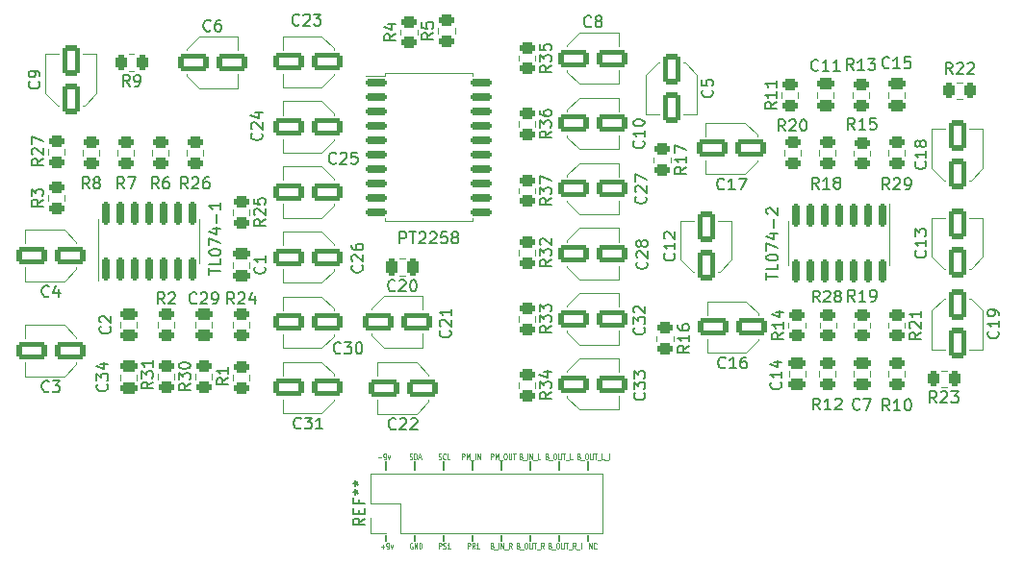
<source format=gto>
G04 #@! TF.GenerationSoftware,KiCad,Pcbnew,7.0.1-0*
G04 #@! TF.CreationDate,2023-12-28T14:24:05+01:00*
G04 #@! TF.ProjectId,parallel_trail,70617261-6c6c-4656-9c5f-747261696c2e,rev?*
G04 #@! TF.SameCoordinates,Original*
G04 #@! TF.FileFunction,Legend,Top*
G04 #@! TF.FilePolarity,Positive*
%FSLAX46Y46*%
G04 Gerber Fmt 4.6, Leading zero omitted, Abs format (unit mm)*
G04 Created by KiCad (PCBNEW 7.0.1-0) date 2023-12-28 14:24:05*
%MOMM*%
%LPD*%
G01*
G04 APERTURE LIST*
G04 Aperture macros list*
%AMRoundRect*
0 Rectangle with rounded corners*
0 $1 Rounding radius*
0 $2 $3 $4 $5 $6 $7 $8 $9 X,Y pos of 4 corners*
0 Add a 4 corners polygon primitive as box body*
4,1,4,$2,$3,$4,$5,$6,$7,$8,$9,$2,$3,0*
0 Add four circle primitives for the rounded corners*
1,1,$1+$1,$2,$3*
1,1,$1+$1,$4,$5*
1,1,$1+$1,$6,$7*
1,1,$1+$1,$8,$9*
0 Add four rect primitives between the rounded corners*
20,1,$1+$1,$2,$3,$4,$5,0*
20,1,$1+$1,$4,$5,$6,$7,0*
20,1,$1+$1,$6,$7,$8,$9,0*
20,1,$1+$1,$8,$9,$2,$3,0*%
G04 Aperture macros list end*
%ADD10C,0.150000*%
%ADD11C,0.060000*%
%ADD12C,0.120000*%
%ADD13R,1.700000X1.700000*%
%ADD14O,1.700000X1.700000*%
%ADD15RoundRect,0.150000X-0.800000X-0.150000X0.800000X-0.150000X0.800000X0.150000X-0.800000X0.150000X0*%
%ADD16RoundRect,0.150000X-0.150000X0.825000X-0.150000X-0.825000X0.150000X-0.825000X0.150000X0.825000X0*%
%ADD17RoundRect,0.150000X0.150000X-0.825000X0.150000X0.825000X-0.150000X0.825000X-0.150000X-0.825000X0*%
%ADD18RoundRect,0.250000X-0.450000X0.262500X-0.450000X-0.262500X0.450000X-0.262500X0.450000X0.262500X0*%
%ADD19RoundRect,0.250000X0.450000X-0.262500X0.450000X0.262500X-0.450000X0.262500X-0.450000X-0.262500X0*%
%ADD20RoundRect,0.250000X0.262500X0.450000X-0.262500X0.450000X-0.262500X-0.450000X0.262500X-0.450000X0*%
%ADD21RoundRect,0.250000X-0.475000X0.250000X-0.475000X-0.250000X0.475000X-0.250000X0.475000X0.250000X0*%
%ADD22RoundRect,0.250000X-1.075000X-0.550000X1.075000X-0.550000X1.075000X0.550000X-1.075000X0.550000X0*%
%ADD23RoundRect,0.250000X1.075000X0.550000X-1.075000X0.550000X-1.075000X-0.550000X1.075000X-0.550000X0*%
%ADD24RoundRect,0.250000X0.475000X-0.250000X0.475000X0.250000X-0.475000X0.250000X-0.475000X-0.250000X0*%
%ADD25RoundRect,0.250000X0.250000X0.475000X-0.250000X0.475000X-0.250000X-0.475000X0.250000X-0.475000X0*%
%ADD26RoundRect,0.250000X-0.550000X1.075000X-0.550000X-1.075000X0.550000X-1.075000X0.550000X1.075000X0*%
%ADD27RoundRect,0.250000X0.550000X-1.075000X0.550000X1.075000X-0.550000X1.075000X-0.550000X-1.075000X0*%
G04 APERTURE END LIST*
D10*
X99060000Y-124587000D02*
X99060000Y-123825000D01*
X96520000Y-124587000D02*
X96520000Y-123825000D01*
X93980000Y-124587000D02*
X93980000Y-123825000D01*
X91440000Y-124587000D02*
X91440000Y-123825000D01*
X88900000Y-124587000D02*
X88900000Y-123825000D01*
X86360000Y-124587000D02*
X86360000Y-123825000D01*
X83820000Y-124587000D02*
X83820000Y-123825000D01*
X81280000Y-124587000D02*
X81280000Y-123825000D01*
X99060000Y-130810000D02*
X99060000Y-130302000D01*
X96520000Y-130810000D02*
X96520000Y-130302000D01*
X93980000Y-130810000D02*
X93980000Y-130302000D01*
X91440000Y-130810000D02*
X91440000Y-130302000D01*
X88900000Y-130810000D02*
X88900000Y-130302000D01*
X86360000Y-130810000D02*
X86360000Y-130302000D01*
X83820000Y-130810000D02*
X83820000Y-130302000D01*
X81280000Y-130810000D02*
X81280000Y-130302000D01*
D11*
X98272571Y-123374904D02*
X98329714Y-123398714D01*
X98329714Y-123398714D02*
X98348761Y-123422523D01*
X98348761Y-123422523D02*
X98367809Y-123470142D01*
X98367809Y-123470142D02*
X98367809Y-123541571D01*
X98367809Y-123541571D02*
X98348761Y-123589190D01*
X98348761Y-123589190D02*
X98329714Y-123613000D01*
X98329714Y-123613000D02*
X98291619Y-123636809D01*
X98291619Y-123636809D02*
X98139238Y-123636809D01*
X98139238Y-123636809D02*
X98139238Y-123136809D01*
X98139238Y-123136809D02*
X98272571Y-123136809D01*
X98272571Y-123136809D02*
X98310666Y-123160619D01*
X98310666Y-123160619D02*
X98329714Y-123184428D01*
X98329714Y-123184428D02*
X98348761Y-123232047D01*
X98348761Y-123232047D02*
X98348761Y-123279666D01*
X98348761Y-123279666D02*
X98329714Y-123327285D01*
X98329714Y-123327285D02*
X98310666Y-123351095D01*
X98310666Y-123351095D02*
X98272571Y-123374904D01*
X98272571Y-123374904D02*
X98139238Y-123374904D01*
X98444000Y-123684428D02*
X98748761Y-123684428D01*
X98920190Y-123136809D02*
X98996381Y-123136809D01*
X98996381Y-123136809D02*
X99034476Y-123160619D01*
X99034476Y-123160619D02*
X99072571Y-123208238D01*
X99072571Y-123208238D02*
X99091619Y-123303476D01*
X99091619Y-123303476D02*
X99091619Y-123470142D01*
X99091619Y-123470142D02*
X99072571Y-123565380D01*
X99072571Y-123565380D02*
X99034476Y-123613000D01*
X99034476Y-123613000D02*
X98996381Y-123636809D01*
X98996381Y-123636809D02*
X98920190Y-123636809D01*
X98920190Y-123636809D02*
X98882095Y-123613000D01*
X98882095Y-123613000D02*
X98844000Y-123565380D01*
X98844000Y-123565380D02*
X98824952Y-123470142D01*
X98824952Y-123470142D02*
X98824952Y-123303476D01*
X98824952Y-123303476D02*
X98844000Y-123208238D01*
X98844000Y-123208238D02*
X98882095Y-123160619D01*
X98882095Y-123160619D02*
X98920190Y-123136809D01*
X99263048Y-123136809D02*
X99263048Y-123541571D01*
X99263048Y-123541571D02*
X99282095Y-123589190D01*
X99282095Y-123589190D02*
X99301143Y-123613000D01*
X99301143Y-123613000D02*
X99339238Y-123636809D01*
X99339238Y-123636809D02*
X99415429Y-123636809D01*
X99415429Y-123636809D02*
X99453524Y-123613000D01*
X99453524Y-123613000D02*
X99472571Y-123589190D01*
X99472571Y-123589190D02*
X99491619Y-123541571D01*
X99491619Y-123541571D02*
X99491619Y-123136809D01*
X99624953Y-123136809D02*
X99853524Y-123136809D01*
X99739238Y-123636809D02*
X99739238Y-123136809D01*
X99891620Y-123684428D02*
X100196381Y-123684428D01*
X100482096Y-123636809D02*
X100291620Y-123636809D01*
X100291620Y-123636809D02*
X100291620Y-123136809D01*
X100520192Y-123684428D02*
X100824953Y-123684428D01*
X100920192Y-123636809D02*
X100920192Y-123136809D01*
X95478571Y-123374904D02*
X95535714Y-123398714D01*
X95535714Y-123398714D02*
X95554761Y-123422523D01*
X95554761Y-123422523D02*
X95573809Y-123470142D01*
X95573809Y-123470142D02*
X95573809Y-123541571D01*
X95573809Y-123541571D02*
X95554761Y-123589190D01*
X95554761Y-123589190D02*
X95535714Y-123613000D01*
X95535714Y-123613000D02*
X95497619Y-123636809D01*
X95497619Y-123636809D02*
X95345238Y-123636809D01*
X95345238Y-123636809D02*
X95345238Y-123136809D01*
X95345238Y-123136809D02*
X95478571Y-123136809D01*
X95478571Y-123136809D02*
X95516666Y-123160619D01*
X95516666Y-123160619D02*
X95535714Y-123184428D01*
X95535714Y-123184428D02*
X95554761Y-123232047D01*
X95554761Y-123232047D02*
X95554761Y-123279666D01*
X95554761Y-123279666D02*
X95535714Y-123327285D01*
X95535714Y-123327285D02*
X95516666Y-123351095D01*
X95516666Y-123351095D02*
X95478571Y-123374904D01*
X95478571Y-123374904D02*
X95345238Y-123374904D01*
X95650000Y-123684428D02*
X95954761Y-123684428D01*
X96126190Y-123136809D02*
X96202381Y-123136809D01*
X96202381Y-123136809D02*
X96240476Y-123160619D01*
X96240476Y-123160619D02*
X96278571Y-123208238D01*
X96278571Y-123208238D02*
X96297619Y-123303476D01*
X96297619Y-123303476D02*
X96297619Y-123470142D01*
X96297619Y-123470142D02*
X96278571Y-123565380D01*
X96278571Y-123565380D02*
X96240476Y-123613000D01*
X96240476Y-123613000D02*
X96202381Y-123636809D01*
X96202381Y-123636809D02*
X96126190Y-123636809D01*
X96126190Y-123636809D02*
X96088095Y-123613000D01*
X96088095Y-123613000D02*
X96050000Y-123565380D01*
X96050000Y-123565380D02*
X96030952Y-123470142D01*
X96030952Y-123470142D02*
X96030952Y-123303476D01*
X96030952Y-123303476D02*
X96050000Y-123208238D01*
X96050000Y-123208238D02*
X96088095Y-123160619D01*
X96088095Y-123160619D02*
X96126190Y-123136809D01*
X96469048Y-123136809D02*
X96469048Y-123541571D01*
X96469048Y-123541571D02*
X96488095Y-123589190D01*
X96488095Y-123589190D02*
X96507143Y-123613000D01*
X96507143Y-123613000D02*
X96545238Y-123636809D01*
X96545238Y-123636809D02*
X96621429Y-123636809D01*
X96621429Y-123636809D02*
X96659524Y-123613000D01*
X96659524Y-123613000D02*
X96678571Y-123589190D01*
X96678571Y-123589190D02*
X96697619Y-123541571D01*
X96697619Y-123541571D02*
X96697619Y-123136809D01*
X96830953Y-123136809D02*
X97059524Y-123136809D01*
X96945238Y-123636809D02*
X96945238Y-123136809D01*
X97097620Y-123684428D02*
X97402381Y-123684428D01*
X97688096Y-123636809D02*
X97497620Y-123636809D01*
X97497620Y-123636809D02*
X97497620Y-123136809D01*
X85928190Y-123613000D02*
X85985333Y-123636809D01*
X85985333Y-123636809D02*
X86080571Y-123636809D01*
X86080571Y-123636809D02*
X86118666Y-123613000D01*
X86118666Y-123613000D02*
X86137714Y-123589190D01*
X86137714Y-123589190D02*
X86156761Y-123541571D01*
X86156761Y-123541571D02*
X86156761Y-123493952D01*
X86156761Y-123493952D02*
X86137714Y-123446333D01*
X86137714Y-123446333D02*
X86118666Y-123422523D01*
X86118666Y-123422523D02*
X86080571Y-123398714D01*
X86080571Y-123398714D02*
X86004380Y-123374904D01*
X86004380Y-123374904D02*
X85966285Y-123351095D01*
X85966285Y-123351095D02*
X85947238Y-123327285D01*
X85947238Y-123327285D02*
X85928190Y-123279666D01*
X85928190Y-123279666D02*
X85928190Y-123232047D01*
X85928190Y-123232047D02*
X85947238Y-123184428D01*
X85947238Y-123184428D02*
X85966285Y-123160619D01*
X85966285Y-123160619D02*
X86004380Y-123136809D01*
X86004380Y-123136809D02*
X86099619Y-123136809D01*
X86099619Y-123136809D02*
X86156761Y-123160619D01*
X86556761Y-123589190D02*
X86537713Y-123613000D01*
X86537713Y-123613000D02*
X86480571Y-123636809D01*
X86480571Y-123636809D02*
X86442475Y-123636809D01*
X86442475Y-123636809D02*
X86385332Y-123613000D01*
X86385332Y-123613000D02*
X86347237Y-123565380D01*
X86347237Y-123565380D02*
X86328190Y-123517761D01*
X86328190Y-123517761D02*
X86309142Y-123422523D01*
X86309142Y-123422523D02*
X86309142Y-123351095D01*
X86309142Y-123351095D02*
X86328190Y-123255857D01*
X86328190Y-123255857D02*
X86347237Y-123208238D01*
X86347237Y-123208238D02*
X86385332Y-123160619D01*
X86385332Y-123160619D02*
X86442475Y-123136809D01*
X86442475Y-123136809D02*
X86480571Y-123136809D01*
X86480571Y-123136809D02*
X86537713Y-123160619D01*
X86537713Y-123160619D02*
X86556761Y-123184428D01*
X86918666Y-123636809D02*
X86728190Y-123636809D01*
X86728190Y-123636809D02*
X86728190Y-123136809D01*
X93192571Y-123374904D02*
X93249714Y-123398714D01*
X93249714Y-123398714D02*
X93268761Y-123422523D01*
X93268761Y-123422523D02*
X93287809Y-123470142D01*
X93287809Y-123470142D02*
X93287809Y-123541571D01*
X93287809Y-123541571D02*
X93268761Y-123589190D01*
X93268761Y-123589190D02*
X93249714Y-123613000D01*
X93249714Y-123613000D02*
X93211619Y-123636809D01*
X93211619Y-123636809D02*
X93059238Y-123636809D01*
X93059238Y-123636809D02*
X93059238Y-123136809D01*
X93059238Y-123136809D02*
X93192571Y-123136809D01*
X93192571Y-123136809D02*
X93230666Y-123160619D01*
X93230666Y-123160619D02*
X93249714Y-123184428D01*
X93249714Y-123184428D02*
X93268761Y-123232047D01*
X93268761Y-123232047D02*
X93268761Y-123279666D01*
X93268761Y-123279666D02*
X93249714Y-123327285D01*
X93249714Y-123327285D02*
X93230666Y-123351095D01*
X93230666Y-123351095D02*
X93192571Y-123374904D01*
X93192571Y-123374904D02*
X93059238Y-123374904D01*
X93364000Y-123684428D02*
X93668761Y-123684428D01*
X93764000Y-123636809D02*
X93764000Y-123136809D01*
X93954476Y-123636809D02*
X93954476Y-123136809D01*
X93954476Y-123136809D02*
X94183047Y-123636809D01*
X94183047Y-123636809D02*
X94183047Y-123136809D01*
X94278286Y-123684428D02*
X94583047Y-123684428D01*
X94868762Y-123636809D02*
X94678286Y-123636809D01*
X94678286Y-123636809D02*
X94678286Y-123136809D01*
X87979238Y-123636809D02*
X87979238Y-123136809D01*
X87979238Y-123136809D02*
X88131619Y-123136809D01*
X88131619Y-123136809D02*
X88169714Y-123160619D01*
X88169714Y-123160619D02*
X88188761Y-123184428D01*
X88188761Y-123184428D02*
X88207809Y-123232047D01*
X88207809Y-123232047D02*
X88207809Y-123303476D01*
X88207809Y-123303476D02*
X88188761Y-123351095D01*
X88188761Y-123351095D02*
X88169714Y-123374904D01*
X88169714Y-123374904D02*
X88131619Y-123398714D01*
X88131619Y-123398714D02*
X87979238Y-123398714D01*
X88379238Y-123636809D02*
X88379238Y-123136809D01*
X88379238Y-123136809D02*
X88512571Y-123493952D01*
X88512571Y-123493952D02*
X88645904Y-123136809D01*
X88645904Y-123136809D02*
X88645904Y-123636809D01*
X88741143Y-123684428D02*
X89045904Y-123684428D01*
X89141143Y-123636809D02*
X89141143Y-123136809D01*
X89331619Y-123636809D02*
X89331619Y-123136809D01*
X89331619Y-123136809D02*
X89560190Y-123636809D01*
X89560190Y-123636809D02*
X89560190Y-123136809D01*
X80613238Y-123446333D02*
X80918000Y-123446333D01*
X81127523Y-123636809D02*
X81203714Y-123636809D01*
X81203714Y-123636809D02*
X81241809Y-123613000D01*
X81241809Y-123613000D02*
X81260857Y-123589190D01*
X81260857Y-123589190D02*
X81298952Y-123517761D01*
X81298952Y-123517761D02*
X81317999Y-123422523D01*
X81317999Y-123422523D02*
X81317999Y-123232047D01*
X81317999Y-123232047D02*
X81298952Y-123184428D01*
X81298952Y-123184428D02*
X81279904Y-123160619D01*
X81279904Y-123160619D02*
X81241809Y-123136809D01*
X81241809Y-123136809D02*
X81165618Y-123136809D01*
X81165618Y-123136809D02*
X81127523Y-123160619D01*
X81127523Y-123160619D02*
X81108476Y-123184428D01*
X81108476Y-123184428D02*
X81089428Y-123232047D01*
X81089428Y-123232047D02*
X81089428Y-123351095D01*
X81089428Y-123351095D02*
X81108476Y-123398714D01*
X81108476Y-123398714D02*
X81127523Y-123422523D01*
X81127523Y-123422523D02*
X81165618Y-123446333D01*
X81165618Y-123446333D02*
X81241809Y-123446333D01*
X81241809Y-123446333D02*
X81279904Y-123422523D01*
X81279904Y-123422523D02*
X81298952Y-123398714D01*
X81298952Y-123398714D02*
X81317999Y-123351095D01*
X81451332Y-123303476D02*
X81546570Y-123636809D01*
X81546570Y-123636809D02*
X81641809Y-123303476D01*
X83388190Y-123613000D02*
X83445333Y-123636809D01*
X83445333Y-123636809D02*
X83540571Y-123636809D01*
X83540571Y-123636809D02*
X83578666Y-123613000D01*
X83578666Y-123613000D02*
X83597714Y-123589190D01*
X83597714Y-123589190D02*
X83616761Y-123541571D01*
X83616761Y-123541571D02*
X83616761Y-123493952D01*
X83616761Y-123493952D02*
X83597714Y-123446333D01*
X83597714Y-123446333D02*
X83578666Y-123422523D01*
X83578666Y-123422523D02*
X83540571Y-123398714D01*
X83540571Y-123398714D02*
X83464380Y-123374904D01*
X83464380Y-123374904D02*
X83426285Y-123351095D01*
X83426285Y-123351095D02*
X83407238Y-123327285D01*
X83407238Y-123327285D02*
X83388190Y-123279666D01*
X83388190Y-123279666D02*
X83388190Y-123232047D01*
X83388190Y-123232047D02*
X83407238Y-123184428D01*
X83407238Y-123184428D02*
X83426285Y-123160619D01*
X83426285Y-123160619D02*
X83464380Y-123136809D01*
X83464380Y-123136809D02*
X83559619Y-123136809D01*
X83559619Y-123136809D02*
X83616761Y-123160619D01*
X83788190Y-123636809D02*
X83788190Y-123136809D01*
X83788190Y-123136809D02*
X83883428Y-123136809D01*
X83883428Y-123136809D02*
X83940571Y-123160619D01*
X83940571Y-123160619D02*
X83978666Y-123208238D01*
X83978666Y-123208238D02*
X83997713Y-123255857D01*
X83997713Y-123255857D02*
X84016761Y-123351095D01*
X84016761Y-123351095D02*
X84016761Y-123422523D01*
X84016761Y-123422523D02*
X83997713Y-123517761D01*
X83997713Y-123517761D02*
X83978666Y-123565380D01*
X83978666Y-123565380D02*
X83940571Y-123613000D01*
X83940571Y-123613000D02*
X83883428Y-123636809D01*
X83883428Y-123636809D02*
X83788190Y-123636809D01*
X84169142Y-123493952D02*
X84359618Y-123493952D01*
X84131047Y-123636809D02*
X84264380Y-123136809D01*
X84264380Y-123136809D02*
X84397713Y-123636809D01*
X90519238Y-123636809D02*
X90519238Y-123136809D01*
X90519238Y-123136809D02*
X90671619Y-123136809D01*
X90671619Y-123136809D02*
X90709714Y-123160619D01*
X90709714Y-123160619D02*
X90728761Y-123184428D01*
X90728761Y-123184428D02*
X90747809Y-123232047D01*
X90747809Y-123232047D02*
X90747809Y-123303476D01*
X90747809Y-123303476D02*
X90728761Y-123351095D01*
X90728761Y-123351095D02*
X90709714Y-123374904D01*
X90709714Y-123374904D02*
X90671619Y-123398714D01*
X90671619Y-123398714D02*
X90519238Y-123398714D01*
X90919238Y-123636809D02*
X90919238Y-123136809D01*
X90919238Y-123136809D02*
X91052571Y-123493952D01*
X91052571Y-123493952D02*
X91185904Y-123136809D01*
X91185904Y-123136809D02*
X91185904Y-123636809D01*
X91281143Y-123684428D02*
X91585904Y-123684428D01*
X91757333Y-123136809D02*
X91833524Y-123136809D01*
X91833524Y-123136809D02*
X91871619Y-123160619D01*
X91871619Y-123160619D02*
X91909714Y-123208238D01*
X91909714Y-123208238D02*
X91928762Y-123303476D01*
X91928762Y-123303476D02*
X91928762Y-123470142D01*
X91928762Y-123470142D02*
X91909714Y-123565380D01*
X91909714Y-123565380D02*
X91871619Y-123613000D01*
X91871619Y-123613000D02*
X91833524Y-123636809D01*
X91833524Y-123636809D02*
X91757333Y-123636809D01*
X91757333Y-123636809D02*
X91719238Y-123613000D01*
X91719238Y-123613000D02*
X91681143Y-123565380D01*
X91681143Y-123565380D02*
X91662095Y-123470142D01*
X91662095Y-123470142D02*
X91662095Y-123303476D01*
X91662095Y-123303476D02*
X91681143Y-123208238D01*
X91681143Y-123208238D02*
X91719238Y-123160619D01*
X91719238Y-123160619D02*
X91757333Y-123136809D01*
X92100191Y-123136809D02*
X92100191Y-123541571D01*
X92100191Y-123541571D02*
X92119238Y-123589190D01*
X92119238Y-123589190D02*
X92138286Y-123613000D01*
X92138286Y-123613000D02*
X92176381Y-123636809D01*
X92176381Y-123636809D02*
X92252572Y-123636809D01*
X92252572Y-123636809D02*
X92290667Y-123613000D01*
X92290667Y-123613000D02*
X92309714Y-123589190D01*
X92309714Y-123589190D02*
X92328762Y-123541571D01*
X92328762Y-123541571D02*
X92328762Y-123136809D01*
X92462096Y-123136809D02*
X92690667Y-123136809D01*
X92576381Y-123636809D02*
X92576381Y-123136809D01*
X99155238Y-131510809D02*
X99155238Y-131010809D01*
X99155238Y-131010809D02*
X99383809Y-131510809D01*
X99383809Y-131510809D02*
X99383809Y-131010809D01*
X99802857Y-131463190D02*
X99783809Y-131487000D01*
X99783809Y-131487000D02*
X99726667Y-131510809D01*
X99726667Y-131510809D02*
X99688571Y-131510809D01*
X99688571Y-131510809D02*
X99631428Y-131487000D01*
X99631428Y-131487000D02*
X99593333Y-131439380D01*
X99593333Y-131439380D02*
X99574286Y-131391761D01*
X99574286Y-131391761D02*
X99555238Y-131296523D01*
X99555238Y-131296523D02*
X99555238Y-131225095D01*
X99555238Y-131225095D02*
X99574286Y-131129857D01*
X99574286Y-131129857D02*
X99593333Y-131082238D01*
X99593333Y-131082238D02*
X99631428Y-131034619D01*
X99631428Y-131034619D02*
X99688571Y-131010809D01*
X99688571Y-131010809D02*
X99726667Y-131010809D01*
X99726667Y-131010809D02*
X99783809Y-131034619D01*
X99783809Y-131034619D02*
X99802857Y-131058428D01*
X95732571Y-131248904D02*
X95789714Y-131272714D01*
X95789714Y-131272714D02*
X95808761Y-131296523D01*
X95808761Y-131296523D02*
X95827809Y-131344142D01*
X95827809Y-131344142D02*
X95827809Y-131415571D01*
X95827809Y-131415571D02*
X95808761Y-131463190D01*
X95808761Y-131463190D02*
X95789714Y-131487000D01*
X95789714Y-131487000D02*
X95751619Y-131510809D01*
X95751619Y-131510809D02*
X95599238Y-131510809D01*
X95599238Y-131510809D02*
X95599238Y-131010809D01*
X95599238Y-131010809D02*
X95732571Y-131010809D01*
X95732571Y-131010809D02*
X95770666Y-131034619D01*
X95770666Y-131034619D02*
X95789714Y-131058428D01*
X95789714Y-131058428D02*
X95808761Y-131106047D01*
X95808761Y-131106047D02*
X95808761Y-131153666D01*
X95808761Y-131153666D02*
X95789714Y-131201285D01*
X95789714Y-131201285D02*
X95770666Y-131225095D01*
X95770666Y-131225095D02*
X95732571Y-131248904D01*
X95732571Y-131248904D02*
X95599238Y-131248904D01*
X95904000Y-131558428D02*
X96208761Y-131558428D01*
X96380190Y-131010809D02*
X96456381Y-131010809D01*
X96456381Y-131010809D02*
X96494476Y-131034619D01*
X96494476Y-131034619D02*
X96532571Y-131082238D01*
X96532571Y-131082238D02*
X96551619Y-131177476D01*
X96551619Y-131177476D02*
X96551619Y-131344142D01*
X96551619Y-131344142D02*
X96532571Y-131439380D01*
X96532571Y-131439380D02*
X96494476Y-131487000D01*
X96494476Y-131487000D02*
X96456381Y-131510809D01*
X96456381Y-131510809D02*
X96380190Y-131510809D01*
X96380190Y-131510809D02*
X96342095Y-131487000D01*
X96342095Y-131487000D02*
X96304000Y-131439380D01*
X96304000Y-131439380D02*
X96284952Y-131344142D01*
X96284952Y-131344142D02*
X96284952Y-131177476D01*
X96284952Y-131177476D02*
X96304000Y-131082238D01*
X96304000Y-131082238D02*
X96342095Y-131034619D01*
X96342095Y-131034619D02*
X96380190Y-131010809D01*
X96723048Y-131010809D02*
X96723048Y-131415571D01*
X96723048Y-131415571D02*
X96742095Y-131463190D01*
X96742095Y-131463190D02*
X96761143Y-131487000D01*
X96761143Y-131487000D02*
X96799238Y-131510809D01*
X96799238Y-131510809D02*
X96875429Y-131510809D01*
X96875429Y-131510809D02*
X96913524Y-131487000D01*
X96913524Y-131487000D02*
X96932571Y-131463190D01*
X96932571Y-131463190D02*
X96951619Y-131415571D01*
X96951619Y-131415571D02*
X96951619Y-131010809D01*
X97084953Y-131010809D02*
X97313524Y-131010809D01*
X97199238Y-131510809D02*
X97199238Y-131010809D01*
X97351620Y-131558428D02*
X97656381Y-131558428D01*
X97980191Y-131510809D02*
X97846858Y-131272714D01*
X97751620Y-131510809D02*
X97751620Y-131010809D01*
X97751620Y-131010809D02*
X97904001Y-131010809D01*
X97904001Y-131010809D02*
X97942096Y-131034619D01*
X97942096Y-131034619D02*
X97961143Y-131058428D01*
X97961143Y-131058428D02*
X97980191Y-131106047D01*
X97980191Y-131106047D02*
X97980191Y-131177476D01*
X97980191Y-131177476D02*
X97961143Y-131225095D01*
X97961143Y-131225095D02*
X97942096Y-131248904D01*
X97942096Y-131248904D02*
X97904001Y-131272714D01*
X97904001Y-131272714D02*
X97751620Y-131272714D01*
X98056382Y-131558428D02*
X98361143Y-131558428D01*
X98456382Y-131510809D02*
X98456382Y-131010809D01*
X92938571Y-131248904D02*
X92995714Y-131272714D01*
X92995714Y-131272714D02*
X93014761Y-131296523D01*
X93014761Y-131296523D02*
X93033809Y-131344142D01*
X93033809Y-131344142D02*
X93033809Y-131415571D01*
X93033809Y-131415571D02*
X93014761Y-131463190D01*
X93014761Y-131463190D02*
X92995714Y-131487000D01*
X92995714Y-131487000D02*
X92957619Y-131510809D01*
X92957619Y-131510809D02*
X92805238Y-131510809D01*
X92805238Y-131510809D02*
X92805238Y-131010809D01*
X92805238Y-131010809D02*
X92938571Y-131010809D01*
X92938571Y-131010809D02*
X92976666Y-131034619D01*
X92976666Y-131034619D02*
X92995714Y-131058428D01*
X92995714Y-131058428D02*
X93014761Y-131106047D01*
X93014761Y-131106047D02*
X93014761Y-131153666D01*
X93014761Y-131153666D02*
X92995714Y-131201285D01*
X92995714Y-131201285D02*
X92976666Y-131225095D01*
X92976666Y-131225095D02*
X92938571Y-131248904D01*
X92938571Y-131248904D02*
X92805238Y-131248904D01*
X93110000Y-131558428D02*
X93414761Y-131558428D01*
X93586190Y-131010809D02*
X93662381Y-131010809D01*
X93662381Y-131010809D02*
X93700476Y-131034619D01*
X93700476Y-131034619D02*
X93738571Y-131082238D01*
X93738571Y-131082238D02*
X93757619Y-131177476D01*
X93757619Y-131177476D02*
X93757619Y-131344142D01*
X93757619Y-131344142D02*
X93738571Y-131439380D01*
X93738571Y-131439380D02*
X93700476Y-131487000D01*
X93700476Y-131487000D02*
X93662381Y-131510809D01*
X93662381Y-131510809D02*
X93586190Y-131510809D01*
X93586190Y-131510809D02*
X93548095Y-131487000D01*
X93548095Y-131487000D02*
X93510000Y-131439380D01*
X93510000Y-131439380D02*
X93490952Y-131344142D01*
X93490952Y-131344142D02*
X93490952Y-131177476D01*
X93490952Y-131177476D02*
X93510000Y-131082238D01*
X93510000Y-131082238D02*
X93548095Y-131034619D01*
X93548095Y-131034619D02*
X93586190Y-131010809D01*
X93929048Y-131010809D02*
X93929048Y-131415571D01*
X93929048Y-131415571D02*
X93948095Y-131463190D01*
X93948095Y-131463190D02*
X93967143Y-131487000D01*
X93967143Y-131487000D02*
X94005238Y-131510809D01*
X94005238Y-131510809D02*
X94081429Y-131510809D01*
X94081429Y-131510809D02*
X94119524Y-131487000D01*
X94119524Y-131487000D02*
X94138571Y-131463190D01*
X94138571Y-131463190D02*
X94157619Y-131415571D01*
X94157619Y-131415571D02*
X94157619Y-131010809D01*
X94290953Y-131010809D02*
X94519524Y-131010809D01*
X94405238Y-131510809D02*
X94405238Y-131010809D01*
X94557620Y-131558428D02*
X94862381Y-131558428D01*
X95186191Y-131510809D02*
X95052858Y-131272714D01*
X94957620Y-131510809D02*
X94957620Y-131010809D01*
X94957620Y-131010809D02*
X95110001Y-131010809D01*
X95110001Y-131010809D02*
X95148096Y-131034619D01*
X95148096Y-131034619D02*
X95167143Y-131058428D01*
X95167143Y-131058428D02*
X95186191Y-131106047D01*
X95186191Y-131106047D02*
X95186191Y-131177476D01*
X95186191Y-131177476D02*
X95167143Y-131225095D01*
X95167143Y-131225095D02*
X95148096Y-131248904D01*
X95148096Y-131248904D02*
X95110001Y-131272714D01*
X95110001Y-131272714D02*
X94957620Y-131272714D01*
X88487238Y-131510809D02*
X88487238Y-131010809D01*
X88487238Y-131010809D02*
X88639619Y-131010809D01*
X88639619Y-131010809D02*
X88677714Y-131034619D01*
X88677714Y-131034619D02*
X88696761Y-131058428D01*
X88696761Y-131058428D02*
X88715809Y-131106047D01*
X88715809Y-131106047D02*
X88715809Y-131177476D01*
X88715809Y-131177476D02*
X88696761Y-131225095D01*
X88696761Y-131225095D02*
X88677714Y-131248904D01*
X88677714Y-131248904D02*
X88639619Y-131272714D01*
X88639619Y-131272714D02*
X88487238Y-131272714D01*
X89115809Y-131510809D02*
X88982476Y-131272714D01*
X88887238Y-131510809D02*
X88887238Y-131010809D01*
X88887238Y-131010809D02*
X89039619Y-131010809D01*
X89039619Y-131010809D02*
X89077714Y-131034619D01*
X89077714Y-131034619D02*
X89096761Y-131058428D01*
X89096761Y-131058428D02*
X89115809Y-131106047D01*
X89115809Y-131106047D02*
X89115809Y-131177476D01*
X89115809Y-131177476D02*
X89096761Y-131225095D01*
X89096761Y-131225095D02*
X89077714Y-131248904D01*
X89077714Y-131248904D02*
X89039619Y-131272714D01*
X89039619Y-131272714D02*
X88887238Y-131272714D01*
X89496761Y-131510809D02*
X89268190Y-131510809D01*
X89382476Y-131510809D02*
X89382476Y-131010809D01*
X89382476Y-131010809D02*
X89344380Y-131082238D01*
X89344380Y-131082238D02*
X89306285Y-131129857D01*
X89306285Y-131129857D02*
X89268190Y-131153666D01*
X90652571Y-131248904D02*
X90709714Y-131272714D01*
X90709714Y-131272714D02*
X90728761Y-131296523D01*
X90728761Y-131296523D02*
X90747809Y-131344142D01*
X90747809Y-131344142D02*
X90747809Y-131415571D01*
X90747809Y-131415571D02*
X90728761Y-131463190D01*
X90728761Y-131463190D02*
X90709714Y-131487000D01*
X90709714Y-131487000D02*
X90671619Y-131510809D01*
X90671619Y-131510809D02*
X90519238Y-131510809D01*
X90519238Y-131510809D02*
X90519238Y-131010809D01*
X90519238Y-131010809D02*
X90652571Y-131010809D01*
X90652571Y-131010809D02*
X90690666Y-131034619D01*
X90690666Y-131034619D02*
X90709714Y-131058428D01*
X90709714Y-131058428D02*
X90728761Y-131106047D01*
X90728761Y-131106047D02*
X90728761Y-131153666D01*
X90728761Y-131153666D02*
X90709714Y-131201285D01*
X90709714Y-131201285D02*
X90690666Y-131225095D01*
X90690666Y-131225095D02*
X90652571Y-131248904D01*
X90652571Y-131248904D02*
X90519238Y-131248904D01*
X90824000Y-131558428D02*
X91128761Y-131558428D01*
X91224000Y-131510809D02*
X91224000Y-131010809D01*
X91414476Y-131510809D02*
X91414476Y-131010809D01*
X91414476Y-131010809D02*
X91643047Y-131510809D01*
X91643047Y-131510809D02*
X91643047Y-131010809D01*
X91738286Y-131558428D02*
X92043047Y-131558428D01*
X92366857Y-131510809D02*
X92233524Y-131272714D01*
X92138286Y-131510809D02*
X92138286Y-131010809D01*
X92138286Y-131010809D02*
X92290667Y-131010809D01*
X92290667Y-131010809D02*
X92328762Y-131034619D01*
X92328762Y-131034619D02*
X92347809Y-131058428D01*
X92347809Y-131058428D02*
X92366857Y-131106047D01*
X92366857Y-131106047D02*
X92366857Y-131177476D01*
X92366857Y-131177476D02*
X92347809Y-131225095D01*
X92347809Y-131225095D02*
X92328762Y-131248904D01*
X92328762Y-131248904D02*
X92290667Y-131272714D01*
X92290667Y-131272714D02*
X92138286Y-131272714D01*
X85947238Y-131510809D02*
X85947238Y-131010809D01*
X85947238Y-131010809D02*
X86099619Y-131010809D01*
X86099619Y-131010809D02*
X86137714Y-131034619D01*
X86137714Y-131034619D02*
X86156761Y-131058428D01*
X86156761Y-131058428D02*
X86175809Y-131106047D01*
X86175809Y-131106047D02*
X86175809Y-131177476D01*
X86175809Y-131177476D02*
X86156761Y-131225095D01*
X86156761Y-131225095D02*
X86137714Y-131248904D01*
X86137714Y-131248904D02*
X86099619Y-131272714D01*
X86099619Y-131272714D02*
X85947238Y-131272714D01*
X86328190Y-131487000D02*
X86385333Y-131510809D01*
X86385333Y-131510809D02*
X86480571Y-131510809D01*
X86480571Y-131510809D02*
X86518666Y-131487000D01*
X86518666Y-131487000D02*
X86537714Y-131463190D01*
X86537714Y-131463190D02*
X86556761Y-131415571D01*
X86556761Y-131415571D02*
X86556761Y-131367952D01*
X86556761Y-131367952D02*
X86537714Y-131320333D01*
X86537714Y-131320333D02*
X86518666Y-131296523D01*
X86518666Y-131296523D02*
X86480571Y-131272714D01*
X86480571Y-131272714D02*
X86404380Y-131248904D01*
X86404380Y-131248904D02*
X86366285Y-131225095D01*
X86366285Y-131225095D02*
X86347238Y-131201285D01*
X86347238Y-131201285D02*
X86328190Y-131153666D01*
X86328190Y-131153666D02*
X86328190Y-131106047D01*
X86328190Y-131106047D02*
X86347238Y-131058428D01*
X86347238Y-131058428D02*
X86366285Y-131034619D01*
X86366285Y-131034619D02*
X86404380Y-131010809D01*
X86404380Y-131010809D02*
X86499619Y-131010809D01*
X86499619Y-131010809D02*
X86556761Y-131034619D01*
X86937713Y-131510809D02*
X86709142Y-131510809D01*
X86823428Y-131510809D02*
X86823428Y-131010809D01*
X86823428Y-131010809D02*
X86785332Y-131082238D01*
X86785332Y-131082238D02*
X86747237Y-131129857D01*
X86747237Y-131129857D02*
X86709142Y-131153666D01*
X80867238Y-131320333D02*
X81172000Y-131320333D01*
X81019619Y-131510809D02*
X81019619Y-131129857D01*
X81381523Y-131510809D02*
X81457714Y-131510809D01*
X81457714Y-131510809D02*
X81495809Y-131487000D01*
X81495809Y-131487000D02*
X81514857Y-131463190D01*
X81514857Y-131463190D02*
X81552952Y-131391761D01*
X81552952Y-131391761D02*
X81571999Y-131296523D01*
X81571999Y-131296523D02*
X81571999Y-131106047D01*
X81571999Y-131106047D02*
X81552952Y-131058428D01*
X81552952Y-131058428D02*
X81533904Y-131034619D01*
X81533904Y-131034619D02*
X81495809Y-131010809D01*
X81495809Y-131010809D02*
X81419618Y-131010809D01*
X81419618Y-131010809D02*
X81381523Y-131034619D01*
X81381523Y-131034619D02*
X81362476Y-131058428D01*
X81362476Y-131058428D02*
X81343428Y-131106047D01*
X81343428Y-131106047D02*
X81343428Y-131225095D01*
X81343428Y-131225095D02*
X81362476Y-131272714D01*
X81362476Y-131272714D02*
X81381523Y-131296523D01*
X81381523Y-131296523D02*
X81419618Y-131320333D01*
X81419618Y-131320333D02*
X81495809Y-131320333D01*
X81495809Y-131320333D02*
X81533904Y-131296523D01*
X81533904Y-131296523D02*
X81552952Y-131272714D01*
X81552952Y-131272714D02*
X81571999Y-131225095D01*
X81705332Y-131177476D02*
X81800570Y-131510809D01*
X81800570Y-131510809D02*
X81895809Y-131177476D01*
X83616761Y-131034619D02*
X83578666Y-131010809D01*
X83578666Y-131010809D02*
X83521523Y-131010809D01*
X83521523Y-131010809D02*
X83464380Y-131034619D01*
X83464380Y-131034619D02*
X83426285Y-131082238D01*
X83426285Y-131082238D02*
X83407238Y-131129857D01*
X83407238Y-131129857D02*
X83388190Y-131225095D01*
X83388190Y-131225095D02*
X83388190Y-131296523D01*
X83388190Y-131296523D02*
X83407238Y-131391761D01*
X83407238Y-131391761D02*
X83426285Y-131439380D01*
X83426285Y-131439380D02*
X83464380Y-131487000D01*
X83464380Y-131487000D02*
X83521523Y-131510809D01*
X83521523Y-131510809D02*
X83559619Y-131510809D01*
X83559619Y-131510809D02*
X83616761Y-131487000D01*
X83616761Y-131487000D02*
X83635809Y-131463190D01*
X83635809Y-131463190D02*
X83635809Y-131296523D01*
X83635809Y-131296523D02*
X83559619Y-131296523D01*
X83807238Y-131510809D02*
X83807238Y-131010809D01*
X83807238Y-131010809D02*
X84035809Y-131510809D01*
X84035809Y-131510809D02*
X84035809Y-131010809D01*
X84226286Y-131510809D02*
X84226286Y-131010809D01*
X84226286Y-131010809D02*
X84321524Y-131010809D01*
X84321524Y-131010809D02*
X84378667Y-131034619D01*
X84378667Y-131034619D02*
X84416762Y-131082238D01*
X84416762Y-131082238D02*
X84435809Y-131129857D01*
X84435809Y-131129857D02*
X84454857Y-131225095D01*
X84454857Y-131225095D02*
X84454857Y-131296523D01*
X84454857Y-131296523D02*
X84435809Y-131391761D01*
X84435809Y-131391761D02*
X84416762Y-131439380D01*
X84416762Y-131439380D02*
X84378667Y-131487000D01*
X84378667Y-131487000D02*
X84321524Y-131510809D01*
X84321524Y-131510809D02*
X84226286Y-131510809D01*
D10*
X79412619Y-128841333D02*
X78936428Y-129174666D01*
X79412619Y-129412761D02*
X78412619Y-129412761D01*
X78412619Y-129412761D02*
X78412619Y-129031809D01*
X78412619Y-129031809D02*
X78460238Y-128936571D01*
X78460238Y-128936571D02*
X78507857Y-128888952D01*
X78507857Y-128888952D02*
X78603095Y-128841333D01*
X78603095Y-128841333D02*
X78745952Y-128841333D01*
X78745952Y-128841333D02*
X78841190Y-128888952D01*
X78841190Y-128888952D02*
X78888809Y-128936571D01*
X78888809Y-128936571D02*
X78936428Y-129031809D01*
X78936428Y-129031809D02*
X78936428Y-129412761D01*
X78888809Y-128412761D02*
X78888809Y-128079428D01*
X79412619Y-127936571D02*
X79412619Y-128412761D01*
X79412619Y-128412761D02*
X78412619Y-128412761D01*
X78412619Y-128412761D02*
X78412619Y-127936571D01*
X78888809Y-127174666D02*
X78888809Y-127507999D01*
X79412619Y-127507999D02*
X78412619Y-127507999D01*
X78412619Y-127507999D02*
X78412619Y-127031809D01*
X78412619Y-126507999D02*
X78650714Y-126507999D01*
X78555476Y-126746094D02*
X78650714Y-126507999D01*
X78650714Y-126507999D02*
X78555476Y-126269904D01*
X78841190Y-126650856D02*
X78650714Y-126507999D01*
X78650714Y-126507999D02*
X78841190Y-126365142D01*
X78412619Y-125746094D02*
X78650714Y-125746094D01*
X78555476Y-125984189D02*
X78650714Y-125746094D01*
X78650714Y-125746094D02*
X78555476Y-125507999D01*
X78841190Y-125888951D02*
X78650714Y-125746094D01*
X78650714Y-125746094D02*
X78841190Y-125603237D01*
X82514381Y-104602619D02*
X82514381Y-103602619D01*
X82514381Y-103602619D02*
X82895333Y-103602619D01*
X82895333Y-103602619D02*
X82990571Y-103650238D01*
X82990571Y-103650238D02*
X83038190Y-103697857D01*
X83038190Y-103697857D02*
X83085809Y-103793095D01*
X83085809Y-103793095D02*
X83085809Y-103935952D01*
X83085809Y-103935952D02*
X83038190Y-104031190D01*
X83038190Y-104031190D02*
X82990571Y-104078809D01*
X82990571Y-104078809D02*
X82895333Y-104126428D01*
X82895333Y-104126428D02*
X82514381Y-104126428D01*
X83371524Y-103602619D02*
X83942952Y-103602619D01*
X83657238Y-104602619D02*
X83657238Y-103602619D01*
X84228667Y-103697857D02*
X84276286Y-103650238D01*
X84276286Y-103650238D02*
X84371524Y-103602619D01*
X84371524Y-103602619D02*
X84609619Y-103602619D01*
X84609619Y-103602619D02*
X84704857Y-103650238D01*
X84704857Y-103650238D02*
X84752476Y-103697857D01*
X84752476Y-103697857D02*
X84800095Y-103793095D01*
X84800095Y-103793095D02*
X84800095Y-103888333D01*
X84800095Y-103888333D02*
X84752476Y-104031190D01*
X84752476Y-104031190D02*
X84181048Y-104602619D01*
X84181048Y-104602619D02*
X84800095Y-104602619D01*
X85181048Y-103697857D02*
X85228667Y-103650238D01*
X85228667Y-103650238D02*
X85323905Y-103602619D01*
X85323905Y-103602619D02*
X85562000Y-103602619D01*
X85562000Y-103602619D02*
X85657238Y-103650238D01*
X85657238Y-103650238D02*
X85704857Y-103697857D01*
X85704857Y-103697857D02*
X85752476Y-103793095D01*
X85752476Y-103793095D02*
X85752476Y-103888333D01*
X85752476Y-103888333D02*
X85704857Y-104031190D01*
X85704857Y-104031190D02*
X85133429Y-104602619D01*
X85133429Y-104602619D02*
X85752476Y-104602619D01*
X86657238Y-103602619D02*
X86181048Y-103602619D01*
X86181048Y-103602619D02*
X86133429Y-104078809D01*
X86133429Y-104078809D02*
X86181048Y-104031190D01*
X86181048Y-104031190D02*
X86276286Y-103983571D01*
X86276286Y-103983571D02*
X86514381Y-103983571D01*
X86514381Y-103983571D02*
X86609619Y-104031190D01*
X86609619Y-104031190D02*
X86657238Y-104078809D01*
X86657238Y-104078809D02*
X86704857Y-104174047D01*
X86704857Y-104174047D02*
X86704857Y-104412142D01*
X86704857Y-104412142D02*
X86657238Y-104507380D01*
X86657238Y-104507380D02*
X86609619Y-104555000D01*
X86609619Y-104555000D02*
X86514381Y-104602619D01*
X86514381Y-104602619D02*
X86276286Y-104602619D01*
X86276286Y-104602619D02*
X86181048Y-104555000D01*
X86181048Y-104555000D02*
X86133429Y-104507380D01*
X87276286Y-104031190D02*
X87181048Y-103983571D01*
X87181048Y-103983571D02*
X87133429Y-103935952D01*
X87133429Y-103935952D02*
X87085810Y-103840714D01*
X87085810Y-103840714D02*
X87085810Y-103793095D01*
X87085810Y-103793095D02*
X87133429Y-103697857D01*
X87133429Y-103697857D02*
X87181048Y-103650238D01*
X87181048Y-103650238D02*
X87276286Y-103602619D01*
X87276286Y-103602619D02*
X87466762Y-103602619D01*
X87466762Y-103602619D02*
X87562000Y-103650238D01*
X87562000Y-103650238D02*
X87609619Y-103697857D01*
X87609619Y-103697857D02*
X87657238Y-103793095D01*
X87657238Y-103793095D02*
X87657238Y-103840714D01*
X87657238Y-103840714D02*
X87609619Y-103935952D01*
X87609619Y-103935952D02*
X87562000Y-103983571D01*
X87562000Y-103983571D02*
X87466762Y-104031190D01*
X87466762Y-104031190D02*
X87276286Y-104031190D01*
X87276286Y-104031190D02*
X87181048Y-104078809D01*
X87181048Y-104078809D02*
X87133429Y-104126428D01*
X87133429Y-104126428D02*
X87085810Y-104221666D01*
X87085810Y-104221666D02*
X87085810Y-104412142D01*
X87085810Y-104412142D02*
X87133429Y-104507380D01*
X87133429Y-104507380D02*
X87181048Y-104555000D01*
X87181048Y-104555000D02*
X87276286Y-104602619D01*
X87276286Y-104602619D02*
X87466762Y-104602619D01*
X87466762Y-104602619D02*
X87562000Y-104555000D01*
X87562000Y-104555000D02*
X87609619Y-104507380D01*
X87609619Y-104507380D02*
X87657238Y-104412142D01*
X87657238Y-104412142D02*
X87657238Y-104221666D01*
X87657238Y-104221666D02*
X87609619Y-104126428D01*
X87609619Y-104126428D02*
X87562000Y-104078809D01*
X87562000Y-104078809D02*
X87466762Y-104031190D01*
X114778619Y-107797285D02*
X114778619Y-107225857D01*
X115778619Y-107511571D02*
X114778619Y-107511571D01*
X115778619Y-106416333D02*
X115778619Y-106892523D01*
X115778619Y-106892523D02*
X114778619Y-106892523D01*
X114778619Y-105892523D02*
X114778619Y-105797285D01*
X114778619Y-105797285D02*
X114826238Y-105702047D01*
X114826238Y-105702047D02*
X114873857Y-105654428D01*
X114873857Y-105654428D02*
X114969095Y-105606809D01*
X114969095Y-105606809D02*
X115159571Y-105559190D01*
X115159571Y-105559190D02*
X115397666Y-105559190D01*
X115397666Y-105559190D02*
X115588142Y-105606809D01*
X115588142Y-105606809D02*
X115683380Y-105654428D01*
X115683380Y-105654428D02*
X115731000Y-105702047D01*
X115731000Y-105702047D02*
X115778619Y-105797285D01*
X115778619Y-105797285D02*
X115778619Y-105892523D01*
X115778619Y-105892523D02*
X115731000Y-105987761D01*
X115731000Y-105987761D02*
X115683380Y-106035380D01*
X115683380Y-106035380D02*
X115588142Y-106082999D01*
X115588142Y-106082999D02*
X115397666Y-106130618D01*
X115397666Y-106130618D02*
X115159571Y-106130618D01*
X115159571Y-106130618D02*
X114969095Y-106082999D01*
X114969095Y-106082999D02*
X114873857Y-106035380D01*
X114873857Y-106035380D02*
X114826238Y-105987761D01*
X114826238Y-105987761D02*
X114778619Y-105892523D01*
X114778619Y-105225856D02*
X114778619Y-104559190D01*
X114778619Y-104559190D02*
X115778619Y-104987761D01*
X115111952Y-103749666D02*
X115778619Y-103749666D01*
X114731000Y-103987761D02*
X115445285Y-104225856D01*
X115445285Y-104225856D02*
X115445285Y-103606809D01*
X115397666Y-103225856D02*
X115397666Y-102463952D01*
X114873857Y-102035380D02*
X114826238Y-101987761D01*
X114826238Y-101987761D02*
X114778619Y-101892523D01*
X114778619Y-101892523D02*
X114778619Y-101654428D01*
X114778619Y-101654428D02*
X114826238Y-101559190D01*
X114826238Y-101559190D02*
X114873857Y-101511571D01*
X114873857Y-101511571D02*
X114969095Y-101463952D01*
X114969095Y-101463952D02*
X115064333Y-101463952D01*
X115064333Y-101463952D02*
X115207190Y-101511571D01*
X115207190Y-101511571D02*
X115778619Y-102082999D01*
X115778619Y-102082999D02*
X115778619Y-101463952D01*
X65756619Y-107354285D02*
X65756619Y-106782857D01*
X66756619Y-107068571D02*
X65756619Y-107068571D01*
X66756619Y-105973333D02*
X66756619Y-106449523D01*
X66756619Y-106449523D02*
X65756619Y-106449523D01*
X65756619Y-105449523D02*
X65756619Y-105354285D01*
X65756619Y-105354285D02*
X65804238Y-105259047D01*
X65804238Y-105259047D02*
X65851857Y-105211428D01*
X65851857Y-105211428D02*
X65947095Y-105163809D01*
X65947095Y-105163809D02*
X66137571Y-105116190D01*
X66137571Y-105116190D02*
X66375666Y-105116190D01*
X66375666Y-105116190D02*
X66566142Y-105163809D01*
X66566142Y-105163809D02*
X66661380Y-105211428D01*
X66661380Y-105211428D02*
X66709000Y-105259047D01*
X66709000Y-105259047D02*
X66756619Y-105354285D01*
X66756619Y-105354285D02*
X66756619Y-105449523D01*
X66756619Y-105449523D02*
X66709000Y-105544761D01*
X66709000Y-105544761D02*
X66661380Y-105592380D01*
X66661380Y-105592380D02*
X66566142Y-105639999D01*
X66566142Y-105639999D02*
X66375666Y-105687618D01*
X66375666Y-105687618D02*
X66137571Y-105687618D01*
X66137571Y-105687618D02*
X65947095Y-105639999D01*
X65947095Y-105639999D02*
X65851857Y-105592380D01*
X65851857Y-105592380D02*
X65804238Y-105544761D01*
X65804238Y-105544761D02*
X65756619Y-105449523D01*
X65756619Y-104782856D02*
X65756619Y-104116190D01*
X65756619Y-104116190D02*
X66756619Y-104544761D01*
X66089952Y-103306666D02*
X66756619Y-103306666D01*
X65709000Y-103544761D02*
X66423285Y-103782856D01*
X66423285Y-103782856D02*
X66423285Y-103163809D01*
X66375666Y-102782856D02*
X66375666Y-102020952D01*
X66756619Y-101020952D02*
X66756619Y-101592380D01*
X66756619Y-101306666D02*
X65756619Y-101306666D01*
X65756619Y-101306666D02*
X65899476Y-101401904D01*
X65899476Y-101401904D02*
X65994714Y-101497142D01*
X65994714Y-101497142D02*
X66042333Y-101592380D01*
X95838619Y-100615357D02*
X95362428Y-100948690D01*
X95838619Y-101186785D02*
X94838619Y-101186785D01*
X94838619Y-101186785D02*
X94838619Y-100805833D01*
X94838619Y-100805833D02*
X94886238Y-100710595D01*
X94886238Y-100710595D02*
X94933857Y-100662976D01*
X94933857Y-100662976D02*
X95029095Y-100615357D01*
X95029095Y-100615357D02*
X95171952Y-100615357D01*
X95171952Y-100615357D02*
X95267190Y-100662976D01*
X95267190Y-100662976D02*
X95314809Y-100710595D01*
X95314809Y-100710595D02*
X95362428Y-100805833D01*
X95362428Y-100805833D02*
X95362428Y-101186785D01*
X94838619Y-100282023D02*
X94838619Y-99662976D01*
X94838619Y-99662976D02*
X95219571Y-99996309D01*
X95219571Y-99996309D02*
X95219571Y-99853452D01*
X95219571Y-99853452D02*
X95267190Y-99758214D01*
X95267190Y-99758214D02*
X95314809Y-99710595D01*
X95314809Y-99710595D02*
X95410047Y-99662976D01*
X95410047Y-99662976D02*
X95648142Y-99662976D01*
X95648142Y-99662976D02*
X95743380Y-99710595D01*
X95743380Y-99710595D02*
X95791000Y-99758214D01*
X95791000Y-99758214D02*
X95838619Y-99853452D01*
X95838619Y-99853452D02*
X95838619Y-100139166D01*
X95838619Y-100139166D02*
X95791000Y-100234404D01*
X95791000Y-100234404D02*
X95743380Y-100282023D01*
X94838619Y-99329642D02*
X94838619Y-98662976D01*
X94838619Y-98662976D02*
X95838619Y-99091547D01*
X95838619Y-94726357D02*
X95362428Y-95059690D01*
X95838619Y-95297785D02*
X94838619Y-95297785D01*
X94838619Y-95297785D02*
X94838619Y-94916833D01*
X94838619Y-94916833D02*
X94886238Y-94821595D01*
X94886238Y-94821595D02*
X94933857Y-94773976D01*
X94933857Y-94773976D02*
X95029095Y-94726357D01*
X95029095Y-94726357D02*
X95171952Y-94726357D01*
X95171952Y-94726357D02*
X95267190Y-94773976D01*
X95267190Y-94773976D02*
X95314809Y-94821595D01*
X95314809Y-94821595D02*
X95362428Y-94916833D01*
X95362428Y-94916833D02*
X95362428Y-95297785D01*
X94838619Y-94393023D02*
X94838619Y-93773976D01*
X94838619Y-93773976D02*
X95219571Y-94107309D01*
X95219571Y-94107309D02*
X95219571Y-93964452D01*
X95219571Y-93964452D02*
X95267190Y-93869214D01*
X95267190Y-93869214D02*
X95314809Y-93821595D01*
X95314809Y-93821595D02*
X95410047Y-93773976D01*
X95410047Y-93773976D02*
X95648142Y-93773976D01*
X95648142Y-93773976D02*
X95743380Y-93821595D01*
X95743380Y-93821595D02*
X95791000Y-93869214D01*
X95791000Y-93869214D02*
X95838619Y-93964452D01*
X95838619Y-93964452D02*
X95838619Y-94250166D01*
X95838619Y-94250166D02*
X95791000Y-94345404D01*
X95791000Y-94345404D02*
X95743380Y-94393023D01*
X94838619Y-92916833D02*
X94838619Y-93107309D01*
X94838619Y-93107309D02*
X94886238Y-93202547D01*
X94886238Y-93202547D02*
X94933857Y-93250166D01*
X94933857Y-93250166D02*
X95076714Y-93345404D01*
X95076714Y-93345404D02*
X95267190Y-93393023D01*
X95267190Y-93393023D02*
X95648142Y-93393023D01*
X95648142Y-93393023D02*
X95743380Y-93345404D01*
X95743380Y-93345404D02*
X95791000Y-93297785D01*
X95791000Y-93297785D02*
X95838619Y-93202547D01*
X95838619Y-93202547D02*
X95838619Y-93012071D01*
X95838619Y-93012071D02*
X95791000Y-92916833D01*
X95791000Y-92916833D02*
X95743380Y-92869214D01*
X95743380Y-92869214D02*
X95648142Y-92821595D01*
X95648142Y-92821595D02*
X95410047Y-92821595D01*
X95410047Y-92821595D02*
X95314809Y-92869214D01*
X95314809Y-92869214D02*
X95267190Y-92916833D01*
X95267190Y-92916833D02*
X95219571Y-93012071D01*
X95219571Y-93012071D02*
X95219571Y-93202547D01*
X95219571Y-93202547D02*
X95267190Y-93297785D01*
X95267190Y-93297785D02*
X95314809Y-93345404D01*
X95314809Y-93345404D02*
X95410047Y-93393023D01*
X95838619Y-88931357D02*
X95362428Y-89264690D01*
X95838619Y-89502785D02*
X94838619Y-89502785D01*
X94838619Y-89502785D02*
X94838619Y-89121833D01*
X94838619Y-89121833D02*
X94886238Y-89026595D01*
X94886238Y-89026595D02*
X94933857Y-88978976D01*
X94933857Y-88978976D02*
X95029095Y-88931357D01*
X95029095Y-88931357D02*
X95171952Y-88931357D01*
X95171952Y-88931357D02*
X95267190Y-88978976D01*
X95267190Y-88978976D02*
X95314809Y-89026595D01*
X95314809Y-89026595D02*
X95362428Y-89121833D01*
X95362428Y-89121833D02*
X95362428Y-89502785D01*
X94838619Y-88598023D02*
X94838619Y-87978976D01*
X94838619Y-87978976D02*
X95219571Y-88312309D01*
X95219571Y-88312309D02*
X95219571Y-88169452D01*
X95219571Y-88169452D02*
X95267190Y-88074214D01*
X95267190Y-88074214D02*
X95314809Y-88026595D01*
X95314809Y-88026595D02*
X95410047Y-87978976D01*
X95410047Y-87978976D02*
X95648142Y-87978976D01*
X95648142Y-87978976D02*
X95743380Y-88026595D01*
X95743380Y-88026595D02*
X95791000Y-88074214D01*
X95791000Y-88074214D02*
X95838619Y-88169452D01*
X95838619Y-88169452D02*
X95838619Y-88455166D01*
X95838619Y-88455166D02*
X95791000Y-88550404D01*
X95791000Y-88550404D02*
X95743380Y-88598023D01*
X94838619Y-87074214D02*
X94838619Y-87550404D01*
X94838619Y-87550404D02*
X95314809Y-87598023D01*
X95314809Y-87598023D02*
X95267190Y-87550404D01*
X95267190Y-87550404D02*
X95219571Y-87455166D01*
X95219571Y-87455166D02*
X95219571Y-87217071D01*
X95219571Y-87217071D02*
X95267190Y-87121833D01*
X95267190Y-87121833D02*
X95314809Y-87074214D01*
X95314809Y-87074214D02*
X95410047Y-87026595D01*
X95410047Y-87026595D02*
X95648142Y-87026595D01*
X95648142Y-87026595D02*
X95743380Y-87074214D01*
X95743380Y-87074214D02*
X95791000Y-87121833D01*
X95791000Y-87121833D02*
X95838619Y-87217071D01*
X95838619Y-87217071D02*
X95838619Y-87455166D01*
X95838619Y-87455166D02*
X95791000Y-87550404D01*
X95791000Y-87550404D02*
X95743380Y-87598023D01*
X95838619Y-117736857D02*
X95362428Y-118070190D01*
X95838619Y-118308285D02*
X94838619Y-118308285D01*
X94838619Y-118308285D02*
X94838619Y-117927333D01*
X94838619Y-117927333D02*
X94886238Y-117832095D01*
X94886238Y-117832095D02*
X94933857Y-117784476D01*
X94933857Y-117784476D02*
X95029095Y-117736857D01*
X95029095Y-117736857D02*
X95171952Y-117736857D01*
X95171952Y-117736857D02*
X95267190Y-117784476D01*
X95267190Y-117784476D02*
X95314809Y-117832095D01*
X95314809Y-117832095D02*
X95362428Y-117927333D01*
X95362428Y-117927333D02*
X95362428Y-118308285D01*
X94838619Y-117403523D02*
X94838619Y-116784476D01*
X94838619Y-116784476D02*
X95219571Y-117117809D01*
X95219571Y-117117809D02*
X95219571Y-116974952D01*
X95219571Y-116974952D02*
X95267190Y-116879714D01*
X95267190Y-116879714D02*
X95314809Y-116832095D01*
X95314809Y-116832095D02*
X95410047Y-116784476D01*
X95410047Y-116784476D02*
X95648142Y-116784476D01*
X95648142Y-116784476D02*
X95743380Y-116832095D01*
X95743380Y-116832095D02*
X95791000Y-116879714D01*
X95791000Y-116879714D02*
X95838619Y-116974952D01*
X95838619Y-116974952D02*
X95838619Y-117260666D01*
X95838619Y-117260666D02*
X95791000Y-117355904D01*
X95791000Y-117355904D02*
X95743380Y-117403523D01*
X95171952Y-115927333D02*
X95838619Y-115927333D01*
X94791000Y-116165428D02*
X95505285Y-116403523D01*
X95505285Y-116403523D02*
X95505285Y-115784476D01*
X95838619Y-111894857D02*
X95362428Y-112228190D01*
X95838619Y-112466285D02*
X94838619Y-112466285D01*
X94838619Y-112466285D02*
X94838619Y-112085333D01*
X94838619Y-112085333D02*
X94886238Y-111990095D01*
X94886238Y-111990095D02*
X94933857Y-111942476D01*
X94933857Y-111942476D02*
X95029095Y-111894857D01*
X95029095Y-111894857D02*
X95171952Y-111894857D01*
X95171952Y-111894857D02*
X95267190Y-111942476D01*
X95267190Y-111942476D02*
X95314809Y-111990095D01*
X95314809Y-111990095D02*
X95362428Y-112085333D01*
X95362428Y-112085333D02*
X95362428Y-112466285D01*
X94838619Y-111561523D02*
X94838619Y-110942476D01*
X94838619Y-110942476D02*
X95219571Y-111275809D01*
X95219571Y-111275809D02*
X95219571Y-111132952D01*
X95219571Y-111132952D02*
X95267190Y-111037714D01*
X95267190Y-111037714D02*
X95314809Y-110990095D01*
X95314809Y-110990095D02*
X95410047Y-110942476D01*
X95410047Y-110942476D02*
X95648142Y-110942476D01*
X95648142Y-110942476D02*
X95743380Y-110990095D01*
X95743380Y-110990095D02*
X95791000Y-111037714D01*
X95791000Y-111037714D02*
X95838619Y-111132952D01*
X95838619Y-111132952D02*
X95838619Y-111418666D01*
X95838619Y-111418666D02*
X95791000Y-111513904D01*
X95791000Y-111513904D02*
X95743380Y-111561523D01*
X94838619Y-110609142D02*
X94838619Y-109990095D01*
X94838619Y-109990095D02*
X95219571Y-110323428D01*
X95219571Y-110323428D02*
X95219571Y-110180571D01*
X95219571Y-110180571D02*
X95267190Y-110085333D01*
X95267190Y-110085333D02*
X95314809Y-110037714D01*
X95314809Y-110037714D02*
X95410047Y-109990095D01*
X95410047Y-109990095D02*
X95648142Y-109990095D01*
X95648142Y-109990095D02*
X95743380Y-110037714D01*
X95743380Y-110037714D02*
X95791000Y-110085333D01*
X95791000Y-110085333D02*
X95838619Y-110180571D01*
X95838619Y-110180571D02*
X95838619Y-110466285D01*
X95838619Y-110466285D02*
X95791000Y-110561523D01*
X95791000Y-110561523D02*
X95743380Y-110609142D01*
X95838619Y-106052857D02*
X95362428Y-106386190D01*
X95838619Y-106624285D02*
X94838619Y-106624285D01*
X94838619Y-106624285D02*
X94838619Y-106243333D01*
X94838619Y-106243333D02*
X94886238Y-106148095D01*
X94886238Y-106148095D02*
X94933857Y-106100476D01*
X94933857Y-106100476D02*
X95029095Y-106052857D01*
X95029095Y-106052857D02*
X95171952Y-106052857D01*
X95171952Y-106052857D02*
X95267190Y-106100476D01*
X95267190Y-106100476D02*
X95314809Y-106148095D01*
X95314809Y-106148095D02*
X95362428Y-106243333D01*
X95362428Y-106243333D02*
X95362428Y-106624285D01*
X94838619Y-105719523D02*
X94838619Y-105100476D01*
X94838619Y-105100476D02*
X95219571Y-105433809D01*
X95219571Y-105433809D02*
X95219571Y-105290952D01*
X95219571Y-105290952D02*
X95267190Y-105195714D01*
X95267190Y-105195714D02*
X95314809Y-105148095D01*
X95314809Y-105148095D02*
X95410047Y-105100476D01*
X95410047Y-105100476D02*
X95648142Y-105100476D01*
X95648142Y-105100476D02*
X95743380Y-105148095D01*
X95743380Y-105148095D02*
X95791000Y-105195714D01*
X95791000Y-105195714D02*
X95838619Y-105290952D01*
X95838619Y-105290952D02*
X95838619Y-105576666D01*
X95838619Y-105576666D02*
X95791000Y-105671904D01*
X95791000Y-105671904D02*
X95743380Y-105719523D01*
X94933857Y-104719523D02*
X94886238Y-104671904D01*
X94886238Y-104671904D02*
X94838619Y-104576666D01*
X94838619Y-104576666D02*
X94838619Y-104338571D01*
X94838619Y-104338571D02*
X94886238Y-104243333D01*
X94886238Y-104243333D02*
X94933857Y-104195714D01*
X94933857Y-104195714D02*
X95029095Y-104148095D01*
X95029095Y-104148095D02*
X95124333Y-104148095D01*
X95124333Y-104148095D02*
X95267190Y-104195714D01*
X95267190Y-104195714D02*
X95838619Y-104767142D01*
X95838619Y-104767142D02*
X95838619Y-104148095D01*
X60802619Y-116812857D02*
X60326428Y-117146190D01*
X60802619Y-117384285D02*
X59802619Y-117384285D01*
X59802619Y-117384285D02*
X59802619Y-117003333D01*
X59802619Y-117003333D02*
X59850238Y-116908095D01*
X59850238Y-116908095D02*
X59897857Y-116860476D01*
X59897857Y-116860476D02*
X59993095Y-116812857D01*
X59993095Y-116812857D02*
X60135952Y-116812857D01*
X60135952Y-116812857D02*
X60231190Y-116860476D01*
X60231190Y-116860476D02*
X60278809Y-116908095D01*
X60278809Y-116908095D02*
X60326428Y-117003333D01*
X60326428Y-117003333D02*
X60326428Y-117384285D01*
X59802619Y-116479523D02*
X59802619Y-115860476D01*
X59802619Y-115860476D02*
X60183571Y-116193809D01*
X60183571Y-116193809D02*
X60183571Y-116050952D01*
X60183571Y-116050952D02*
X60231190Y-115955714D01*
X60231190Y-115955714D02*
X60278809Y-115908095D01*
X60278809Y-115908095D02*
X60374047Y-115860476D01*
X60374047Y-115860476D02*
X60612142Y-115860476D01*
X60612142Y-115860476D02*
X60707380Y-115908095D01*
X60707380Y-115908095D02*
X60755000Y-115955714D01*
X60755000Y-115955714D02*
X60802619Y-116050952D01*
X60802619Y-116050952D02*
X60802619Y-116336666D01*
X60802619Y-116336666D02*
X60755000Y-116431904D01*
X60755000Y-116431904D02*
X60707380Y-116479523D01*
X60802619Y-114908095D02*
X60802619Y-115479523D01*
X60802619Y-115193809D02*
X59802619Y-115193809D01*
X59802619Y-115193809D02*
X59945476Y-115289047D01*
X59945476Y-115289047D02*
X60040714Y-115384285D01*
X60040714Y-115384285D02*
X60088333Y-115479523D01*
X64090619Y-116974857D02*
X63614428Y-117308190D01*
X64090619Y-117546285D02*
X63090619Y-117546285D01*
X63090619Y-117546285D02*
X63090619Y-117165333D01*
X63090619Y-117165333D02*
X63138238Y-117070095D01*
X63138238Y-117070095D02*
X63185857Y-117022476D01*
X63185857Y-117022476D02*
X63281095Y-116974857D01*
X63281095Y-116974857D02*
X63423952Y-116974857D01*
X63423952Y-116974857D02*
X63519190Y-117022476D01*
X63519190Y-117022476D02*
X63566809Y-117070095D01*
X63566809Y-117070095D02*
X63614428Y-117165333D01*
X63614428Y-117165333D02*
X63614428Y-117546285D01*
X63090619Y-116641523D02*
X63090619Y-116022476D01*
X63090619Y-116022476D02*
X63471571Y-116355809D01*
X63471571Y-116355809D02*
X63471571Y-116212952D01*
X63471571Y-116212952D02*
X63519190Y-116117714D01*
X63519190Y-116117714D02*
X63566809Y-116070095D01*
X63566809Y-116070095D02*
X63662047Y-116022476D01*
X63662047Y-116022476D02*
X63900142Y-116022476D01*
X63900142Y-116022476D02*
X63995380Y-116070095D01*
X63995380Y-116070095D02*
X64043000Y-116117714D01*
X64043000Y-116117714D02*
X64090619Y-116212952D01*
X64090619Y-116212952D02*
X64090619Y-116498666D01*
X64090619Y-116498666D02*
X64043000Y-116593904D01*
X64043000Y-116593904D02*
X63995380Y-116641523D01*
X63090619Y-115403428D02*
X63090619Y-115308190D01*
X63090619Y-115308190D02*
X63138238Y-115212952D01*
X63138238Y-115212952D02*
X63185857Y-115165333D01*
X63185857Y-115165333D02*
X63281095Y-115117714D01*
X63281095Y-115117714D02*
X63471571Y-115070095D01*
X63471571Y-115070095D02*
X63709666Y-115070095D01*
X63709666Y-115070095D02*
X63900142Y-115117714D01*
X63900142Y-115117714D02*
X63995380Y-115165333D01*
X63995380Y-115165333D02*
X64043000Y-115212952D01*
X64043000Y-115212952D02*
X64090619Y-115308190D01*
X64090619Y-115308190D02*
X64090619Y-115403428D01*
X64090619Y-115403428D02*
X64043000Y-115498666D01*
X64043000Y-115498666D02*
X63995380Y-115546285D01*
X63995380Y-115546285D02*
X63900142Y-115593904D01*
X63900142Y-115593904D02*
X63709666Y-115641523D01*
X63709666Y-115641523D02*
X63471571Y-115641523D01*
X63471571Y-115641523D02*
X63281095Y-115593904D01*
X63281095Y-115593904D02*
X63185857Y-115546285D01*
X63185857Y-115546285D02*
X63138238Y-115498666D01*
X63138238Y-115498666D02*
X63090619Y-115403428D01*
X125597142Y-99852619D02*
X125263809Y-99376428D01*
X125025714Y-99852619D02*
X125025714Y-98852619D01*
X125025714Y-98852619D02*
X125406666Y-98852619D01*
X125406666Y-98852619D02*
X125501904Y-98900238D01*
X125501904Y-98900238D02*
X125549523Y-98947857D01*
X125549523Y-98947857D02*
X125597142Y-99043095D01*
X125597142Y-99043095D02*
X125597142Y-99185952D01*
X125597142Y-99185952D02*
X125549523Y-99281190D01*
X125549523Y-99281190D02*
X125501904Y-99328809D01*
X125501904Y-99328809D02*
X125406666Y-99376428D01*
X125406666Y-99376428D02*
X125025714Y-99376428D01*
X125978095Y-98947857D02*
X126025714Y-98900238D01*
X126025714Y-98900238D02*
X126120952Y-98852619D01*
X126120952Y-98852619D02*
X126359047Y-98852619D01*
X126359047Y-98852619D02*
X126454285Y-98900238D01*
X126454285Y-98900238D02*
X126501904Y-98947857D01*
X126501904Y-98947857D02*
X126549523Y-99043095D01*
X126549523Y-99043095D02*
X126549523Y-99138333D01*
X126549523Y-99138333D02*
X126501904Y-99281190D01*
X126501904Y-99281190D02*
X125930476Y-99852619D01*
X125930476Y-99852619D02*
X126549523Y-99852619D01*
X127025714Y-99852619D02*
X127216190Y-99852619D01*
X127216190Y-99852619D02*
X127311428Y-99805000D01*
X127311428Y-99805000D02*
X127359047Y-99757380D01*
X127359047Y-99757380D02*
X127454285Y-99614523D01*
X127454285Y-99614523D02*
X127501904Y-99424047D01*
X127501904Y-99424047D02*
X127501904Y-99043095D01*
X127501904Y-99043095D02*
X127454285Y-98947857D01*
X127454285Y-98947857D02*
X127406666Y-98900238D01*
X127406666Y-98900238D02*
X127311428Y-98852619D01*
X127311428Y-98852619D02*
X127120952Y-98852619D01*
X127120952Y-98852619D02*
X127025714Y-98900238D01*
X127025714Y-98900238D02*
X126978095Y-98947857D01*
X126978095Y-98947857D02*
X126930476Y-99043095D01*
X126930476Y-99043095D02*
X126930476Y-99281190D01*
X126930476Y-99281190D02*
X126978095Y-99376428D01*
X126978095Y-99376428D02*
X127025714Y-99424047D01*
X127025714Y-99424047D02*
X127120952Y-99471666D01*
X127120952Y-99471666D02*
X127311428Y-99471666D01*
X127311428Y-99471666D02*
X127406666Y-99424047D01*
X127406666Y-99424047D02*
X127454285Y-99376428D01*
X127454285Y-99376428D02*
X127501904Y-99281190D01*
X119447142Y-109772619D02*
X119113809Y-109296428D01*
X118875714Y-109772619D02*
X118875714Y-108772619D01*
X118875714Y-108772619D02*
X119256666Y-108772619D01*
X119256666Y-108772619D02*
X119351904Y-108820238D01*
X119351904Y-108820238D02*
X119399523Y-108867857D01*
X119399523Y-108867857D02*
X119447142Y-108963095D01*
X119447142Y-108963095D02*
X119447142Y-109105952D01*
X119447142Y-109105952D02*
X119399523Y-109201190D01*
X119399523Y-109201190D02*
X119351904Y-109248809D01*
X119351904Y-109248809D02*
X119256666Y-109296428D01*
X119256666Y-109296428D02*
X118875714Y-109296428D01*
X119828095Y-108867857D02*
X119875714Y-108820238D01*
X119875714Y-108820238D02*
X119970952Y-108772619D01*
X119970952Y-108772619D02*
X120209047Y-108772619D01*
X120209047Y-108772619D02*
X120304285Y-108820238D01*
X120304285Y-108820238D02*
X120351904Y-108867857D01*
X120351904Y-108867857D02*
X120399523Y-108963095D01*
X120399523Y-108963095D02*
X120399523Y-109058333D01*
X120399523Y-109058333D02*
X120351904Y-109201190D01*
X120351904Y-109201190D02*
X119780476Y-109772619D01*
X119780476Y-109772619D02*
X120399523Y-109772619D01*
X120970952Y-109201190D02*
X120875714Y-109153571D01*
X120875714Y-109153571D02*
X120828095Y-109105952D01*
X120828095Y-109105952D02*
X120780476Y-109010714D01*
X120780476Y-109010714D02*
X120780476Y-108963095D01*
X120780476Y-108963095D02*
X120828095Y-108867857D01*
X120828095Y-108867857D02*
X120875714Y-108820238D01*
X120875714Y-108820238D02*
X120970952Y-108772619D01*
X120970952Y-108772619D02*
X121161428Y-108772619D01*
X121161428Y-108772619D02*
X121256666Y-108820238D01*
X121256666Y-108820238D02*
X121304285Y-108867857D01*
X121304285Y-108867857D02*
X121351904Y-108963095D01*
X121351904Y-108963095D02*
X121351904Y-109010714D01*
X121351904Y-109010714D02*
X121304285Y-109105952D01*
X121304285Y-109105952D02*
X121256666Y-109153571D01*
X121256666Y-109153571D02*
X121161428Y-109201190D01*
X121161428Y-109201190D02*
X120970952Y-109201190D01*
X120970952Y-109201190D02*
X120875714Y-109248809D01*
X120875714Y-109248809D02*
X120828095Y-109296428D01*
X120828095Y-109296428D02*
X120780476Y-109391666D01*
X120780476Y-109391666D02*
X120780476Y-109582142D01*
X120780476Y-109582142D02*
X120828095Y-109677380D01*
X120828095Y-109677380D02*
X120875714Y-109725000D01*
X120875714Y-109725000D02*
X120970952Y-109772619D01*
X120970952Y-109772619D02*
X121161428Y-109772619D01*
X121161428Y-109772619D02*
X121256666Y-109725000D01*
X121256666Y-109725000D02*
X121304285Y-109677380D01*
X121304285Y-109677380D02*
X121351904Y-109582142D01*
X121351904Y-109582142D02*
X121351904Y-109391666D01*
X121351904Y-109391666D02*
X121304285Y-109296428D01*
X121304285Y-109296428D02*
X121256666Y-109248809D01*
X121256666Y-109248809D02*
X121161428Y-109201190D01*
X51136619Y-97162857D02*
X50660428Y-97496190D01*
X51136619Y-97734285D02*
X50136619Y-97734285D01*
X50136619Y-97734285D02*
X50136619Y-97353333D01*
X50136619Y-97353333D02*
X50184238Y-97258095D01*
X50184238Y-97258095D02*
X50231857Y-97210476D01*
X50231857Y-97210476D02*
X50327095Y-97162857D01*
X50327095Y-97162857D02*
X50469952Y-97162857D01*
X50469952Y-97162857D02*
X50565190Y-97210476D01*
X50565190Y-97210476D02*
X50612809Y-97258095D01*
X50612809Y-97258095D02*
X50660428Y-97353333D01*
X50660428Y-97353333D02*
X50660428Y-97734285D01*
X50231857Y-96781904D02*
X50184238Y-96734285D01*
X50184238Y-96734285D02*
X50136619Y-96639047D01*
X50136619Y-96639047D02*
X50136619Y-96400952D01*
X50136619Y-96400952D02*
X50184238Y-96305714D01*
X50184238Y-96305714D02*
X50231857Y-96258095D01*
X50231857Y-96258095D02*
X50327095Y-96210476D01*
X50327095Y-96210476D02*
X50422333Y-96210476D01*
X50422333Y-96210476D02*
X50565190Y-96258095D01*
X50565190Y-96258095D02*
X51136619Y-96829523D01*
X51136619Y-96829523D02*
X51136619Y-96210476D01*
X50136619Y-95877142D02*
X50136619Y-95210476D01*
X50136619Y-95210476D02*
X51136619Y-95639047D01*
X63873142Y-99776619D02*
X63539809Y-99300428D01*
X63301714Y-99776619D02*
X63301714Y-98776619D01*
X63301714Y-98776619D02*
X63682666Y-98776619D01*
X63682666Y-98776619D02*
X63777904Y-98824238D01*
X63777904Y-98824238D02*
X63825523Y-98871857D01*
X63825523Y-98871857D02*
X63873142Y-98967095D01*
X63873142Y-98967095D02*
X63873142Y-99109952D01*
X63873142Y-99109952D02*
X63825523Y-99205190D01*
X63825523Y-99205190D02*
X63777904Y-99252809D01*
X63777904Y-99252809D02*
X63682666Y-99300428D01*
X63682666Y-99300428D02*
X63301714Y-99300428D01*
X64254095Y-98871857D02*
X64301714Y-98824238D01*
X64301714Y-98824238D02*
X64396952Y-98776619D01*
X64396952Y-98776619D02*
X64635047Y-98776619D01*
X64635047Y-98776619D02*
X64730285Y-98824238D01*
X64730285Y-98824238D02*
X64777904Y-98871857D01*
X64777904Y-98871857D02*
X64825523Y-98967095D01*
X64825523Y-98967095D02*
X64825523Y-99062333D01*
X64825523Y-99062333D02*
X64777904Y-99205190D01*
X64777904Y-99205190D02*
X64206476Y-99776619D01*
X64206476Y-99776619D02*
X64825523Y-99776619D01*
X65682666Y-98776619D02*
X65492190Y-98776619D01*
X65492190Y-98776619D02*
X65396952Y-98824238D01*
X65396952Y-98824238D02*
X65349333Y-98871857D01*
X65349333Y-98871857D02*
X65254095Y-99014714D01*
X65254095Y-99014714D02*
X65206476Y-99205190D01*
X65206476Y-99205190D02*
X65206476Y-99586142D01*
X65206476Y-99586142D02*
X65254095Y-99681380D01*
X65254095Y-99681380D02*
X65301714Y-99729000D01*
X65301714Y-99729000D02*
X65396952Y-99776619D01*
X65396952Y-99776619D02*
X65587428Y-99776619D01*
X65587428Y-99776619D02*
X65682666Y-99729000D01*
X65682666Y-99729000D02*
X65730285Y-99681380D01*
X65730285Y-99681380D02*
X65777904Y-99586142D01*
X65777904Y-99586142D02*
X65777904Y-99348047D01*
X65777904Y-99348047D02*
X65730285Y-99252809D01*
X65730285Y-99252809D02*
X65682666Y-99205190D01*
X65682666Y-99205190D02*
X65587428Y-99157571D01*
X65587428Y-99157571D02*
X65396952Y-99157571D01*
X65396952Y-99157571D02*
X65301714Y-99205190D01*
X65301714Y-99205190D02*
X65254095Y-99252809D01*
X65254095Y-99252809D02*
X65206476Y-99348047D01*
X70692619Y-102496857D02*
X70216428Y-102830190D01*
X70692619Y-103068285D02*
X69692619Y-103068285D01*
X69692619Y-103068285D02*
X69692619Y-102687333D01*
X69692619Y-102687333D02*
X69740238Y-102592095D01*
X69740238Y-102592095D02*
X69787857Y-102544476D01*
X69787857Y-102544476D02*
X69883095Y-102496857D01*
X69883095Y-102496857D02*
X70025952Y-102496857D01*
X70025952Y-102496857D02*
X70121190Y-102544476D01*
X70121190Y-102544476D02*
X70168809Y-102592095D01*
X70168809Y-102592095D02*
X70216428Y-102687333D01*
X70216428Y-102687333D02*
X70216428Y-103068285D01*
X69787857Y-102115904D02*
X69740238Y-102068285D01*
X69740238Y-102068285D02*
X69692619Y-101973047D01*
X69692619Y-101973047D02*
X69692619Y-101734952D01*
X69692619Y-101734952D02*
X69740238Y-101639714D01*
X69740238Y-101639714D02*
X69787857Y-101592095D01*
X69787857Y-101592095D02*
X69883095Y-101544476D01*
X69883095Y-101544476D02*
X69978333Y-101544476D01*
X69978333Y-101544476D02*
X70121190Y-101592095D01*
X70121190Y-101592095D02*
X70692619Y-102163523D01*
X70692619Y-102163523D02*
X70692619Y-101544476D01*
X69692619Y-100639714D02*
X69692619Y-101115904D01*
X69692619Y-101115904D02*
X70168809Y-101163523D01*
X70168809Y-101163523D02*
X70121190Y-101115904D01*
X70121190Y-101115904D02*
X70073571Y-101020666D01*
X70073571Y-101020666D02*
X70073571Y-100782571D01*
X70073571Y-100782571D02*
X70121190Y-100687333D01*
X70121190Y-100687333D02*
X70168809Y-100639714D01*
X70168809Y-100639714D02*
X70264047Y-100592095D01*
X70264047Y-100592095D02*
X70502142Y-100592095D01*
X70502142Y-100592095D02*
X70597380Y-100639714D01*
X70597380Y-100639714D02*
X70645000Y-100687333D01*
X70645000Y-100687333D02*
X70692619Y-100782571D01*
X70692619Y-100782571D02*
X70692619Y-101020666D01*
X70692619Y-101020666D02*
X70645000Y-101115904D01*
X70645000Y-101115904D02*
X70597380Y-101163523D01*
X67937142Y-109936619D02*
X67603809Y-109460428D01*
X67365714Y-109936619D02*
X67365714Y-108936619D01*
X67365714Y-108936619D02*
X67746666Y-108936619D01*
X67746666Y-108936619D02*
X67841904Y-108984238D01*
X67841904Y-108984238D02*
X67889523Y-109031857D01*
X67889523Y-109031857D02*
X67937142Y-109127095D01*
X67937142Y-109127095D02*
X67937142Y-109269952D01*
X67937142Y-109269952D02*
X67889523Y-109365190D01*
X67889523Y-109365190D02*
X67841904Y-109412809D01*
X67841904Y-109412809D02*
X67746666Y-109460428D01*
X67746666Y-109460428D02*
X67365714Y-109460428D01*
X68318095Y-109031857D02*
X68365714Y-108984238D01*
X68365714Y-108984238D02*
X68460952Y-108936619D01*
X68460952Y-108936619D02*
X68699047Y-108936619D01*
X68699047Y-108936619D02*
X68794285Y-108984238D01*
X68794285Y-108984238D02*
X68841904Y-109031857D01*
X68841904Y-109031857D02*
X68889523Y-109127095D01*
X68889523Y-109127095D02*
X68889523Y-109222333D01*
X68889523Y-109222333D02*
X68841904Y-109365190D01*
X68841904Y-109365190D02*
X68270476Y-109936619D01*
X68270476Y-109936619D02*
X68889523Y-109936619D01*
X69746666Y-109269952D02*
X69746666Y-109936619D01*
X69508571Y-108889000D02*
X69270476Y-109603285D01*
X69270476Y-109603285D02*
X69889523Y-109603285D01*
X129751642Y-118646619D02*
X129418309Y-118170428D01*
X129180214Y-118646619D02*
X129180214Y-117646619D01*
X129180214Y-117646619D02*
X129561166Y-117646619D01*
X129561166Y-117646619D02*
X129656404Y-117694238D01*
X129656404Y-117694238D02*
X129704023Y-117741857D01*
X129704023Y-117741857D02*
X129751642Y-117837095D01*
X129751642Y-117837095D02*
X129751642Y-117979952D01*
X129751642Y-117979952D02*
X129704023Y-118075190D01*
X129704023Y-118075190D02*
X129656404Y-118122809D01*
X129656404Y-118122809D02*
X129561166Y-118170428D01*
X129561166Y-118170428D02*
X129180214Y-118170428D01*
X130132595Y-117741857D02*
X130180214Y-117694238D01*
X130180214Y-117694238D02*
X130275452Y-117646619D01*
X130275452Y-117646619D02*
X130513547Y-117646619D01*
X130513547Y-117646619D02*
X130608785Y-117694238D01*
X130608785Y-117694238D02*
X130656404Y-117741857D01*
X130656404Y-117741857D02*
X130704023Y-117837095D01*
X130704023Y-117837095D02*
X130704023Y-117932333D01*
X130704023Y-117932333D02*
X130656404Y-118075190D01*
X130656404Y-118075190D02*
X130084976Y-118646619D01*
X130084976Y-118646619D02*
X130704023Y-118646619D01*
X131037357Y-117646619D02*
X131656404Y-117646619D01*
X131656404Y-117646619D02*
X131323071Y-118027571D01*
X131323071Y-118027571D02*
X131465928Y-118027571D01*
X131465928Y-118027571D02*
X131561166Y-118075190D01*
X131561166Y-118075190D02*
X131608785Y-118122809D01*
X131608785Y-118122809D02*
X131656404Y-118218047D01*
X131656404Y-118218047D02*
X131656404Y-118456142D01*
X131656404Y-118456142D02*
X131608785Y-118551380D01*
X131608785Y-118551380D02*
X131561166Y-118599000D01*
X131561166Y-118599000D02*
X131465928Y-118646619D01*
X131465928Y-118646619D02*
X131180214Y-118646619D01*
X131180214Y-118646619D02*
X131084976Y-118599000D01*
X131084976Y-118599000D02*
X131037357Y-118551380D01*
X131137142Y-89682619D02*
X130803809Y-89206428D01*
X130565714Y-89682619D02*
X130565714Y-88682619D01*
X130565714Y-88682619D02*
X130946666Y-88682619D01*
X130946666Y-88682619D02*
X131041904Y-88730238D01*
X131041904Y-88730238D02*
X131089523Y-88777857D01*
X131089523Y-88777857D02*
X131137142Y-88873095D01*
X131137142Y-88873095D02*
X131137142Y-89015952D01*
X131137142Y-89015952D02*
X131089523Y-89111190D01*
X131089523Y-89111190D02*
X131041904Y-89158809D01*
X131041904Y-89158809D02*
X130946666Y-89206428D01*
X130946666Y-89206428D02*
X130565714Y-89206428D01*
X131518095Y-88777857D02*
X131565714Y-88730238D01*
X131565714Y-88730238D02*
X131660952Y-88682619D01*
X131660952Y-88682619D02*
X131899047Y-88682619D01*
X131899047Y-88682619D02*
X131994285Y-88730238D01*
X131994285Y-88730238D02*
X132041904Y-88777857D01*
X132041904Y-88777857D02*
X132089523Y-88873095D01*
X132089523Y-88873095D02*
X132089523Y-88968333D01*
X132089523Y-88968333D02*
X132041904Y-89111190D01*
X132041904Y-89111190D02*
X131470476Y-89682619D01*
X131470476Y-89682619D02*
X132089523Y-89682619D01*
X132470476Y-88777857D02*
X132518095Y-88730238D01*
X132518095Y-88730238D02*
X132613333Y-88682619D01*
X132613333Y-88682619D02*
X132851428Y-88682619D01*
X132851428Y-88682619D02*
X132946666Y-88730238D01*
X132946666Y-88730238D02*
X132994285Y-88777857D01*
X132994285Y-88777857D02*
X133041904Y-88873095D01*
X133041904Y-88873095D02*
X133041904Y-88968333D01*
X133041904Y-88968333D02*
X132994285Y-89111190D01*
X132994285Y-89111190D02*
X132422857Y-89682619D01*
X132422857Y-89682619D02*
X133041904Y-89682619D01*
X128350619Y-112454357D02*
X127874428Y-112787690D01*
X128350619Y-113025785D02*
X127350619Y-113025785D01*
X127350619Y-113025785D02*
X127350619Y-112644833D01*
X127350619Y-112644833D02*
X127398238Y-112549595D01*
X127398238Y-112549595D02*
X127445857Y-112501976D01*
X127445857Y-112501976D02*
X127541095Y-112454357D01*
X127541095Y-112454357D02*
X127683952Y-112454357D01*
X127683952Y-112454357D02*
X127779190Y-112501976D01*
X127779190Y-112501976D02*
X127826809Y-112549595D01*
X127826809Y-112549595D02*
X127874428Y-112644833D01*
X127874428Y-112644833D02*
X127874428Y-113025785D01*
X127445857Y-112073404D02*
X127398238Y-112025785D01*
X127398238Y-112025785D02*
X127350619Y-111930547D01*
X127350619Y-111930547D02*
X127350619Y-111692452D01*
X127350619Y-111692452D02*
X127398238Y-111597214D01*
X127398238Y-111597214D02*
X127445857Y-111549595D01*
X127445857Y-111549595D02*
X127541095Y-111501976D01*
X127541095Y-111501976D02*
X127636333Y-111501976D01*
X127636333Y-111501976D02*
X127779190Y-111549595D01*
X127779190Y-111549595D02*
X128350619Y-112121023D01*
X128350619Y-112121023D02*
X128350619Y-111501976D01*
X128350619Y-110549595D02*
X128350619Y-111121023D01*
X128350619Y-110835309D02*
X127350619Y-110835309D01*
X127350619Y-110835309D02*
X127493476Y-110930547D01*
X127493476Y-110930547D02*
X127588714Y-111025785D01*
X127588714Y-111025785D02*
X127636333Y-111121023D01*
X116407142Y-94692619D02*
X116073809Y-94216428D01*
X115835714Y-94692619D02*
X115835714Y-93692619D01*
X115835714Y-93692619D02*
X116216666Y-93692619D01*
X116216666Y-93692619D02*
X116311904Y-93740238D01*
X116311904Y-93740238D02*
X116359523Y-93787857D01*
X116359523Y-93787857D02*
X116407142Y-93883095D01*
X116407142Y-93883095D02*
X116407142Y-94025952D01*
X116407142Y-94025952D02*
X116359523Y-94121190D01*
X116359523Y-94121190D02*
X116311904Y-94168809D01*
X116311904Y-94168809D02*
X116216666Y-94216428D01*
X116216666Y-94216428D02*
X115835714Y-94216428D01*
X116788095Y-93787857D02*
X116835714Y-93740238D01*
X116835714Y-93740238D02*
X116930952Y-93692619D01*
X116930952Y-93692619D02*
X117169047Y-93692619D01*
X117169047Y-93692619D02*
X117264285Y-93740238D01*
X117264285Y-93740238D02*
X117311904Y-93787857D01*
X117311904Y-93787857D02*
X117359523Y-93883095D01*
X117359523Y-93883095D02*
X117359523Y-93978333D01*
X117359523Y-93978333D02*
X117311904Y-94121190D01*
X117311904Y-94121190D02*
X116740476Y-94692619D01*
X116740476Y-94692619D02*
X117359523Y-94692619D01*
X117978571Y-93692619D02*
X118073809Y-93692619D01*
X118073809Y-93692619D02*
X118169047Y-93740238D01*
X118169047Y-93740238D02*
X118216666Y-93787857D01*
X118216666Y-93787857D02*
X118264285Y-93883095D01*
X118264285Y-93883095D02*
X118311904Y-94073571D01*
X118311904Y-94073571D02*
X118311904Y-94311666D01*
X118311904Y-94311666D02*
X118264285Y-94502142D01*
X118264285Y-94502142D02*
X118216666Y-94597380D01*
X118216666Y-94597380D02*
X118169047Y-94645000D01*
X118169047Y-94645000D02*
X118073809Y-94692619D01*
X118073809Y-94692619D02*
X117978571Y-94692619D01*
X117978571Y-94692619D02*
X117883333Y-94645000D01*
X117883333Y-94645000D02*
X117835714Y-94597380D01*
X117835714Y-94597380D02*
X117788095Y-94502142D01*
X117788095Y-94502142D02*
X117740476Y-94311666D01*
X117740476Y-94311666D02*
X117740476Y-94073571D01*
X117740476Y-94073571D02*
X117788095Y-93883095D01*
X117788095Y-93883095D02*
X117835714Y-93787857D01*
X117835714Y-93787857D02*
X117883333Y-93740238D01*
X117883333Y-93740238D02*
X117978571Y-93692619D01*
X122547142Y-109712619D02*
X122213809Y-109236428D01*
X121975714Y-109712619D02*
X121975714Y-108712619D01*
X121975714Y-108712619D02*
X122356666Y-108712619D01*
X122356666Y-108712619D02*
X122451904Y-108760238D01*
X122451904Y-108760238D02*
X122499523Y-108807857D01*
X122499523Y-108807857D02*
X122547142Y-108903095D01*
X122547142Y-108903095D02*
X122547142Y-109045952D01*
X122547142Y-109045952D02*
X122499523Y-109141190D01*
X122499523Y-109141190D02*
X122451904Y-109188809D01*
X122451904Y-109188809D02*
X122356666Y-109236428D01*
X122356666Y-109236428D02*
X121975714Y-109236428D01*
X123499523Y-109712619D02*
X122928095Y-109712619D01*
X123213809Y-109712619D02*
X123213809Y-108712619D01*
X123213809Y-108712619D02*
X123118571Y-108855476D01*
X123118571Y-108855476D02*
X123023333Y-108950714D01*
X123023333Y-108950714D02*
X122928095Y-108998333D01*
X123975714Y-109712619D02*
X124166190Y-109712619D01*
X124166190Y-109712619D02*
X124261428Y-109665000D01*
X124261428Y-109665000D02*
X124309047Y-109617380D01*
X124309047Y-109617380D02*
X124404285Y-109474523D01*
X124404285Y-109474523D02*
X124451904Y-109284047D01*
X124451904Y-109284047D02*
X124451904Y-108903095D01*
X124451904Y-108903095D02*
X124404285Y-108807857D01*
X124404285Y-108807857D02*
X124356666Y-108760238D01*
X124356666Y-108760238D02*
X124261428Y-108712619D01*
X124261428Y-108712619D02*
X124070952Y-108712619D01*
X124070952Y-108712619D02*
X123975714Y-108760238D01*
X123975714Y-108760238D02*
X123928095Y-108807857D01*
X123928095Y-108807857D02*
X123880476Y-108903095D01*
X123880476Y-108903095D02*
X123880476Y-109141190D01*
X123880476Y-109141190D02*
X123928095Y-109236428D01*
X123928095Y-109236428D02*
X123975714Y-109284047D01*
X123975714Y-109284047D02*
X124070952Y-109331666D01*
X124070952Y-109331666D02*
X124261428Y-109331666D01*
X124261428Y-109331666D02*
X124356666Y-109284047D01*
X124356666Y-109284047D02*
X124404285Y-109236428D01*
X124404285Y-109236428D02*
X124451904Y-109141190D01*
X119377142Y-99802619D02*
X119043809Y-99326428D01*
X118805714Y-99802619D02*
X118805714Y-98802619D01*
X118805714Y-98802619D02*
X119186666Y-98802619D01*
X119186666Y-98802619D02*
X119281904Y-98850238D01*
X119281904Y-98850238D02*
X119329523Y-98897857D01*
X119329523Y-98897857D02*
X119377142Y-98993095D01*
X119377142Y-98993095D02*
X119377142Y-99135952D01*
X119377142Y-99135952D02*
X119329523Y-99231190D01*
X119329523Y-99231190D02*
X119281904Y-99278809D01*
X119281904Y-99278809D02*
X119186666Y-99326428D01*
X119186666Y-99326428D02*
X118805714Y-99326428D01*
X120329523Y-99802619D02*
X119758095Y-99802619D01*
X120043809Y-99802619D02*
X120043809Y-98802619D01*
X120043809Y-98802619D02*
X119948571Y-98945476D01*
X119948571Y-98945476D02*
X119853333Y-99040714D01*
X119853333Y-99040714D02*
X119758095Y-99088333D01*
X120900952Y-99231190D02*
X120805714Y-99183571D01*
X120805714Y-99183571D02*
X120758095Y-99135952D01*
X120758095Y-99135952D02*
X120710476Y-99040714D01*
X120710476Y-99040714D02*
X120710476Y-98993095D01*
X120710476Y-98993095D02*
X120758095Y-98897857D01*
X120758095Y-98897857D02*
X120805714Y-98850238D01*
X120805714Y-98850238D02*
X120900952Y-98802619D01*
X120900952Y-98802619D02*
X121091428Y-98802619D01*
X121091428Y-98802619D02*
X121186666Y-98850238D01*
X121186666Y-98850238D02*
X121234285Y-98897857D01*
X121234285Y-98897857D02*
X121281904Y-98993095D01*
X121281904Y-98993095D02*
X121281904Y-99040714D01*
X121281904Y-99040714D02*
X121234285Y-99135952D01*
X121234285Y-99135952D02*
X121186666Y-99183571D01*
X121186666Y-99183571D02*
X121091428Y-99231190D01*
X121091428Y-99231190D02*
X120900952Y-99231190D01*
X120900952Y-99231190D02*
X120805714Y-99278809D01*
X120805714Y-99278809D02*
X120758095Y-99326428D01*
X120758095Y-99326428D02*
X120710476Y-99421666D01*
X120710476Y-99421666D02*
X120710476Y-99612142D01*
X120710476Y-99612142D02*
X120758095Y-99707380D01*
X120758095Y-99707380D02*
X120805714Y-99755000D01*
X120805714Y-99755000D02*
X120900952Y-99802619D01*
X120900952Y-99802619D02*
X121091428Y-99802619D01*
X121091428Y-99802619D02*
X121186666Y-99755000D01*
X121186666Y-99755000D02*
X121234285Y-99707380D01*
X121234285Y-99707380D02*
X121281904Y-99612142D01*
X121281904Y-99612142D02*
X121281904Y-99421666D01*
X121281904Y-99421666D02*
X121234285Y-99326428D01*
X121234285Y-99326428D02*
X121186666Y-99278809D01*
X121186666Y-99278809D02*
X121091428Y-99231190D01*
X107718619Y-97872857D02*
X107242428Y-98206190D01*
X107718619Y-98444285D02*
X106718619Y-98444285D01*
X106718619Y-98444285D02*
X106718619Y-98063333D01*
X106718619Y-98063333D02*
X106766238Y-97968095D01*
X106766238Y-97968095D02*
X106813857Y-97920476D01*
X106813857Y-97920476D02*
X106909095Y-97872857D01*
X106909095Y-97872857D02*
X107051952Y-97872857D01*
X107051952Y-97872857D02*
X107147190Y-97920476D01*
X107147190Y-97920476D02*
X107194809Y-97968095D01*
X107194809Y-97968095D02*
X107242428Y-98063333D01*
X107242428Y-98063333D02*
X107242428Y-98444285D01*
X107718619Y-96920476D02*
X107718619Y-97491904D01*
X107718619Y-97206190D02*
X106718619Y-97206190D01*
X106718619Y-97206190D02*
X106861476Y-97301428D01*
X106861476Y-97301428D02*
X106956714Y-97396666D01*
X106956714Y-97396666D02*
X107004333Y-97491904D01*
X106718619Y-96587142D02*
X106718619Y-95920476D01*
X106718619Y-95920476D02*
X107718619Y-96349047D01*
X107972619Y-113620857D02*
X107496428Y-113954190D01*
X107972619Y-114192285D02*
X106972619Y-114192285D01*
X106972619Y-114192285D02*
X106972619Y-113811333D01*
X106972619Y-113811333D02*
X107020238Y-113716095D01*
X107020238Y-113716095D02*
X107067857Y-113668476D01*
X107067857Y-113668476D02*
X107163095Y-113620857D01*
X107163095Y-113620857D02*
X107305952Y-113620857D01*
X107305952Y-113620857D02*
X107401190Y-113668476D01*
X107401190Y-113668476D02*
X107448809Y-113716095D01*
X107448809Y-113716095D02*
X107496428Y-113811333D01*
X107496428Y-113811333D02*
X107496428Y-114192285D01*
X107972619Y-112668476D02*
X107972619Y-113239904D01*
X107972619Y-112954190D02*
X106972619Y-112954190D01*
X106972619Y-112954190D02*
X107115476Y-113049428D01*
X107115476Y-113049428D02*
X107210714Y-113144666D01*
X107210714Y-113144666D02*
X107258333Y-113239904D01*
X106972619Y-111811333D02*
X106972619Y-112001809D01*
X106972619Y-112001809D02*
X107020238Y-112097047D01*
X107020238Y-112097047D02*
X107067857Y-112144666D01*
X107067857Y-112144666D02*
X107210714Y-112239904D01*
X107210714Y-112239904D02*
X107401190Y-112287523D01*
X107401190Y-112287523D02*
X107782142Y-112287523D01*
X107782142Y-112287523D02*
X107877380Y-112239904D01*
X107877380Y-112239904D02*
X107925000Y-112192285D01*
X107925000Y-112192285D02*
X107972619Y-112097047D01*
X107972619Y-112097047D02*
X107972619Y-111906571D01*
X107972619Y-111906571D02*
X107925000Y-111811333D01*
X107925000Y-111811333D02*
X107877380Y-111763714D01*
X107877380Y-111763714D02*
X107782142Y-111716095D01*
X107782142Y-111716095D02*
X107544047Y-111716095D01*
X107544047Y-111716095D02*
X107448809Y-111763714D01*
X107448809Y-111763714D02*
X107401190Y-111811333D01*
X107401190Y-111811333D02*
X107353571Y-111906571D01*
X107353571Y-111906571D02*
X107353571Y-112097047D01*
X107353571Y-112097047D02*
X107401190Y-112192285D01*
X107401190Y-112192285D02*
X107448809Y-112239904D01*
X107448809Y-112239904D02*
X107544047Y-112287523D01*
X122537142Y-94562619D02*
X122203809Y-94086428D01*
X121965714Y-94562619D02*
X121965714Y-93562619D01*
X121965714Y-93562619D02*
X122346666Y-93562619D01*
X122346666Y-93562619D02*
X122441904Y-93610238D01*
X122441904Y-93610238D02*
X122489523Y-93657857D01*
X122489523Y-93657857D02*
X122537142Y-93753095D01*
X122537142Y-93753095D02*
X122537142Y-93895952D01*
X122537142Y-93895952D02*
X122489523Y-93991190D01*
X122489523Y-93991190D02*
X122441904Y-94038809D01*
X122441904Y-94038809D02*
X122346666Y-94086428D01*
X122346666Y-94086428D02*
X121965714Y-94086428D01*
X123489523Y-94562619D02*
X122918095Y-94562619D01*
X123203809Y-94562619D02*
X123203809Y-93562619D01*
X123203809Y-93562619D02*
X123108571Y-93705476D01*
X123108571Y-93705476D02*
X123013333Y-93800714D01*
X123013333Y-93800714D02*
X122918095Y-93848333D01*
X124394285Y-93562619D02*
X123918095Y-93562619D01*
X123918095Y-93562619D02*
X123870476Y-94038809D01*
X123870476Y-94038809D02*
X123918095Y-93991190D01*
X123918095Y-93991190D02*
X124013333Y-93943571D01*
X124013333Y-93943571D02*
X124251428Y-93943571D01*
X124251428Y-93943571D02*
X124346666Y-93991190D01*
X124346666Y-93991190D02*
X124394285Y-94038809D01*
X124394285Y-94038809D02*
X124441904Y-94134047D01*
X124441904Y-94134047D02*
X124441904Y-94372142D01*
X124441904Y-94372142D02*
X124394285Y-94467380D01*
X124394285Y-94467380D02*
X124346666Y-94515000D01*
X124346666Y-94515000D02*
X124251428Y-94562619D01*
X124251428Y-94562619D02*
X124013333Y-94562619D01*
X124013333Y-94562619D02*
X123918095Y-94515000D01*
X123918095Y-94515000D02*
X123870476Y-94467380D01*
X116279019Y-112454357D02*
X115802828Y-112787690D01*
X116279019Y-113025785D02*
X115279019Y-113025785D01*
X115279019Y-113025785D02*
X115279019Y-112644833D01*
X115279019Y-112644833D02*
X115326638Y-112549595D01*
X115326638Y-112549595D02*
X115374257Y-112501976D01*
X115374257Y-112501976D02*
X115469495Y-112454357D01*
X115469495Y-112454357D02*
X115612352Y-112454357D01*
X115612352Y-112454357D02*
X115707590Y-112501976D01*
X115707590Y-112501976D02*
X115755209Y-112549595D01*
X115755209Y-112549595D02*
X115802828Y-112644833D01*
X115802828Y-112644833D02*
X115802828Y-113025785D01*
X116279019Y-111501976D02*
X116279019Y-112073404D01*
X116279019Y-111787690D02*
X115279019Y-111787690D01*
X115279019Y-111787690D02*
X115421876Y-111882928D01*
X115421876Y-111882928D02*
X115517114Y-111978166D01*
X115517114Y-111978166D02*
X115564733Y-112073404D01*
X115612352Y-110644833D02*
X116279019Y-110644833D01*
X115231400Y-110882928D02*
X115945685Y-111121023D01*
X115945685Y-111121023D02*
X115945685Y-110501976D01*
X122437142Y-89332619D02*
X122103809Y-88856428D01*
X121865714Y-89332619D02*
X121865714Y-88332619D01*
X121865714Y-88332619D02*
X122246666Y-88332619D01*
X122246666Y-88332619D02*
X122341904Y-88380238D01*
X122341904Y-88380238D02*
X122389523Y-88427857D01*
X122389523Y-88427857D02*
X122437142Y-88523095D01*
X122437142Y-88523095D02*
X122437142Y-88665952D01*
X122437142Y-88665952D02*
X122389523Y-88761190D01*
X122389523Y-88761190D02*
X122341904Y-88808809D01*
X122341904Y-88808809D02*
X122246666Y-88856428D01*
X122246666Y-88856428D02*
X121865714Y-88856428D01*
X123389523Y-89332619D02*
X122818095Y-89332619D01*
X123103809Y-89332619D02*
X123103809Y-88332619D01*
X123103809Y-88332619D02*
X123008571Y-88475476D01*
X123008571Y-88475476D02*
X122913333Y-88570714D01*
X122913333Y-88570714D02*
X122818095Y-88618333D01*
X123722857Y-88332619D02*
X124341904Y-88332619D01*
X124341904Y-88332619D02*
X124008571Y-88713571D01*
X124008571Y-88713571D02*
X124151428Y-88713571D01*
X124151428Y-88713571D02*
X124246666Y-88761190D01*
X124246666Y-88761190D02*
X124294285Y-88808809D01*
X124294285Y-88808809D02*
X124341904Y-88904047D01*
X124341904Y-88904047D02*
X124341904Y-89142142D01*
X124341904Y-89142142D02*
X124294285Y-89237380D01*
X124294285Y-89237380D02*
X124246666Y-89285000D01*
X124246666Y-89285000D02*
X124151428Y-89332619D01*
X124151428Y-89332619D02*
X123865714Y-89332619D01*
X123865714Y-89332619D02*
X123770476Y-89285000D01*
X123770476Y-89285000D02*
X123722857Y-89237380D01*
X119487142Y-119252619D02*
X119153809Y-118776428D01*
X118915714Y-119252619D02*
X118915714Y-118252619D01*
X118915714Y-118252619D02*
X119296666Y-118252619D01*
X119296666Y-118252619D02*
X119391904Y-118300238D01*
X119391904Y-118300238D02*
X119439523Y-118347857D01*
X119439523Y-118347857D02*
X119487142Y-118443095D01*
X119487142Y-118443095D02*
X119487142Y-118585952D01*
X119487142Y-118585952D02*
X119439523Y-118681190D01*
X119439523Y-118681190D02*
X119391904Y-118728809D01*
X119391904Y-118728809D02*
X119296666Y-118776428D01*
X119296666Y-118776428D02*
X118915714Y-118776428D01*
X120439523Y-119252619D02*
X119868095Y-119252619D01*
X120153809Y-119252619D02*
X120153809Y-118252619D01*
X120153809Y-118252619D02*
X120058571Y-118395476D01*
X120058571Y-118395476D02*
X119963333Y-118490714D01*
X119963333Y-118490714D02*
X119868095Y-118538333D01*
X120820476Y-118347857D02*
X120868095Y-118300238D01*
X120868095Y-118300238D02*
X120963333Y-118252619D01*
X120963333Y-118252619D02*
X121201428Y-118252619D01*
X121201428Y-118252619D02*
X121296666Y-118300238D01*
X121296666Y-118300238D02*
X121344285Y-118347857D01*
X121344285Y-118347857D02*
X121391904Y-118443095D01*
X121391904Y-118443095D02*
X121391904Y-118538333D01*
X121391904Y-118538333D02*
X121344285Y-118681190D01*
X121344285Y-118681190D02*
X120772857Y-119252619D01*
X120772857Y-119252619D02*
X121391904Y-119252619D01*
X115652619Y-92168857D02*
X115176428Y-92502190D01*
X115652619Y-92740285D02*
X114652619Y-92740285D01*
X114652619Y-92740285D02*
X114652619Y-92359333D01*
X114652619Y-92359333D02*
X114700238Y-92264095D01*
X114700238Y-92264095D02*
X114747857Y-92216476D01*
X114747857Y-92216476D02*
X114843095Y-92168857D01*
X114843095Y-92168857D02*
X114985952Y-92168857D01*
X114985952Y-92168857D02*
X115081190Y-92216476D01*
X115081190Y-92216476D02*
X115128809Y-92264095D01*
X115128809Y-92264095D02*
X115176428Y-92359333D01*
X115176428Y-92359333D02*
X115176428Y-92740285D01*
X115652619Y-91216476D02*
X115652619Y-91787904D01*
X115652619Y-91502190D02*
X114652619Y-91502190D01*
X114652619Y-91502190D02*
X114795476Y-91597428D01*
X114795476Y-91597428D02*
X114890714Y-91692666D01*
X114890714Y-91692666D02*
X114938333Y-91787904D01*
X115652619Y-90264095D02*
X115652619Y-90835523D01*
X115652619Y-90549809D02*
X114652619Y-90549809D01*
X114652619Y-90549809D02*
X114795476Y-90645047D01*
X114795476Y-90645047D02*
X114890714Y-90740285D01*
X114890714Y-90740285D02*
X114938333Y-90835523D01*
X125595142Y-119334619D02*
X125261809Y-118858428D01*
X125023714Y-119334619D02*
X125023714Y-118334619D01*
X125023714Y-118334619D02*
X125404666Y-118334619D01*
X125404666Y-118334619D02*
X125499904Y-118382238D01*
X125499904Y-118382238D02*
X125547523Y-118429857D01*
X125547523Y-118429857D02*
X125595142Y-118525095D01*
X125595142Y-118525095D02*
X125595142Y-118667952D01*
X125595142Y-118667952D02*
X125547523Y-118763190D01*
X125547523Y-118763190D02*
X125499904Y-118810809D01*
X125499904Y-118810809D02*
X125404666Y-118858428D01*
X125404666Y-118858428D02*
X125023714Y-118858428D01*
X126547523Y-119334619D02*
X125976095Y-119334619D01*
X126261809Y-119334619D02*
X126261809Y-118334619D01*
X126261809Y-118334619D02*
X126166571Y-118477476D01*
X126166571Y-118477476D02*
X126071333Y-118572714D01*
X126071333Y-118572714D02*
X125976095Y-118620333D01*
X127166571Y-118334619D02*
X127261809Y-118334619D01*
X127261809Y-118334619D02*
X127357047Y-118382238D01*
X127357047Y-118382238D02*
X127404666Y-118429857D01*
X127404666Y-118429857D02*
X127452285Y-118525095D01*
X127452285Y-118525095D02*
X127499904Y-118715571D01*
X127499904Y-118715571D02*
X127499904Y-118953666D01*
X127499904Y-118953666D02*
X127452285Y-119144142D01*
X127452285Y-119144142D02*
X127404666Y-119239380D01*
X127404666Y-119239380D02*
X127357047Y-119287000D01*
X127357047Y-119287000D02*
X127261809Y-119334619D01*
X127261809Y-119334619D02*
X127166571Y-119334619D01*
X127166571Y-119334619D02*
X127071333Y-119287000D01*
X127071333Y-119287000D02*
X127023714Y-119239380D01*
X127023714Y-119239380D02*
X126976095Y-119144142D01*
X126976095Y-119144142D02*
X126928476Y-118953666D01*
X126928476Y-118953666D02*
X126928476Y-118715571D01*
X126928476Y-118715571D02*
X126976095Y-118525095D01*
X126976095Y-118525095D02*
X127023714Y-118429857D01*
X127023714Y-118429857D02*
X127071333Y-118382238D01*
X127071333Y-118382238D02*
X127166571Y-118334619D01*
X58761333Y-90758619D02*
X58428000Y-90282428D01*
X58189905Y-90758619D02*
X58189905Y-89758619D01*
X58189905Y-89758619D02*
X58570857Y-89758619D01*
X58570857Y-89758619D02*
X58666095Y-89806238D01*
X58666095Y-89806238D02*
X58713714Y-89853857D01*
X58713714Y-89853857D02*
X58761333Y-89949095D01*
X58761333Y-89949095D02*
X58761333Y-90091952D01*
X58761333Y-90091952D02*
X58713714Y-90187190D01*
X58713714Y-90187190D02*
X58666095Y-90234809D01*
X58666095Y-90234809D02*
X58570857Y-90282428D01*
X58570857Y-90282428D02*
X58189905Y-90282428D01*
X59237524Y-90758619D02*
X59428000Y-90758619D01*
X59428000Y-90758619D02*
X59523238Y-90711000D01*
X59523238Y-90711000D02*
X59570857Y-90663380D01*
X59570857Y-90663380D02*
X59666095Y-90520523D01*
X59666095Y-90520523D02*
X59713714Y-90330047D01*
X59713714Y-90330047D02*
X59713714Y-89949095D01*
X59713714Y-89949095D02*
X59666095Y-89853857D01*
X59666095Y-89853857D02*
X59618476Y-89806238D01*
X59618476Y-89806238D02*
X59523238Y-89758619D01*
X59523238Y-89758619D02*
X59332762Y-89758619D01*
X59332762Y-89758619D02*
X59237524Y-89806238D01*
X59237524Y-89806238D02*
X59189905Y-89853857D01*
X59189905Y-89853857D02*
X59142286Y-89949095D01*
X59142286Y-89949095D02*
X59142286Y-90187190D01*
X59142286Y-90187190D02*
X59189905Y-90282428D01*
X59189905Y-90282428D02*
X59237524Y-90330047D01*
X59237524Y-90330047D02*
X59332762Y-90377666D01*
X59332762Y-90377666D02*
X59523238Y-90377666D01*
X59523238Y-90377666D02*
X59618476Y-90330047D01*
X59618476Y-90330047D02*
X59666095Y-90282428D01*
X59666095Y-90282428D02*
X59713714Y-90187190D01*
X55205333Y-99776619D02*
X54872000Y-99300428D01*
X54633905Y-99776619D02*
X54633905Y-98776619D01*
X54633905Y-98776619D02*
X55014857Y-98776619D01*
X55014857Y-98776619D02*
X55110095Y-98824238D01*
X55110095Y-98824238D02*
X55157714Y-98871857D01*
X55157714Y-98871857D02*
X55205333Y-98967095D01*
X55205333Y-98967095D02*
X55205333Y-99109952D01*
X55205333Y-99109952D02*
X55157714Y-99205190D01*
X55157714Y-99205190D02*
X55110095Y-99252809D01*
X55110095Y-99252809D02*
X55014857Y-99300428D01*
X55014857Y-99300428D02*
X54633905Y-99300428D01*
X55776762Y-99205190D02*
X55681524Y-99157571D01*
X55681524Y-99157571D02*
X55633905Y-99109952D01*
X55633905Y-99109952D02*
X55586286Y-99014714D01*
X55586286Y-99014714D02*
X55586286Y-98967095D01*
X55586286Y-98967095D02*
X55633905Y-98871857D01*
X55633905Y-98871857D02*
X55681524Y-98824238D01*
X55681524Y-98824238D02*
X55776762Y-98776619D01*
X55776762Y-98776619D02*
X55967238Y-98776619D01*
X55967238Y-98776619D02*
X56062476Y-98824238D01*
X56062476Y-98824238D02*
X56110095Y-98871857D01*
X56110095Y-98871857D02*
X56157714Y-98967095D01*
X56157714Y-98967095D02*
X56157714Y-99014714D01*
X56157714Y-99014714D02*
X56110095Y-99109952D01*
X56110095Y-99109952D02*
X56062476Y-99157571D01*
X56062476Y-99157571D02*
X55967238Y-99205190D01*
X55967238Y-99205190D02*
X55776762Y-99205190D01*
X55776762Y-99205190D02*
X55681524Y-99252809D01*
X55681524Y-99252809D02*
X55633905Y-99300428D01*
X55633905Y-99300428D02*
X55586286Y-99395666D01*
X55586286Y-99395666D02*
X55586286Y-99586142D01*
X55586286Y-99586142D02*
X55633905Y-99681380D01*
X55633905Y-99681380D02*
X55681524Y-99729000D01*
X55681524Y-99729000D02*
X55776762Y-99776619D01*
X55776762Y-99776619D02*
X55967238Y-99776619D01*
X55967238Y-99776619D02*
X56062476Y-99729000D01*
X56062476Y-99729000D02*
X56110095Y-99681380D01*
X56110095Y-99681380D02*
X56157714Y-99586142D01*
X56157714Y-99586142D02*
X56157714Y-99395666D01*
X56157714Y-99395666D02*
X56110095Y-99300428D01*
X56110095Y-99300428D02*
X56062476Y-99252809D01*
X56062476Y-99252809D02*
X55967238Y-99205190D01*
X58253333Y-99776619D02*
X57920000Y-99300428D01*
X57681905Y-99776619D02*
X57681905Y-98776619D01*
X57681905Y-98776619D02*
X58062857Y-98776619D01*
X58062857Y-98776619D02*
X58158095Y-98824238D01*
X58158095Y-98824238D02*
X58205714Y-98871857D01*
X58205714Y-98871857D02*
X58253333Y-98967095D01*
X58253333Y-98967095D02*
X58253333Y-99109952D01*
X58253333Y-99109952D02*
X58205714Y-99205190D01*
X58205714Y-99205190D02*
X58158095Y-99252809D01*
X58158095Y-99252809D02*
X58062857Y-99300428D01*
X58062857Y-99300428D02*
X57681905Y-99300428D01*
X58586667Y-98776619D02*
X59253333Y-98776619D01*
X59253333Y-98776619D02*
X58824762Y-99776619D01*
X61301333Y-99776619D02*
X60968000Y-99300428D01*
X60729905Y-99776619D02*
X60729905Y-98776619D01*
X60729905Y-98776619D02*
X61110857Y-98776619D01*
X61110857Y-98776619D02*
X61206095Y-98824238D01*
X61206095Y-98824238D02*
X61253714Y-98871857D01*
X61253714Y-98871857D02*
X61301333Y-98967095D01*
X61301333Y-98967095D02*
X61301333Y-99109952D01*
X61301333Y-99109952D02*
X61253714Y-99205190D01*
X61253714Y-99205190D02*
X61206095Y-99252809D01*
X61206095Y-99252809D02*
X61110857Y-99300428D01*
X61110857Y-99300428D02*
X60729905Y-99300428D01*
X62158476Y-98776619D02*
X61968000Y-98776619D01*
X61968000Y-98776619D02*
X61872762Y-98824238D01*
X61872762Y-98824238D02*
X61825143Y-98871857D01*
X61825143Y-98871857D02*
X61729905Y-99014714D01*
X61729905Y-99014714D02*
X61682286Y-99205190D01*
X61682286Y-99205190D02*
X61682286Y-99586142D01*
X61682286Y-99586142D02*
X61729905Y-99681380D01*
X61729905Y-99681380D02*
X61777524Y-99729000D01*
X61777524Y-99729000D02*
X61872762Y-99776619D01*
X61872762Y-99776619D02*
X62063238Y-99776619D01*
X62063238Y-99776619D02*
X62158476Y-99729000D01*
X62158476Y-99729000D02*
X62206095Y-99681380D01*
X62206095Y-99681380D02*
X62253714Y-99586142D01*
X62253714Y-99586142D02*
X62253714Y-99348047D01*
X62253714Y-99348047D02*
X62206095Y-99252809D01*
X62206095Y-99252809D02*
X62158476Y-99205190D01*
X62158476Y-99205190D02*
X62063238Y-99157571D01*
X62063238Y-99157571D02*
X61872762Y-99157571D01*
X61872762Y-99157571D02*
X61777524Y-99205190D01*
X61777524Y-99205190D02*
X61729905Y-99252809D01*
X61729905Y-99252809D02*
X61682286Y-99348047D01*
X85456619Y-86047166D02*
X84980428Y-86380499D01*
X85456619Y-86618594D02*
X84456619Y-86618594D01*
X84456619Y-86618594D02*
X84456619Y-86237642D01*
X84456619Y-86237642D02*
X84504238Y-86142404D01*
X84504238Y-86142404D02*
X84551857Y-86094785D01*
X84551857Y-86094785D02*
X84647095Y-86047166D01*
X84647095Y-86047166D02*
X84789952Y-86047166D01*
X84789952Y-86047166D02*
X84885190Y-86094785D01*
X84885190Y-86094785D02*
X84932809Y-86142404D01*
X84932809Y-86142404D02*
X84980428Y-86237642D01*
X84980428Y-86237642D02*
X84980428Y-86618594D01*
X84456619Y-85142404D02*
X84456619Y-85618594D01*
X84456619Y-85618594D02*
X84932809Y-85666213D01*
X84932809Y-85666213D02*
X84885190Y-85618594D01*
X84885190Y-85618594D02*
X84837571Y-85523356D01*
X84837571Y-85523356D02*
X84837571Y-85285261D01*
X84837571Y-85285261D02*
X84885190Y-85190023D01*
X84885190Y-85190023D02*
X84932809Y-85142404D01*
X84932809Y-85142404D02*
X85028047Y-85094785D01*
X85028047Y-85094785D02*
X85266142Y-85094785D01*
X85266142Y-85094785D02*
X85361380Y-85142404D01*
X85361380Y-85142404D02*
X85409000Y-85190023D01*
X85409000Y-85190023D02*
X85456619Y-85285261D01*
X85456619Y-85285261D02*
X85456619Y-85523356D01*
X85456619Y-85523356D02*
X85409000Y-85618594D01*
X85409000Y-85618594D02*
X85361380Y-85666213D01*
X82154619Y-86150666D02*
X81678428Y-86483999D01*
X82154619Y-86722094D02*
X81154619Y-86722094D01*
X81154619Y-86722094D02*
X81154619Y-86341142D01*
X81154619Y-86341142D02*
X81202238Y-86245904D01*
X81202238Y-86245904D02*
X81249857Y-86198285D01*
X81249857Y-86198285D02*
X81345095Y-86150666D01*
X81345095Y-86150666D02*
X81487952Y-86150666D01*
X81487952Y-86150666D02*
X81583190Y-86198285D01*
X81583190Y-86198285D02*
X81630809Y-86245904D01*
X81630809Y-86245904D02*
X81678428Y-86341142D01*
X81678428Y-86341142D02*
X81678428Y-86722094D01*
X81487952Y-85293523D02*
X82154619Y-85293523D01*
X81107000Y-85531618D02*
X81821285Y-85769713D01*
X81821285Y-85769713D02*
X81821285Y-85150666D01*
X51136619Y-100750666D02*
X50660428Y-101083999D01*
X51136619Y-101322094D02*
X50136619Y-101322094D01*
X50136619Y-101322094D02*
X50136619Y-100941142D01*
X50136619Y-100941142D02*
X50184238Y-100845904D01*
X50184238Y-100845904D02*
X50231857Y-100798285D01*
X50231857Y-100798285D02*
X50327095Y-100750666D01*
X50327095Y-100750666D02*
X50469952Y-100750666D01*
X50469952Y-100750666D02*
X50565190Y-100798285D01*
X50565190Y-100798285D02*
X50612809Y-100845904D01*
X50612809Y-100845904D02*
X50660428Y-100941142D01*
X50660428Y-100941142D02*
X50660428Y-101322094D01*
X50136619Y-100417332D02*
X50136619Y-99798285D01*
X50136619Y-99798285D02*
X50517571Y-100131618D01*
X50517571Y-100131618D02*
X50517571Y-99988761D01*
X50517571Y-99988761D02*
X50565190Y-99893523D01*
X50565190Y-99893523D02*
X50612809Y-99845904D01*
X50612809Y-99845904D02*
X50708047Y-99798285D01*
X50708047Y-99798285D02*
X50946142Y-99798285D01*
X50946142Y-99798285D02*
X51041380Y-99845904D01*
X51041380Y-99845904D02*
X51089000Y-99893523D01*
X51089000Y-99893523D02*
X51136619Y-99988761D01*
X51136619Y-99988761D02*
X51136619Y-100274475D01*
X51136619Y-100274475D02*
X51089000Y-100369713D01*
X51089000Y-100369713D02*
X51041380Y-100417332D01*
X61809333Y-109936619D02*
X61476000Y-109460428D01*
X61237905Y-109936619D02*
X61237905Y-108936619D01*
X61237905Y-108936619D02*
X61618857Y-108936619D01*
X61618857Y-108936619D02*
X61714095Y-108984238D01*
X61714095Y-108984238D02*
X61761714Y-109031857D01*
X61761714Y-109031857D02*
X61809333Y-109127095D01*
X61809333Y-109127095D02*
X61809333Y-109269952D01*
X61809333Y-109269952D02*
X61761714Y-109365190D01*
X61761714Y-109365190D02*
X61714095Y-109412809D01*
X61714095Y-109412809D02*
X61618857Y-109460428D01*
X61618857Y-109460428D02*
X61237905Y-109460428D01*
X62190286Y-109031857D02*
X62237905Y-108984238D01*
X62237905Y-108984238D02*
X62333143Y-108936619D01*
X62333143Y-108936619D02*
X62571238Y-108936619D01*
X62571238Y-108936619D02*
X62666476Y-108984238D01*
X62666476Y-108984238D02*
X62714095Y-109031857D01*
X62714095Y-109031857D02*
X62761714Y-109127095D01*
X62761714Y-109127095D02*
X62761714Y-109222333D01*
X62761714Y-109222333D02*
X62714095Y-109365190D01*
X62714095Y-109365190D02*
X62142667Y-109936619D01*
X62142667Y-109936619D02*
X62761714Y-109936619D01*
X67412619Y-116466666D02*
X66936428Y-116799999D01*
X67412619Y-117038094D02*
X66412619Y-117038094D01*
X66412619Y-117038094D02*
X66412619Y-116657142D01*
X66412619Y-116657142D02*
X66460238Y-116561904D01*
X66460238Y-116561904D02*
X66507857Y-116514285D01*
X66507857Y-116514285D02*
X66603095Y-116466666D01*
X66603095Y-116466666D02*
X66745952Y-116466666D01*
X66745952Y-116466666D02*
X66841190Y-116514285D01*
X66841190Y-116514285D02*
X66888809Y-116561904D01*
X66888809Y-116561904D02*
X66936428Y-116657142D01*
X66936428Y-116657142D02*
X66936428Y-117038094D01*
X67412619Y-115514285D02*
X67412619Y-116085713D01*
X67412619Y-115799999D02*
X66412619Y-115799999D01*
X66412619Y-115799999D02*
X66555476Y-115895237D01*
X66555476Y-115895237D02*
X66650714Y-115990475D01*
X66650714Y-115990475D02*
X66698333Y-116085713D01*
X56747380Y-117022857D02*
X56795000Y-117070476D01*
X56795000Y-117070476D02*
X56842619Y-117213333D01*
X56842619Y-117213333D02*
X56842619Y-117308571D01*
X56842619Y-117308571D02*
X56795000Y-117451428D01*
X56795000Y-117451428D02*
X56699761Y-117546666D01*
X56699761Y-117546666D02*
X56604523Y-117594285D01*
X56604523Y-117594285D02*
X56414047Y-117641904D01*
X56414047Y-117641904D02*
X56271190Y-117641904D01*
X56271190Y-117641904D02*
X56080714Y-117594285D01*
X56080714Y-117594285D02*
X55985476Y-117546666D01*
X55985476Y-117546666D02*
X55890238Y-117451428D01*
X55890238Y-117451428D02*
X55842619Y-117308571D01*
X55842619Y-117308571D02*
X55842619Y-117213333D01*
X55842619Y-117213333D02*
X55890238Y-117070476D01*
X55890238Y-117070476D02*
X55937857Y-117022857D01*
X55842619Y-116689523D02*
X55842619Y-116070476D01*
X55842619Y-116070476D02*
X56223571Y-116403809D01*
X56223571Y-116403809D02*
X56223571Y-116260952D01*
X56223571Y-116260952D02*
X56271190Y-116165714D01*
X56271190Y-116165714D02*
X56318809Y-116118095D01*
X56318809Y-116118095D02*
X56414047Y-116070476D01*
X56414047Y-116070476D02*
X56652142Y-116070476D01*
X56652142Y-116070476D02*
X56747380Y-116118095D01*
X56747380Y-116118095D02*
X56795000Y-116165714D01*
X56795000Y-116165714D02*
X56842619Y-116260952D01*
X56842619Y-116260952D02*
X56842619Y-116546666D01*
X56842619Y-116546666D02*
X56795000Y-116641904D01*
X56795000Y-116641904D02*
X56747380Y-116689523D01*
X56175952Y-115213333D02*
X56842619Y-115213333D01*
X55795000Y-115451428D02*
X56509285Y-115689523D01*
X56509285Y-115689523D02*
X56509285Y-115070476D01*
X104017380Y-117772857D02*
X104065000Y-117820476D01*
X104065000Y-117820476D02*
X104112619Y-117963333D01*
X104112619Y-117963333D02*
X104112619Y-118058571D01*
X104112619Y-118058571D02*
X104065000Y-118201428D01*
X104065000Y-118201428D02*
X103969761Y-118296666D01*
X103969761Y-118296666D02*
X103874523Y-118344285D01*
X103874523Y-118344285D02*
X103684047Y-118391904D01*
X103684047Y-118391904D02*
X103541190Y-118391904D01*
X103541190Y-118391904D02*
X103350714Y-118344285D01*
X103350714Y-118344285D02*
X103255476Y-118296666D01*
X103255476Y-118296666D02*
X103160238Y-118201428D01*
X103160238Y-118201428D02*
X103112619Y-118058571D01*
X103112619Y-118058571D02*
X103112619Y-117963333D01*
X103112619Y-117963333D02*
X103160238Y-117820476D01*
X103160238Y-117820476D02*
X103207857Y-117772857D01*
X103112619Y-117439523D02*
X103112619Y-116820476D01*
X103112619Y-116820476D02*
X103493571Y-117153809D01*
X103493571Y-117153809D02*
X103493571Y-117010952D01*
X103493571Y-117010952D02*
X103541190Y-116915714D01*
X103541190Y-116915714D02*
X103588809Y-116868095D01*
X103588809Y-116868095D02*
X103684047Y-116820476D01*
X103684047Y-116820476D02*
X103922142Y-116820476D01*
X103922142Y-116820476D02*
X104017380Y-116868095D01*
X104017380Y-116868095D02*
X104065000Y-116915714D01*
X104065000Y-116915714D02*
X104112619Y-117010952D01*
X104112619Y-117010952D02*
X104112619Y-117296666D01*
X104112619Y-117296666D02*
X104065000Y-117391904D01*
X104065000Y-117391904D02*
X104017380Y-117439523D01*
X103112619Y-116487142D02*
X103112619Y-115868095D01*
X103112619Y-115868095D02*
X103493571Y-116201428D01*
X103493571Y-116201428D02*
X103493571Y-116058571D01*
X103493571Y-116058571D02*
X103541190Y-115963333D01*
X103541190Y-115963333D02*
X103588809Y-115915714D01*
X103588809Y-115915714D02*
X103684047Y-115868095D01*
X103684047Y-115868095D02*
X103922142Y-115868095D01*
X103922142Y-115868095D02*
X104017380Y-115915714D01*
X104017380Y-115915714D02*
X104065000Y-115963333D01*
X104065000Y-115963333D02*
X104112619Y-116058571D01*
X104112619Y-116058571D02*
X104112619Y-116344285D01*
X104112619Y-116344285D02*
X104065000Y-116439523D01*
X104065000Y-116439523D02*
X104017380Y-116487142D01*
X103987380Y-112042857D02*
X104035000Y-112090476D01*
X104035000Y-112090476D02*
X104082619Y-112233333D01*
X104082619Y-112233333D02*
X104082619Y-112328571D01*
X104082619Y-112328571D02*
X104035000Y-112471428D01*
X104035000Y-112471428D02*
X103939761Y-112566666D01*
X103939761Y-112566666D02*
X103844523Y-112614285D01*
X103844523Y-112614285D02*
X103654047Y-112661904D01*
X103654047Y-112661904D02*
X103511190Y-112661904D01*
X103511190Y-112661904D02*
X103320714Y-112614285D01*
X103320714Y-112614285D02*
X103225476Y-112566666D01*
X103225476Y-112566666D02*
X103130238Y-112471428D01*
X103130238Y-112471428D02*
X103082619Y-112328571D01*
X103082619Y-112328571D02*
X103082619Y-112233333D01*
X103082619Y-112233333D02*
X103130238Y-112090476D01*
X103130238Y-112090476D02*
X103177857Y-112042857D01*
X103082619Y-111709523D02*
X103082619Y-111090476D01*
X103082619Y-111090476D02*
X103463571Y-111423809D01*
X103463571Y-111423809D02*
X103463571Y-111280952D01*
X103463571Y-111280952D02*
X103511190Y-111185714D01*
X103511190Y-111185714D02*
X103558809Y-111138095D01*
X103558809Y-111138095D02*
X103654047Y-111090476D01*
X103654047Y-111090476D02*
X103892142Y-111090476D01*
X103892142Y-111090476D02*
X103987380Y-111138095D01*
X103987380Y-111138095D02*
X104035000Y-111185714D01*
X104035000Y-111185714D02*
X104082619Y-111280952D01*
X104082619Y-111280952D02*
X104082619Y-111566666D01*
X104082619Y-111566666D02*
X104035000Y-111661904D01*
X104035000Y-111661904D02*
X103987380Y-111709523D01*
X103177857Y-110709523D02*
X103130238Y-110661904D01*
X103130238Y-110661904D02*
X103082619Y-110566666D01*
X103082619Y-110566666D02*
X103082619Y-110328571D01*
X103082619Y-110328571D02*
X103130238Y-110233333D01*
X103130238Y-110233333D02*
X103177857Y-110185714D01*
X103177857Y-110185714D02*
X103273095Y-110138095D01*
X103273095Y-110138095D02*
X103368333Y-110138095D01*
X103368333Y-110138095D02*
X103511190Y-110185714D01*
X103511190Y-110185714D02*
X104082619Y-110757142D01*
X104082619Y-110757142D02*
X104082619Y-110138095D01*
X73824142Y-120863380D02*
X73776523Y-120911000D01*
X73776523Y-120911000D02*
X73633666Y-120958619D01*
X73633666Y-120958619D02*
X73538428Y-120958619D01*
X73538428Y-120958619D02*
X73395571Y-120911000D01*
X73395571Y-120911000D02*
X73300333Y-120815761D01*
X73300333Y-120815761D02*
X73252714Y-120720523D01*
X73252714Y-120720523D02*
X73205095Y-120530047D01*
X73205095Y-120530047D02*
X73205095Y-120387190D01*
X73205095Y-120387190D02*
X73252714Y-120196714D01*
X73252714Y-120196714D02*
X73300333Y-120101476D01*
X73300333Y-120101476D02*
X73395571Y-120006238D01*
X73395571Y-120006238D02*
X73538428Y-119958619D01*
X73538428Y-119958619D02*
X73633666Y-119958619D01*
X73633666Y-119958619D02*
X73776523Y-120006238D01*
X73776523Y-120006238D02*
X73824142Y-120053857D01*
X74157476Y-119958619D02*
X74776523Y-119958619D01*
X74776523Y-119958619D02*
X74443190Y-120339571D01*
X74443190Y-120339571D02*
X74586047Y-120339571D01*
X74586047Y-120339571D02*
X74681285Y-120387190D01*
X74681285Y-120387190D02*
X74728904Y-120434809D01*
X74728904Y-120434809D02*
X74776523Y-120530047D01*
X74776523Y-120530047D02*
X74776523Y-120768142D01*
X74776523Y-120768142D02*
X74728904Y-120863380D01*
X74728904Y-120863380D02*
X74681285Y-120911000D01*
X74681285Y-120911000D02*
X74586047Y-120958619D01*
X74586047Y-120958619D02*
X74300333Y-120958619D01*
X74300333Y-120958619D02*
X74205095Y-120911000D01*
X74205095Y-120911000D02*
X74157476Y-120863380D01*
X75728904Y-120958619D02*
X75157476Y-120958619D01*
X75443190Y-120958619D02*
X75443190Y-119958619D01*
X75443190Y-119958619D02*
X75347952Y-120101476D01*
X75347952Y-120101476D02*
X75252714Y-120196714D01*
X75252714Y-120196714D02*
X75157476Y-120244333D01*
X77307142Y-114227380D02*
X77259523Y-114275000D01*
X77259523Y-114275000D02*
X77116666Y-114322619D01*
X77116666Y-114322619D02*
X77021428Y-114322619D01*
X77021428Y-114322619D02*
X76878571Y-114275000D01*
X76878571Y-114275000D02*
X76783333Y-114179761D01*
X76783333Y-114179761D02*
X76735714Y-114084523D01*
X76735714Y-114084523D02*
X76688095Y-113894047D01*
X76688095Y-113894047D02*
X76688095Y-113751190D01*
X76688095Y-113751190D02*
X76735714Y-113560714D01*
X76735714Y-113560714D02*
X76783333Y-113465476D01*
X76783333Y-113465476D02*
X76878571Y-113370238D01*
X76878571Y-113370238D02*
X77021428Y-113322619D01*
X77021428Y-113322619D02*
X77116666Y-113322619D01*
X77116666Y-113322619D02*
X77259523Y-113370238D01*
X77259523Y-113370238D02*
X77307142Y-113417857D01*
X77640476Y-113322619D02*
X78259523Y-113322619D01*
X78259523Y-113322619D02*
X77926190Y-113703571D01*
X77926190Y-113703571D02*
X78069047Y-113703571D01*
X78069047Y-113703571D02*
X78164285Y-113751190D01*
X78164285Y-113751190D02*
X78211904Y-113798809D01*
X78211904Y-113798809D02*
X78259523Y-113894047D01*
X78259523Y-113894047D02*
X78259523Y-114132142D01*
X78259523Y-114132142D02*
X78211904Y-114227380D01*
X78211904Y-114227380D02*
X78164285Y-114275000D01*
X78164285Y-114275000D02*
X78069047Y-114322619D01*
X78069047Y-114322619D02*
X77783333Y-114322619D01*
X77783333Y-114322619D02*
X77688095Y-114275000D01*
X77688095Y-114275000D02*
X77640476Y-114227380D01*
X78878571Y-113322619D02*
X78973809Y-113322619D01*
X78973809Y-113322619D02*
X79069047Y-113370238D01*
X79069047Y-113370238D02*
X79116666Y-113417857D01*
X79116666Y-113417857D02*
X79164285Y-113513095D01*
X79164285Y-113513095D02*
X79211904Y-113703571D01*
X79211904Y-113703571D02*
X79211904Y-113941666D01*
X79211904Y-113941666D02*
X79164285Y-114132142D01*
X79164285Y-114132142D02*
X79116666Y-114227380D01*
X79116666Y-114227380D02*
X79069047Y-114275000D01*
X79069047Y-114275000D02*
X78973809Y-114322619D01*
X78973809Y-114322619D02*
X78878571Y-114322619D01*
X78878571Y-114322619D02*
X78783333Y-114275000D01*
X78783333Y-114275000D02*
X78735714Y-114227380D01*
X78735714Y-114227380D02*
X78688095Y-114132142D01*
X78688095Y-114132142D02*
X78640476Y-113941666D01*
X78640476Y-113941666D02*
X78640476Y-113703571D01*
X78640476Y-113703571D02*
X78688095Y-113513095D01*
X78688095Y-113513095D02*
X78735714Y-113417857D01*
X78735714Y-113417857D02*
X78783333Y-113370238D01*
X78783333Y-113370238D02*
X78878571Y-113322619D01*
X64635142Y-109841380D02*
X64587523Y-109889000D01*
X64587523Y-109889000D02*
X64444666Y-109936619D01*
X64444666Y-109936619D02*
X64349428Y-109936619D01*
X64349428Y-109936619D02*
X64206571Y-109889000D01*
X64206571Y-109889000D02*
X64111333Y-109793761D01*
X64111333Y-109793761D02*
X64063714Y-109698523D01*
X64063714Y-109698523D02*
X64016095Y-109508047D01*
X64016095Y-109508047D02*
X64016095Y-109365190D01*
X64016095Y-109365190D02*
X64063714Y-109174714D01*
X64063714Y-109174714D02*
X64111333Y-109079476D01*
X64111333Y-109079476D02*
X64206571Y-108984238D01*
X64206571Y-108984238D02*
X64349428Y-108936619D01*
X64349428Y-108936619D02*
X64444666Y-108936619D01*
X64444666Y-108936619D02*
X64587523Y-108984238D01*
X64587523Y-108984238D02*
X64635142Y-109031857D01*
X65016095Y-109031857D02*
X65063714Y-108984238D01*
X65063714Y-108984238D02*
X65158952Y-108936619D01*
X65158952Y-108936619D02*
X65397047Y-108936619D01*
X65397047Y-108936619D02*
X65492285Y-108984238D01*
X65492285Y-108984238D02*
X65539904Y-109031857D01*
X65539904Y-109031857D02*
X65587523Y-109127095D01*
X65587523Y-109127095D02*
X65587523Y-109222333D01*
X65587523Y-109222333D02*
X65539904Y-109365190D01*
X65539904Y-109365190D02*
X64968476Y-109936619D01*
X64968476Y-109936619D02*
X65587523Y-109936619D01*
X66063714Y-109936619D02*
X66254190Y-109936619D01*
X66254190Y-109936619D02*
X66349428Y-109889000D01*
X66349428Y-109889000D02*
X66397047Y-109841380D01*
X66397047Y-109841380D02*
X66492285Y-109698523D01*
X66492285Y-109698523D02*
X66539904Y-109508047D01*
X66539904Y-109508047D02*
X66539904Y-109127095D01*
X66539904Y-109127095D02*
X66492285Y-109031857D01*
X66492285Y-109031857D02*
X66444666Y-108984238D01*
X66444666Y-108984238D02*
X66349428Y-108936619D01*
X66349428Y-108936619D02*
X66158952Y-108936619D01*
X66158952Y-108936619D02*
X66063714Y-108984238D01*
X66063714Y-108984238D02*
X66016095Y-109031857D01*
X66016095Y-109031857D02*
X65968476Y-109127095D01*
X65968476Y-109127095D02*
X65968476Y-109365190D01*
X65968476Y-109365190D02*
X66016095Y-109460428D01*
X66016095Y-109460428D02*
X66063714Y-109508047D01*
X66063714Y-109508047D02*
X66158952Y-109555666D01*
X66158952Y-109555666D02*
X66349428Y-109555666D01*
X66349428Y-109555666D02*
X66444666Y-109508047D01*
X66444666Y-109508047D02*
X66492285Y-109460428D01*
X66492285Y-109460428D02*
X66539904Y-109365190D01*
X104237380Y-106242857D02*
X104285000Y-106290476D01*
X104285000Y-106290476D02*
X104332619Y-106433333D01*
X104332619Y-106433333D02*
X104332619Y-106528571D01*
X104332619Y-106528571D02*
X104285000Y-106671428D01*
X104285000Y-106671428D02*
X104189761Y-106766666D01*
X104189761Y-106766666D02*
X104094523Y-106814285D01*
X104094523Y-106814285D02*
X103904047Y-106861904D01*
X103904047Y-106861904D02*
X103761190Y-106861904D01*
X103761190Y-106861904D02*
X103570714Y-106814285D01*
X103570714Y-106814285D02*
X103475476Y-106766666D01*
X103475476Y-106766666D02*
X103380238Y-106671428D01*
X103380238Y-106671428D02*
X103332619Y-106528571D01*
X103332619Y-106528571D02*
X103332619Y-106433333D01*
X103332619Y-106433333D02*
X103380238Y-106290476D01*
X103380238Y-106290476D02*
X103427857Y-106242857D01*
X103427857Y-105861904D02*
X103380238Y-105814285D01*
X103380238Y-105814285D02*
X103332619Y-105719047D01*
X103332619Y-105719047D02*
X103332619Y-105480952D01*
X103332619Y-105480952D02*
X103380238Y-105385714D01*
X103380238Y-105385714D02*
X103427857Y-105338095D01*
X103427857Y-105338095D02*
X103523095Y-105290476D01*
X103523095Y-105290476D02*
X103618333Y-105290476D01*
X103618333Y-105290476D02*
X103761190Y-105338095D01*
X103761190Y-105338095D02*
X104332619Y-105909523D01*
X104332619Y-105909523D02*
X104332619Y-105290476D01*
X103761190Y-104719047D02*
X103713571Y-104814285D01*
X103713571Y-104814285D02*
X103665952Y-104861904D01*
X103665952Y-104861904D02*
X103570714Y-104909523D01*
X103570714Y-104909523D02*
X103523095Y-104909523D01*
X103523095Y-104909523D02*
X103427857Y-104861904D01*
X103427857Y-104861904D02*
X103380238Y-104814285D01*
X103380238Y-104814285D02*
X103332619Y-104719047D01*
X103332619Y-104719047D02*
X103332619Y-104528571D01*
X103332619Y-104528571D02*
X103380238Y-104433333D01*
X103380238Y-104433333D02*
X103427857Y-104385714D01*
X103427857Y-104385714D02*
X103523095Y-104338095D01*
X103523095Y-104338095D02*
X103570714Y-104338095D01*
X103570714Y-104338095D02*
X103665952Y-104385714D01*
X103665952Y-104385714D02*
X103713571Y-104433333D01*
X103713571Y-104433333D02*
X103761190Y-104528571D01*
X103761190Y-104528571D02*
X103761190Y-104719047D01*
X103761190Y-104719047D02*
X103808809Y-104814285D01*
X103808809Y-104814285D02*
X103856428Y-104861904D01*
X103856428Y-104861904D02*
X103951666Y-104909523D01*
X103951666Y-104909523D02*
X104142142Y-104909523D01*
X104142142Y-104909523D02*
X104237380Y-104861904D01*
X104237380Y-104861904D02*
X104285000Y-104814285D01*
X104285000Y-104814285D02*
X104332619Y-104719047D01*
X104332619Y-104719047D02*
X104332619Y-104528571D01*
X104332619Y-104528571D02*
X104285000Y-104433333D01*
X104285000Y-104433333D02*
X104237380Y-104385714D01*
X104237380Y-104385714D02*
X104142142Y-104338095D01*
X104142142Y-104338095D02*
X103951666Y-104338095D01*
X103951666Y-104338095D02*
X103856428Y-104385714D01*
X103856428Y-104385714D02*
X103808809Y-104433333D01*
X103808809Y-104433333D02*
X103761190Y-104528571D01*
X104127380Y-100472857D02*
X104175000Y-100520476D01*
X104175000Y-100520476D02*
X104222619Y-100663333D01*
X104222619Y-100663333D02*
X104222619Y-100758571D01*
X104222619Y-100758571D02*
X104175000Y-100901428D01*
X104175000Y-100901428D02*
X104079761Y-100996666D01*
X104079761Y-100996666D02*
X103984523Y-101044285D01*
X103984523Y-101044285D02*
X103794047Y-101091904D01*
X103794047Y-101091904D02*
X103651190Y-101091904D01*
X103651190Y-101091904D02*
X103460714Y-101044285D01*
X103460714Y-101044285D02*
X103365476Y-100996666D01*
X103365476Y-100996666D02*
X103270238Y-100901428D01*
X103270238Y-100901428D02*
X103222619Y-100758571D01*
X103222619Y-100758571D02*
X103222619Y-100663333D01*
X103222619Y-100663333D02*
X103270238Y-100520476D01*
X103270238Y-100520476D02*
X103317857Y-100472857D01*
X103317857Y-100091904D02*
X103270238Y-100044285D01*
X103270238Y-100044285D02*
X103222619Y-99949047D01*
X103222619Y-99949047D02*
X103222619Y-99710952D01*
X103222619Y-99710952D02*
X103270238Y-99615714D01*
X103270238Y-99615714D02*
X103317857Y-99568095D01*
X103317857Y-99568095D02*
X103413095Y-99520476D01*
X103413095Y-99520476D02*
X103508333Y-99520476D01*
X103508333Y-99520476D02*
X103651190Y-99568095D01*
X103651190Y-99568095D02*
X104222619Y-100139523D01*
X104222619Y-100139523D02*
X104222619Y-99520476D01*
X103222619Y-99187142D02*
X103222619Y-98520476D01*
X103222619Y-98520476D02*
X104222619Y-98949047D01*
X79187380Y-106542857D02*
X79235000Y-106590476D01*
X79235000Y-106590476D02*
X79282619Y-106733333D01*
X79282619Y-106733333D02*
X79282619Y-106828571D01*
X79282619Y-106828571D02*
X79235000Y-106971428D01*
X79235000Y-106971428D02*
X79139761Y-107066666D01*
X79139761Y-107066666D02*
X79044523Y-107114285D01*
X79044523Y-107114285D02*
X78854047Y-107161904D01*
X78854047Y-107161904D02*
X78711190Y-107161904D01*
X78711190Y-107161904D02*
X78520714Y-107114285D01*
X78520714Y-107114285D02*
X78425476Y-107066666D01*
X78425476Y-107066666D02*
X78330238Y-106971428D01*
X78330238Y-106971428D02*
X78282619Y-106828571D01*
X78282619Y-106828571D02*
X78282619Y-106733333D01*
X78282619Y-106733333D02*
X78330238Y-106590476D01*
X78330238Y-106590476D02*
X78377857Y-106542857D01*
X78377857Y-106161904D02*
X78330238Y-106114285D01*
X78330238Y-106114285D02*
X78282619Y-106019047D01*
X78282619Y-106019047D02*
X78282619Y-105780952D01*
X78282619Y-105780952D02*
X78330238Y-105685714D01*
X78330238Y-105685714D02*
X78377857Y-105638095D01*
X78377857Y-105638095D02*
X78473095Y-105590476D01*
X78473095Y-105590476D02*
X78568333Y-105590476D01*
X78568333Y-105590476D02*
X78711190Y-105638095D01*
X78711190Y-105638095D02*
X79282619Y-106209523D01*
X79282619Y-106209523D02*
X79282619Y-105590476D01*
X78282619Y-104733333D02*
X78282619Y-104923809D01*
X78282619Y-104923809D02*
X78330238Y-105019047D01*
X78330238Y-105019047D02*
X78377857Y-105066666D01*
X78377857Y-105066666D02*
X78520714Y-105161904D01*
X78520714Y-105161904D02*
X78711190Y-105209523D01*
X78711190Y-105209523D02*
X79092142Y-105209523D01*
X79092142Y-105209523D02*
X79187380Y-105161904D01*
X79187380Y-105161904D02*
X79235000Y-105114285D01*
X79235000Y-105114285D02*
X79282619Y-105019047D01*
X79282619Y-105019047D02*
X79282619Y-104828571D01*
X79282619Y-104828571D02*
X79235000Y-104733333D01*
X79235000Y-104733333D02*
X79187380Y-104685714D01*
X79187380Y-104685714D02*
X79092142Y-104638095D01*
X79092142Y-104638095D02*
X78854047Y-104638095D01*
X78854047Y-104638095D02*
X78758809Y-104685714D01*
X78758809Y-104685714D02*
X78711190Y-104733333D01*
X78711190Y-104733333D02*
X78663571Y-104828571D01*
X78663571Y-104828571D02*
X78663571Y-105019047D01*
X78663571Y-105019047D02*
X78711190Y-105114285D01*
X78711190Y-105114285D02*
X78758809Y-105161904D01*
X78758809Y-105161904D02*
X78854047Y-105209523D01*
X76907142Y-97497380D02*
X76859523Y-97545000D01*
X76859523Y-97545000D02*
X76716666Y-97592619D01*
X76716666Y-97592619D02*
X76621428Y-97592619D01*
X76621428Y-97592619D02*
X76478571Y-97545000D01*
X76478571Y-97545000D02*
X76383333Y-97449761D01*
X76383333Y-97449761D02*
X76335714Y-97354523D01*
X76335714Y-97354523D02*
X76288095Y-97164047D01*
X76288095Y-97164047D02*
X76288095Y-97021190D01*
X76288095Y-97021190D02*
X76335714Y-96830714D01*
X76335714Y-96830714D02*
X76383333Y-96735476D01*
X76383333Y-96735476D02*
X76478571Y-96640238D01*
X76478571Y-96640238D02*
X76621428Y-96592619D01*
X76621428Y-96592619D02*
X76716666Y-96592619D01*
X76716666Y-96592619D02*
X76859523Y-96640238D01*
X76859523Y-96640238D02*
X76907142Y-96687857D01*
X77288095Y-96687857D02*
X77335714Y-96640238D01*
X77335714Y-96640238D02*
X77430952Y-96592619D01*
X77430952Y-96592619D02*
X77669047Y-96592619D01*
X77669047Y-96592619D02*
X77764285Y-96640238D01*
X77764285Y-96640238D02*
X77811904Y-96687857D01*
X77811904Y-96687857D02*
X77859523Y-96783095D01*
X77859523Y-96783095D02*
X77859523Y-96878333D01*
X77859523Y-96878333D02*
X77811904Y-97021190D01*
X77811904Y-97021190D02*
X77240476Y-97592619D01*
X77240476Y-97592619D02*
X77859523Y-97592619D01*
X78764285Y-96592619D02*
X78288095Y-96592619D01*
X78288095Y-96592619D02*
X78240476Y-97068809D01*
X78240476Y-97068809D02*
X78288095Y-97021190D01*
X78288095Y-97021190D02*
X78383333Y-96973571D01*
X78383333Y-96973571D02*
X78621428Y-96973571D01*
X78621428Y-96973571D02*
X78716666Y-97021190D01*
X78716666Y-97021190D02*
X78764285Y-97068809D01*
X78764285Y-97068809D02*
X78811904Y-97164047D01*
X78811904Y-97164047D02*
X78811904Y-97402142D01*
X78811904Y-97402142D02*
X78764285Y-97497380D01*
X78764285Y-97497380D02*
X78716666Y-97545000D01*
X78716666Y-97545000D02*
X78621428Y-97592619D01*
X78621428Y-97592619D02*
X78383333Y-97592619D01*
X78383333Y-97592619D02*
X78288095Y-97545000D01*
X78288095Y-97545000D02*
X78240476Y-97497380D01*
X70347380Y-94902857D02*
X70395000Y-94950476D01*
X70395000Y-94950476D02*
X70442619Y-95093333D01*
X70442619Y-95093333D02*
X70442619Y-95188571D01*
X70442619Y-95188571D02*
X70395000Y-95331428D01*
X70395000Y-95331428D02*
X70299761Y-95426666D01*
X70299761Y-95426666D02*
X70204523Y-95474285D01*
X70204523Y-95474285D02*
X70014047Y-95521904D01*
X70014047Y-95521904D02*
X69871190Y-95521904D01*
X69871190Y-95521904D02*
X69680714Y-95474285D01*
X69680714Y-95474285D02*
X69585476Y-95426666D01*
X69585476Y-95426666D02*
X69490238Y-95331428D01*
X69490238Y-95331428D02*
X69442619Y-95188571D01*
X69442619Y-95188571D02*
X69442619Y-95093333D01*
X69442619Y-95093333D02*
X69490238Y-94950476D01*
X69490238Y-94950476D02*
X69537857Y-94902857D01*
X69537857Y-94521904D02*
X69490238Y-94474285D01*
X69490238Y-94474285D02*
X69442619Y-94379047D01*
X69442619Y-94379047D02*
X69442619Y-94140952D01*
X69442619Y-94140952D02*
X69490238Y-94045714D01*
X69490238Y-94045714D02*
X69537857Y-93998095D01*
X69537857Y-93998095D02*
X69633095Y-93950476D01*
X69633095Y-93950476D02*
X69728333Y-93950476D01*
X69728333Y-93950476D02*
X69871190Y-93998095D01*
X69871190Y-93998095D02*
X70442619Y-94569523D01*
X70442619Y-94569523D02*
X70442619Y-93950476D01*
X69775952Y-93093333D02*
X70442619Y-93093333D01*
X69395000Y-93331428D02*
X70109285Y-93569523D01*
X70109285Y-93569523D02*
X70109285Y-92950476D01*
X73667142Y-85307380D02*
X73619523Y-85355000D01*
X73619523Y-85355000D02*
X73476666Y-85402619D01*
X73476666Y-85402619D02*
X73381428Y-85402619D01*
X73381428Y-85402619D02*
X73238571Y-85355000D01*
X73238571Y-85355000D02*
X73143333Y-85259761D01*
X73143333Y-85259761D02*
X73095714Y-85164523D01*
X73095714Y-85164523D02*
X73048095Y-84974047D01*
X73048095Y-84974047D02*
X73048095Y-84831190D01*
X73048095Y-84831190D02*
X73095714Y-84640714D01*
X73095714Y-84640714D02*
X73143333Y-84545476D01*
X73143333Y-84545476D02*
X73238571Y-84450238D01*
X73238571Y-84450238D02*
X73381428Y-84402619D01*
X73381428Y-84402619D02*
X73476666Y-84402619D01*
X73476666Y-84402619D02*
X73619523Y-84450238D01*
X73619523Y-84450238D02*
X73667142Y-84497857D01*
X74048095Y-84497857D02*
X74095714Y-84450238D01*
X74095714Y-84450238D02*
X74190952Y-84402619D01*
X74190952Y-84402619D02*
X74429047Y-84402619D01*
X74429047Y-84402619D02*
X74524285Y-84450238D01*
X74524285Y-84450238D02*
X74571904Y-84497857D01*
X74571904Y-84497857D02*
X74619523Y-84593095D01*
X74619523Y-84593095D02*
X74619523Y-84688333D01*
X74619523Y-84688333D02*
X74571904Y-84831190D01*
X74571904Y-84831190D02*
X74000476Y-85402619D01*
X74000476Y-85402619D02*
X74619523Y-85402619D01*
X74952857Y-84402619D02*
X75571904Y-84402619D01*
X75571904Y-84402619D02*
X75238571Y-84783571D01*
X75238571Y-84783571D02*
X75381428Y-84783571D01*
X75381428Y-84783571D02*
X75476666Y-84831190D01*
X75476666Y-84831190D02*
X75524285Y-84878809D01*
X75524285Y-84878809D02*
X75571904Y-84974047D01*
X75571904Y-84974047D02*
X75571904Y-85212142D01*
X75571904Y-85212142D02*
X75524285Y-85307380D01*
X75524285Y-85307380D02*
X75476666Y-85355000D01*
X75476666Y-85355000D02*
X75381428Y-85402619D01*
X75381428Y-85402619D02*
X75095714Y-85402619D01*
X75095714Y-85402619D02*
X75000476Y-85355000D01*
X75000476Y-85355000D02*
X74952857Y-85307380D01*
X82161142Y-120915380D02*
X82113523Y-120963000D01*
X82113523Y-120963000D02*
X81970666Y-121010619D01*
X81970666Y-121010619D02*
X81875428Y-121010619D01*
X81875428Y-121010619D02*
X81732571Y-120963000D01*
X81732571Y-120963000D02*
X81637333Y-120867761D01*
X81637333Y-120867761D02*
X81589714Y-120772523D01*
X81589714Y-120772523D02*
X81542095Y-120582047D01*
X81542095Y-120582047D02*
X81542095Y-120439190D01*
X81542095Y-120439190D02*
X81589714Y-120248714D01*
X81589714Y-120248714D02*
X81637333Y-120153476D01*
X81637333Y-120153476D02*
X81732571Y-120058238D01*
X81732571Y-120058238D02*
X81875428Y-120010619D01*
X81875428Y-120010619D02*
X81970666Y-120010619D01*
X81970666Y-120010619D02*
X82113523Y-120058238D01*
X82113523Y-120058238D02*
X82161142Y-120105857D01*
X82542095Y-120105857D02*
X82589714Y-120058238D01*
X82589714Y-120058238D02*
X82684952Y-120010619D01*
X82684952Y-120010619D02*
X82923047Y-120010619D01*
X82923047Y-120010619D02*
X83018285Y-120058238D01*
X83018285Y-120058238D02*
X83065904Y-120105857D01*
X83065904Y-120105857D02*
X83113523Y-120201095D01*
X83113523Y-120201095D02*
X83113523Y-120296333D01*
X83113523Y-120296333D02*
X83065904Y-120439190D01*
X83065904Y-120439190D02*
X82494476Y-121010619D01*
X82494476Y-121010619D02*
X83113523Y-121010619D01*
X83494476Y-120105857D02*
X83542095Y-120058238D01*
X83542095Y-120058238D02*
X83637333Y-120010619D01*
X83637333Y-120010619D02*
X83875428Y-120010619D01*
X83875428Y-120010619D02*
X83970666Y-120058238D01*
X83970666Y-120058238D02*
X84018285Y-120105857D01*
X84018285Y-120105857D02*
X84065904Y-120201095D01*
X84065904Y-120201095D02*
X84065904Y-120296333D01*
X84065904Y-120296333D02*
X84018285Y-120439190D01*
X84018285Y-120439190D02*
X83446857Y-121010619D01*
X83446857Y-121010619D02*
X84065904Y-121010619D01*
X86927380Y-112292857D02*
X86975000Y-112340476D01*
X86975000Y-112340476D02*
X87022619Y-112483333D01*
X87022619Y-112483333D02*
X87022619Y-112578571D01*
X87022619Y-112578571D02*
X86975000Y-112721428D01*
X86975000Y-112721428D02*
X86879761Y-112816666D01*
X86879761Y-112816666D02*
X86784523Y-112864285D01*
X86784523Y-112864285D02*
X86594047Y-112911904D01*
X86594047Y-112911904D02*
X86451190Y-112911904D01*
X86451190Y-112911904D02*
X86260714Y-112864285D01*
X86260714Y-112864285D02*
X86165476Y-112816666D01*
X86165476Y-112816666D02*
X86070238Y-112721428D01*
X86070238Y-112721428D02*
X86022619Y-112578571D01*
X86022619Y-112578571D02*
X86022619Y-112483333D01*
X86022619Y-112483333D02*
X86070238Y-112340476D01*
X86070238Y-112340476D02*
X86117857Y-112292857D01*
X86117857Y-111911904D02*
X86070238Y-111864285D01*
X86070238Y-111864285D02*
X86022619Y-111769047D01*
X86022619Y-111769047D02*
X86022619Y-111530952D01*
X86022619Y-111530952D02*
X86070238Y-111435714D01*
X86070238Y-111435714D02*
X86117857Y-111388095D01*
X86117857Y-111388095D02*
X86213095Y-111340476D01*
X86213095Y-111340476D02*
X86308333Y-111340476D01*
X86308333Y-111340476D02*
X86451190Y-111388095D01*
X86451190Y-111388095D02*
X87022619Y-111959523D01*
X87022619Y-111959523D02*
X87022619Y-111340476D01*
X87022619Y-110388095D02*
X87022619Y-110959523D01*
X87022619Y-110673809D02*
X86022619Y-110673809D01*
X86022619Y-110673809D02*
X86165476Y-110769047D01*
X86165476Y-110769047D02*
X86260714Y-110864285D01*
X86260714Y-110864285D02*
X86308333Y-110959523D01*
X82095142Y-108727380D02*
X82047523Y-108775000D01*
X82047523Y-108775000D02*
X81904666Y-108822619D01*
X81904666Y-108822619D02*
X81809428Y-108822619D01*
X81809428Y-108822619D02*
X81666571Y-108775000D01*
X81666571Y-108775000D02*
X81571333Y-108679761D01*
X81571333Y-108679761D02*
X81523714Y-108584523D01*
X81523714Y-108584523D02*
X81476095Y-108394047D01*
X81476095Y-108394047D02*
X81476095Y-108251190D01*
X81476095Y-108251190D02*
X81523714Y-108060714D01*
X81523714Y-108060714D02*
X81571333Y-107965476D01*
X81571333Y-107965476D02*
X81666571Y-107870238D01*
X81666571Y-107870238D02*
X81809428Y-107822619D01*
X81809428Y-107822619D02*
X81904666Y-107822619D01*
X81904666Y-107822619D02*
X82047523Y-107870238D01*
X82047523Y-107870238D02*
X82095142Y-107917857D01*
X82476095Y-107917857D02*
X82523714Y-107870238D01*
X82523714Y-107870238D02*
X82618952Y-107822619D01*
X82618952Y-107822619D02*
X82857047Y-107822619D01*
X82857047Y-107822619D02*
X82952285Y-107870238D01*
X82952285Y-107870238D02*
X82999904Y-107917857D01*
X82999904Y-107917857D02*
X83047523Y-108013095D01*
X83047523Y-108013095D02*
X83047523Y-108108333D01*
X83047523Y-108108333D02*
X82999904Y-108251190D01*
X82999904Y-108251190D02*
X82428476Y-108822619D01*
X82428476Y-108822619D02*
X83047523Y-108822619D01*
X83666571Y-107822619D02*
X83761809Y-107822619D01*
X83761809Y-107822619D02*
X83857047Y-107870238D01*
X83857047Y-107870238D02*
X83904666Y-107917857D01*
X83904666Y-107917857D02*
X83952285Y-108013095D01*
X83952285Y-108013095D02*
X83999904Y-108203571D01*
X83999904Y-108203571D02*
X83999904Y-108441666D01*
X83999904Y-108441666D02*
X83952285Y-108632142D01*
X83952285Y-108632142D02*
X83904666Y-108727380D01*
X83904666Y-108727380D02*
X83857047Y-108775000D01*
X83857047Y-108775000D02*
X83761809Y-108822619D01*
X83761809Y-108822619D02*
X83666571Y-108822619D01*
X83666571Y-108822619D02*
X83571333Y-108775000D01*
X83571333Y-108775000D02*
X83523714Y-108727380D01*
X83523714Y-108727380D02*
X83476095Y-108632142D01*
X83476095Y-108632142D02*
X83428476Y-108441666D01*
X83428476Y-108441666D02*
X83428476Y-108203571D01*
X83428476Y-108203571D02*
X83476095Y-108013095D01*
X83476095Y-108013095D02*
X83523714Y-107917857D01*
X83523714Y-107917857D02*
X83571333Y-107870238D01*
X83571333Y-107870238D02*
X83666571Y-107822619D01*
X135139380Y-112350857D02*
X135187000Y-112398476D01*
X135187000Y-112398476D02*
X135234619Y-112541333D01*
X135234619Y-112541333D02*
X135234619Y-112636571D01*
X135234619Y-112636571D02*
X135187000Y-112779428D01*
X135187000Y-112779428D02*
X135091761Y-112874666D01*
X135091761Y-112874666D02*
X134996523Y-112922285D01*
X134996523Y-112922285D02*
X134806047Y-112969904D01*
X134806047Y-112969904D02*
X134663190Y-112969904D01*
X134663190Y-112969904D02*
X134472714Y-112922285D01*
X134472714Y-112922285D02*
X134377476Y-112874666D01*
X134377476Y-112874666D02*
X134282238Y-112779428D01*
X134282238Y-112779428D02*
X134234619Y-112636571D01*
X134234619Y-112636571D02*
X134234619Y-112541333D01*
X134234619Y-112541333D02*
X134282238Y-112398476D01*
X134282238Y-112398476D02*
X134329857Y-112350857D01*
X135234619Y-111398476D02*
X135234619Y-111969904D01*
X135234619Y-111684190D02*
X134234619Y-111684190D01*
X134234619Y-111684190D02*
X134377476Y-111779428D01*
X134377476Y-111779428D02*
X134472714Y-111874666D01*
X134472714Y-111874666D02*
X134520333Y-111969904D01*
X135234619Y-110922285D02*
X135234619Y-110731809D01*
X135234619Y-110731809D02*
X135187000Y-110636571D01*
X135187000Y-110636571D02*
X135139380Y-110588952D01*
X135139380Y-110588952D02*
X134996523Y-110493714D01*
X134996523Y-110493714D02*
X134806047Y-110446095D01*
X134806047Y-110446095D02*
X134425095Y-110446095D01*
X134425095Y-110446095D02*
X134329857Y-110493714D01*
X134329857Y-110493714D02*
X134282238Y-110541333D01*
X134282238Y-110541333D02*
X134234619Y-110636571D01*
X134234619Y-110636571D02*
X134234619Y-110827047D01*
X134234619Y-110827047D02*
X134282238Y-110922285D01*
X134282238Y-110922285D02*
X134329857Y-110969904D01*
X134329857Y-110969904D02*
X134425095Y-111017523D01*
X134425095Y-111017523D02*
X134663190Y-111017523D01*
X134663190Y-111017523D02*
X134758428Y-110969904D01*
X134758428Y-110969904D02*
X134806047Y-110922285D01*
X134806047Y-110922285D02*
X134853666Y-110827047D01*
X134853666Y-110827047D02*
X134853666Y-110636571D01*
X134853666Y-110636571D02*
X134806047Y-110541333D01*
X134806047Y-110541333D02*
X134758428Y-110493714D01*
X134758428Y-110493714D02*
X134663190Y-110446095D01*
X128739380Y-97416857D02*
X128787000Y-97464476D01*
X128787000Y-97464476D02*
X128834619Y-97607333D01*
X128834619Y-97607333D02*
X128834619Y-97702571D01*
X128834619Y-97702571D02*
X128787000Y-97845428D01*
X128787000Y-97845428D02*
X128691761Y-97940666D01*
X128691761Y-97940666D02*
X128596523Y-97988285D01*
X128596523Y-97988285D02*
X128406047Y-98035904D01*
X128406047Y-98035904D02*
X128263190Y-98035904D01*
X128263190Y-98035904D02*
X128072714Y-97988285D01*
X128072714Y-97988285D02*
X127977476Y-97940666D01*
X127977476Y-97940666D02*
X127882238Y-97845428D01*
X127882238Y-97845428D02*
X127834619Y-97702571D01*
X127834619Y-97702571D02*
X127834619Y-97607333D01*
X127834619Y-97607333D02*
X127882238Y-97464476D01*
X127882238Y-97464476D02*
X127929857Y-97416857D01*
X128834619Y-96464476D02*
X128834619Y-97035904D01*
X128834619Y-96750190D02*
X127834619Y-96750190D01*
X127834619Y-96750190D02*
X127977476Y-96845428D01*
X127977476Y-96845428D02*
X128072714Y-96940666D01*
X128072714Y-96940666D02*
X128120333Y-97035904D01*
X128263190Y-95893047D02*
X128215571Y-95988285D01*
X128215571Y-95988285D02*
X128167952Y-96035904D01*
X128167952Y-96035904D02*
X128072714Y-96083523D01*
X128072714Y-96083523D02*
X128025095Y-96083523D01*
X128025095Y-96083523D02*
X127929857Y-96035904D01*
X127929857Y-96035904D02*
X127882238Y-95988285D01*
X127882238Y-95988285D02*
X127834619Y-95893047D01*
X127834619Y-95893047D02*
X127834619Y-95702571D01*
X127834619Y-95702571D02*
X127882238Y-95607333D01*
X127882238Y-95607333D02*
X127929857Y-95559714D01*
X127929857Y-95559714D02*
X128025095Y-95512095D01*
X128025095Y-95512095D02*
X128072714Y-95512095D01*
X128072714Y-95512095D02*
X128167952Y-95559714D01*
X128167952Y-95559714D02*
X128215571Y-95607333D01*
X128215571Y-95607333D02*
X128263190Y-95702571D01*
X128263190Y-95702571D02*
X128263190Y-95893047D01*
X128263190Y-95893047D02*
X128310809Y-95988285D01*
X128310809Y-95988285D02*
X128358428Y-96035904D01*
X128358428Y-96035904D02*
X128453666Y-96083523D01*
X128453666Y-96083523D02*
X128644142Y-96083523D01*
X128644142Y-96083523D02*
X128739380Y-96035904D01*
X128739380Y-96035904D02*
X128787000Y-95988285D01*
X128787000Y-95988285D02*
X128834619Y-95893047D01*
X128834619Y-95893047D02*
X128834619Y-95702571D01*
X128834619Y-95702571D02*
X128787000Y-95607333D01*
X128787000Y-95607333D02*
X128739380Y-95559714D01*
X128739380Y-95559714D02*
X128644142Y-95512095D01*
X128644142Y-95512095D02*
X128453666Y-95512095D01*
X128453666Y-95512095D02*
X128358428Y-95559714D01*
X128358428Y-95559714D02*
X128310809Y-95607333D01*
X128310809Y-95607333D02*
X128263190Y-95702571D01*
X111059142Y-99781380D02*
X111011523Y-99829000D01*
X111011523Y-99829000D02*
X110868666Y-99876619D01*
X110868666Y-99876619D02*
X110773428Y-99876619D01*
X110773428Y-99876619D02*
X110630571Y-99829000D01*
X110630571Y-99829000D02*
X110535333Y-99733761D01*
X110535333Y-99733761D02*
X110487714Y-99638523D01*
X110487714Y-99638523D02*
X110440095Y-99448047D01*
X110440095Y-99448047D02*
X110440095Y-99305190D01*
X110440095Y-99305190D02*
X110487714Y-99114714D01*
X110487714Y-99114714D02*
X110535333Y-99019476D01*
X110535333Y-99019476D02*
X110630571Y-98924238D01*
X110630571Y-98924238D02*
X110773428Y-98876619D01*
X110773428Y-98876619D02*
X110868666Y-98876619D01*
X110868666Y-98876619D02*
X111011523Y-98924238D01*
X111011523Y-98924238D02*
X111059142Y-98971857D01*
X112011523Y-99876619D02*
X111440095Y-99876619D01*
X111725809Y-99876619D02*
X111725809Y-98876619D01*
X111725809Y-98876619D02*
X111630571Y-99019476D01*
X111630571Y-99019476D02*
X111535333Y-99114714D01*
X111535333Y-99114714D02*
X111440095Y-99162333D01*
X112344857Y-98876619D02*
X113011523Y-98876619D01*
X113011523Y-98876619D02*
X112582952Y-99876619D01*
X111162142Y-115529380D02*
X111114523Y-115577000D01*
X111114523Y-115577000D02*
X110971666Y-115624619D01*
X110971666Y-115624619D02*
X110876428Y-115624619D01*
X110876428Y-115624619D02*
X110733571Y-115577000D01*
X110733571Y-115577000D02*
X110638333Y-115481761D01*
X110638333Y-115481761D02*
X110590714Y-115386523D01*
X110590714Y-115386523D02*
X110543095Y-115196047D01*
X110543095Y-115196047D02*
X110543095Y-115053190D01*
X110543095Y-115053190D02*
X110590714Y-114862714D01*
X110590714Y-114862714D02*
X110638333Y-114767476D01*
X110638333Y-114767476D02*
X110733571Y-114672238D01*
X110733571Y-114672238D02*
X110876428Y-114624619D01*
X110876428Y-114624619D02*
X110971666Y-114624619D01*
X110971666Y-114624619D02*
X111114523Y-114672238D01*
X111114523Y-114672238D02*
X111162142Y-114719857D01*
X112114523Y-115624619D02*
X111543095Y-115624619D01*
X111828809Y-115624619D02*
X111828809Y-114624619D01*
X111828809Y-114624619D02*
X111733571Y-114767476D01*
X111733571Y-114767476D02*
X111638333Y-114862714D01*
X111638333Y-114862714D02*
X111543095Y-114910333D01*
X112971666Y-114624619D02*
X112781190Y-114624619D01*
X112781190Y-114624619D02*
X112685952Y-114672238D01*
X112685952Y-114672238D02*
X112638333Y-114719857D01*
X112638333Y-114719857D02*
X112543095Y-114862714D01*
X112543095Y-114862714D02*
X112495476Y-115053190D01*
X112495476Y-115053190D02*
X112495476Y-115434142D01*
X112495476Y-115434142D02*
X112543095Y-115529380D01*
X112543095Y-115529380D02*
X112590714Y-115577000D01*
X112590714Y-115577000D02*
X112685952Y-115624619D01*
X112685952Y-115624619D02*
X112876428Y-115624619D01*
X112876428Y-115624619D02*
X112971666Y-115577000D01*
X112971666Y-115577000D02*
X113019285Y-115529380D01*
X113019285Y-115529380D02*
X113066904Y-115434142D01*
X113066904Y-115434142D02*
X113066904Y-115196047D01*
X113066904Y-115196047D02*
X113019285Y-115100809D01*
X113019285Y-115100809D02*
X112971666Y-115053190D01*
X112971666Y-115053190D02*
X112876428Y-115005571D01*
X112876428Y-115005571D02*
X112685952Y-115005571D01*
X112685952Y-115005571D02*
X112590714Y-115053190D01*
X112590714Y-115053190D02*
X112543095Y-115100809D01*
X112543095Y-115100809D02*
X112495476Y-115196047D01*
X125567142Y-89077380D02*
X125519523Y-89125000D01*
X125519523Y-89125000D02*
X125376666Y-89172619D01*
X125376666Y-89172619D02*
X125281428Y-89172619D01*
X125281428Y-89172619D02*
X125138571Y-89125000D01*
X125138571Y-89125000D02*
X125043333Y-89029761D01*
X125043333Y-89029761D02*
X124995714Y-88934523D01*
X124995714Y-88934523D02*
X124948095Y-88744047D01*
X124948095Y-88744047D02*
X124948095Y-88601190D01*
X124948095Y-88601190D02*
X124995714Y-88410714D01*
X124995714Y-88410714D02*
X125043333Y-88315476D01*
X125043333Y-88315476D02*
X125138571Y-88220238D01*
X125138571Y-88220238D02*
X125281428Y-88172619D01*
X125281428Y-88172619D02*
X125376666Y-88172619D01*
X125376666Y-88172619D02*
X125519523Y-88220238D01*
X125519523Y-88220238D02*
X125567142Y-88267857D01*
X126519523Y-89172619D02*
X125948095Y-89172619D01*
X126233809Y-89172619D02*
X126233809Y-88172619D01*
X126233809Y-88172619D02*
X126138571Y-88315476D01*
X126138571Y-88315476D02*
X126043333Y-88410714D01*
X126043333Y-88410714D02*
X125948095Y-88458333D01*
X127424285Y-88172619D02*
X126948095Y-88172619D01*
X126948095Y-88172619D02*
X126900476Y-88648809D01*
X126900476Y-88648809D02*
X126948095Y-88601190D01*
X126948095Y-88601190D02*
X127043333Y-88553571D01*
X127043333Y-88553571D02*
X127281428Y-88553571D01*
X127281428Y-88553571D02*
X127376666Y-88601190D01*
X127376666Y-88601190D02*
X127424285Y-88648809D01*
X127424285Y-88648809D02*
X127471904Y-88744047D01*
X127471904Y-88744047D02*
X127471904Y-88982142D01*
X127471904Y-88982142D02*
X127424285Y-89077380D01*
X127424285Y-89077380D02*
X127376666Y-89125000D01*
X127376666Y-89125000D02*
X127281428Y-89172619D01*
X127281428Y-89172619D02*
X127043333Y-89172619D01*
X127043333Y-89172619D02*
X126948095Y-89125000D01*
X126948095Y-89125000D02*
X126900476Y-89077380D01*
X116017380Y-116852857D02*
X116065000Y-116900476D01*
X116065000Y-116900476D02*
X116112619Y-117043333D01*
X116112619Y-117043333D02*
X116112619Y-117138571D01*
X116112619Y-117138571D02*
X116065000Y-117281428D01*
X116065000Y-117281428D02*
X115969761Y-117376666D01*
X115969761Y-117376666D02*
X115874523Y-117424285D01*
X115874523Y-117424285D02*
X115684047Y-117471904D01*
X115684047Y-117471904D02*
X115541190Y-117471904D01*
X115541190Y-117471904D02*
X115350714Y-117424285D01*
X115350714Y-117424285D02*
X115255476Y-117376666D01*
X115255476Y-117376666D02*
X115160238Y-117281428D01*
X115160238Y-117281428D02*
X115112619Y-117138571D01*
X115112619Y-117138571D02*
X115112619Y-117043333D01*
X115112619Y-117043333D02*
X115160238Y-116900476D01*
X115160238Y-116900476D02*
X115207857Y-116852857D01*
X116112619Y-115900476D02*
X116112619Y-116471904D01*
X116112619Y-116186190D02*
X115112619Y-116186190D01*
X115112619Y-116186190D02*
X115255476Y-116281428D01*
X115255476Y-116281428D02*
X115350714Y-116376666D01*
X115350714Y-116376666D02*
X115398333Y-116471904D01*
X115445952Y-115043333D02*
X116112619Y-115043333D01*
X115065000Y-115281428D02*
X115779285Y-115519523D01*
X115779285Y-115519523D02*
X115779285Y-114900476D01*
X128739380Y-105238857D02*
X128787000Y-105286476D01*
X128787000Y-105286476D02*
X128834619Y-105429333D01*
X128834619Y-105429333D02*
X128834619Y-105524571D01*
X128834619Y-105524571D02*
X128787000Y-105667428D01*
X128787000Y-105667428D02*
X128691761Y-105762666D01*
X128691761Y-105762666D02*
X128596523Y-105810285D01*
X128596523Y-105810285D02*
X128406047Y-105857904D01*
X128406047Y-105857904D02*
X128263190Y-105857904D01*
X128263190Y-105857904D02*
X128072714Y-105810285D01*
X128072714Y-105810285D02*
X127977476Y-105762666D01*
X127977476Y-105762666D02*
X127882238Y-105667428D01*
X127882238Y-105667428D02*
X127834619Y-105524571D01*
X127834619Y-105524571D02*
X127834619Y-105429333D01*
X127834619Y-105429333D02*
X127882238Y-105286476D01*
X127882238Y-105286476D02*
X127929857Y-105238857D01*
X128834619Y-104286476D02*
X128834619Y-104857904D01*
X128834619Y-104572190D02*
X127834619Y-104572190D01*
X127834619Y-104572190D02*
X127977476Y-104667428D01*
X127977476Y-104667428D02*
X128072714Y-104762666D01*
X128072714Y-104762666D02*
X128120333Y-104857904D01*
X127834619Y-103953142D02*
X127834619Y-103334095D01*
X127834619Y-103334095D02*
X128215571Y-103667428D01*
X128215571Y-103667428D02*
X128215571Y-103524571D01*
X128215571Y-103524571D02*
X128263190Y-103429333D01*
X128263190Y-103429333D02*
X128310809Y-103381714D01*
X128310809Y-103381714D02*
X128406047Y-103334095D01*
X128406047Y-103334095D02*
X128644142Y-103334095D01*
X128644142Y-103334095D02*
X128739380Y-103381714D01*
X128739380Y-103381714D02*
X128787000Y-103429333D01*
X128787000Y-103429333D02*
X128834619Y-103524571D01*
X128834619Y-103524571D02*
X128834619Y-103810285D01*
X128834619Y-103810285D02*
X128787000Y-103905523D01*
X128787000Y-103905523D02*
X128739380Y-103953142D01*
X106641380Y-105492857D02*
X106689000Y-105540476D01*
X106689000Y-105540476D02*
X106736619Y-105683333D01*
X106736619Y-105683333D02*
X106736619Y-105778571D01*
X106736619Y-105778571D02*
X106689000Y-105921428D01*
X106689000Y-105921428D02*
X106593761Y-106016666D01*
X106593761Y-106016666D02*
X106498523Y-106064285D01*
X106498523Y-106064285D02*
X106308047Y-106111904D01*
X106308047Y-106111904D02*
X106165190Y-106111904D01*
X106165190Y-106111904D02*
X105974714Y-106064285D01*
X105974714Y-106064285D02*
X105879476Y-106016666D01*
X105879476Y-106016666D02*
X105784238Y-105921428D01*
X105784238Y-105921428D02*
X105736619Y-105778571D01*
X105736619Y-105778571D02*
X105736619Y-105683333D01*
X105736619Y-105683333D02*
X105784238Y-105540476D01*
X105784238Y-105540476D02*
X105831857Y-105492857D01*
X106736619Y-104540476D02*
X106736619Y-105111904D01*
X106736619Y-104826190D02*
X105736619Y-104826190D01*
X105736619Y-104826190D02*
X105879476Y-104921428D01*
X105879476Y-104921428D02*
X105974714Y-105016666D01*
X105974714Y-105016666D02*
X106022333Y-105111904D01*
X105831857Y-104159523D02*
X105784238Y-104111904D01*
X105784238Y-104111904D02*
X105736619Y-104016666D01*
X105736619Y-104016666D02*
X105736619Y-103778571D01*
X105736619Y-103778571D02*
X105784238Y-103683333D01*
X105784238Y-103683333D02*
X105831857Y-103635714D01*
X105831857Y-103635714D02*
X105927095Y-103588095D01*
X105927095Y-103588095D02*
X106022333Y-103588095D01*
X106022333Y-103588095D02*
X106165190Y-103635714D01*
X106165190Y-103635714D02*
X106736619Y-104207142D01*
X106736619Y-104207142D02*
X106736619Y-103588095D01*
X119337142Y-89307380D02*
X119289523Y-89355000D01*
X119289523Y-89355000D02*
X119146666Y-89402619D01*
X119146666Y-89402619D02*
X119051428Y-89402619D01*
X119051428Y-89402619D02*
X118908571Y-89355000D01*
X118908571Y-89355000D02*
X118813333Y-89259761D01*
X118813333Y-89259761D02*
X118765714Y-89164523D01*
X118765714Y-89164523D02*
X118718095Y-88974047D01*
X118718095Y-88974047D02*
X118718095Y-88831190D01*
X118718095Y-88831190D02*
X118765714Y-88640714D01*
X118765714Y-88640714D02*
X118813333Y-88545476D01*
X118813333Y-88545476D02*
X118908571Y-88450238D01*
X118908571Y-88450238D02*
X119051428Y-88402619D01*
X119051428Y-88402619D02*
X119146666Y-88402619D01*
X119146666Y-88402619D02*
X119289523Y-88450238D01*
X119289523Y-88450238D02*
X119337142Y-88497857D01*
X120289523Y-89402619D02*
X119718095Y-89402619D01*
X120003809Y-89402619D02*
X120003809Y-88402619D01*
X120003809Y-88402619D02*
X119908571Y-88545476D01*
X119908571Y-88545476D02*
X119813333Y-88640714D01*
X119813333Y-88640714D02*
X119718095Y-88688333D01*
X121241904Y-89402619D02*
X120670476Y-89402619D01*
X120956190Y-89402619D02*
X120956190Y-88402619D01*
X120956190Y-88402619D02*
X120860952Y-88545476D01*
X120860952Y-88545476D02*
X120765714Y-88640714D01*
X120765714Y-88640714D02*
X120670476Y-88688333D01*
X103947380Y-95592857D02*
X103995000Y-95640476D01*
X103995000Y-95640476D02*
X104042619Y-95783333D01*
X104042619Y-95783333D02*
X104042619Y-95878571D01*
X104042619Y-95878571D02*
X103995000Y-96021428D01*
X103995000Y-96021428D02*
X103899761Y-96116666D01*
X103899761Y-96116666D02*
X103804523Y-96164285D01*
X103804523Y-96164285D02*
X103614047Y-96211904D01*
X103614047Y-96211904D02*
X103471190Y-96211904D01*
X103471190Y-96211904D02*
X103280714Y-96164285D01*
X103280714Y-96164285D02*
X103185476Y-96116666D01*
X103185476Y-96116666D02*
X103090238Y-96021428D01*
X103090238Y-96021428D02*
X103042619Y-95878571D01*
X103042619Y-95878571D02*
X103042619Y-95783333D01*
X103042619Y-95783333D02*
X103090238Y-95640476D01*
X103090238Y-95640476D02*
X103137857Y-95592857D01*
X104042619Y-94640476D02*
X104042619Y-95211904D01*
X104042619Y-94926190D02*
X103042619Y-94926190D01*
X103042619Y-94926190D02*
X103185476Y-95021428D01*
X103185476Y-95021428D02*
X103280714Y-95116666D01*
X103280714Y-95116666D02*
X103328333Y-95211904D01*
X103042619Y-94021428D02*
X103042619Y-93926190D01*
X103042619Y-93926190D02*
X103090238Y-93830952D01*
X103090238Y-93830952D02*
X103137857Y-93783333D01*
X103137857Y-93783333D02*
X103233095Y-93735714D01*
X103233095Y-93735714D02*
X103423571Y-93688095D01*
X103423571Y-93688095D02*
X103661666Y-93688095D01*
X103661666Y-93688095D02*
X103852142Y-93735714D01*
X103852142Y-93735714D02*
X103947380Y-93783333D01*
X103947380Y-93783333D02*
X103995000Y-93830952D01*
X103995000Y-93830952D02*
X104042619Y-93926190D01*
X104042619Y-93926190D02*
X104042619Y-94021428D01*
X104042619Y-94021428D02*
X103995000Y-94116666D01*
X103995000Y-94116666D02*
X103947380Y-94164285D01*
X103947380Y-94164285D02*
X103852142Y-94211904D01*
X103852142Y-94211904D02*
X103661666Y-94259523D01*
X103661666Y-94259523D02*
X103423571Y-94259523D01*
X103423571Y-94259523D02*
X103233095Y-94211904D01*
X103233095Y-94211904D02*
X103137857Y-94164285D01*
X103137857Y-94164285D02*
X103090238Y-94116666D01*
X103090238Y-94116666D02*
X103042619Y-94021428D01*
X50761380Y-90336666D02*
X50809000Y-90384285D01*
X50809000Y-90384285D02*
X50856619Y-90527142D01*
X50856619Y-90527142D02*
X50856619Y-90622380D01*
X50856619Y-90622380D02*
X50809000Y-90765237D01*
X50809000Y-90765237D02*
X50713761Y-90860475D01*
X50713761Y-90860475D02*
X50618523Y-90908094D01*
X50618523Y-90908094D02*
X50428047Y-90955713D01*
X50428047Y-90955713D02*
X50285190Y-90955713D01*
X50285190Y-90955713D02*
X50094714Y-90908094D01*
X50094714Y-90908094D02*
X49999476Y-90860475D01*
X49999476Y-90860475D02*
X49904238Y-90765237D01*
X49904238Y-90765237D02*
X49856619Y-90622380D01*
X49856619Y-90622380D02*
X49856619Y-90527142D01*
X49856619Y-90527142D02*
X49904238Y-90384285D01*
X49904238Y-90384285D02*
X49951857Y-90336666D01*
X50856619Y-89860475D02*
X50856619Y-89669999D01*
X50856619Y-89669999D02*
X50809000Y-89574761D01*
X50809000Y-89574761D02*
X50761380Y-89527142D01*
X50761380Y-89527142D02*
X50618523Y-89431904D01*
X50618523Y-89431904D02*
X50428047Y-89384285D01*
X50428047Y-89384285D02*
X50047095Y-89384285D01*
X50047095Y-89384285D02*
X49951857Y-89431904D01*
X49951857Y-89431904D02*
X49904238Y-89479523D01*
X49904238Y-89479523D02*
X49856619Y-89574761D01*
X49856619Y-89574761D02*
X49856619Y-89765237D01*
X49856619Y-89765237D02*
X49904238Y-89860475D01*
X49904238Y-89860475D02*
X49951857Y-89908094D01*
X49951857Y-89908094D02*
X50047095Y-89955713D01*
X50047095Y-89955713D02*
X50285190Y-89955713D01*
X50285190Y-89955713D02*
X50380428Y-89908094D01*
X50380428Y-89908094D02*
X50428047Y-89860475D01*
X50428047Y-89860475D02*
X50475666Y-89765237D01*
X50475666Y-89765237D02*
X50475666Y-89574761D01*
X50475666Y-89574761D02*
X50428047Y-89479523D01*
X50428047Y-89479523D02*
X50380428Y-89431904D01*
X50380428Y-89431904D02*
X50285190Y-89384285D01*
X99343333Y-85456580D02*
X99295714Y-85504200D01*
X99295714Y-85504200D02*
X99152857Y-85551819D01*
X99152857Y-85551819D02*
X99057619Y-85551819D01*
X99057619Y-85551819D02*
X98914762Y-85504200D01*
X98914762Y-85504200D02*
X98819524Y-85408961D01*
X98819524Y-85408961D02*
X98771905Y-85313723D01*
X98771905Y-85313723D02*
X98724286Y-85123247D01*
X98724286Y-85123247D02*
X98724286Y-84980390D01*
X98724286Y-84980390D02*
X98771905Y-84789914D01*
X98771905Y-84789914D02*
X98819524Y-84694676D01*
X98819524Y-84694676D02*
X98914762Y-84599438D01*
X98914762Y-84599438D02*
X99057619Y-84551819D01*
X99057619Y-84551819D02*
X99152857Y-84551819D01*
X99152857Y-84551819D02*
X99295714Y-84599438D01*
X99295714Y-84599438D02*
X99343333Y-84647057D01*
X99914762Y-84980390D02*
X99819524Y-84932771D01*
X99819524Y-84932771D02*
X99771905Y-84885152D01*
X99771905Y-84885152D02*
X99724286Y-84789914D01*
X99724286Y-84789914D02*
X99724286Y-84742295D01*
X99724286Y-84742295D02*
X99771905Y-84647057D01*
X99771905Y-84647057D02*
X99819524Y-84599438D01*
X99819524Y-84599438D02*
X99914762Y-84551819D01*
X99914762Y-84551819D02*
X100105238Y-84551819D01*
X100105238Y-84551819D02*
X100200476Y-84599438D01*
X100200476Y-84599438D02*
X100248095Y-84647057D01*
X100248095Y-84647057D02*
X100295714Y-84742295D01*
X100295714Y-84742295D02*
X100295714Y-84789914D01*
X100295714Y-84789914D02*
X100248095Y-84885152D01*
X100248095Y-84885152D02*
X100200476Y-84932771D01*
X100200476Y-84932771D02*
X100105238Y-84980390D01*
X100105238Y-84980390D02*
X99914762Y-84980390D01*
X99914762Y-84980390D02*
X99819524Y-85028009D01*
X99819524Y-85028009D02*
X99771905Y-85075628D01*
X99771905Y-85075628D02*
X99724286Y-85170866D01*
X99724286Y-85170866D02*
X99724286Y-85361342D01*
X99724286Y-85361342D02*
X99771905Y-85456580D01*
X99771905Y-85456580D02*
X99819524Y-85504200D01*
X99819524Y-85504200D02*
X99914762Y-85551819D01*
X99914762Y-85551819D02*
X100105238Y-85551819D01*
X100105238Y-85551819D02*
X100200476Y-85504200D01*
X100200476Y-85504200D02*
X100248095Y-85456580D01*
X100248095Y-85456580D02*
X100295714Y-85361342D01*
X100295714Y-85361342D02*
X100295714Y-85170866D01*
X100295714Y-85170866D02*
X100248095Y-85075628D01*
X100248095Y-85075628D02*
X100200476Y-85028009D01*
X100200476Y-85028009D02*
X100105238Y-84980390D01*
X122983333Y-119177380D02*
X122935714Y-119225000D01*
X122935714Y-119225000D02*
X122792857Y-119272619D01*
X122792857Y-119272619D02*
X122697619Y-119272619D01*
X122697619Y-119272619D02*
X122554762Y-119225000D01*
X122554762Y-119225000D02*
X122459524Y-119129761D01*
X122459524Y-119129761D02*
X122411905Y-119034523D01*
X122411905Y-119034523D02*
X122364286Y-118844047D01*
X122364286Y-118844047D02*
X122364286Y-118701190D01*
X122364286Y-118701190D02*
X122411905Y-118510714D01*
X122411905Y-118510714D02*
X122459524Y-118415476D01*
X122459524Y-118415476D02*
X122554762Y-118320238D01*
X122554762Y-118320238D02*
X122697619Y-118272619D01*
X122697619Y-118272619D02*
X122792857Y-118272619D01*
X122792857Y-118272619D02*
X122935714Y-118320238D01*
X122935714Y-118320238D02*
X122983333Y-118367857D01*
X123316667Y-118272619D02*
X123983333Y-118272619D01*
X123983333Y-118272619D02*
X123554762Y-119272619D01*
X65873333Y-85813380D02*
X65825714Y-85861000D01*
X65825714Y-85861000D02*
X65682857Y-85908619D01*
X65682857Y-85908619D02*
X65587619Y-85908619D01*
X65587619Y-85908619D02*
X65444762Y-85861000D01*
X65444762Y-85861000D02*
X65349524Y-85765761D01*
X65349524Y-85765761D02*
X65301905Y-85670523D01*
X65301905Y-85670523D02*
X65254286Y-85480047D01*
X65254286Y-85480047D02*
X65254286Y-85337190D01*
X65254286Y-85337190D02*
X65301905Y-85146714D01*
X65301905Y-85146714D02*
X65349524Y-85051476D01*
X65349524Y-85051476D02*
X65444762Y-84956238D01*
X65444762Y-84956238D02*
X65587619Y-84908619D01*
X65587619Y-84908619D02*
X65682857Y-84908619D01*
X65682857Y-84908619D02*
X65825714Y-84956238D01*
X65825714Y-84956238D02*
X65873333Y-85003857D01*
X66730476Y-84908619D02*
X66540000Y-84908619D01*
X66540000Y-84908619D02*
X66444762Y-84956238D01*
X66444762Y-84956238D02*
X66397143Y-85003857D01*
X66397143Y-85003857D02*
X66301905Y-85146714D01*
X66301905Y-85146714D02*
X66254286Y-85337190D01*
X66254286Y-85337190D02*
X66254286Y-85718142D01*
X66254286Y-85718142D02*
X66301905Y-85813380D01*
X66301905Y-85813380D02*
X66349524Y-85861000D01*
X66349524Y-85861000D02*
X66444762Y-85908619D01*
X66444762Y-85908619D02*
X66635238Y-85908619D01*
X66635238Y-85908619D02*
X66730476Y-85861000D01*
X66730476Y-85861000D02*
X66778095Y-85813380D01*
X66778095Y-85813380D02*
X66825714Y-85718142D01*
X66825714Y-85718142D02*
X66825714Y-85480047D01*
X66825714Y-85480047D02*
X66778095Y-85384809D01*
X66778095Y-85384809D02*
X66730476Y-85337190D01*
X66730476Y-85337190D02*
X66635238Y-85289571D01*
X66635238Y-85289571D02*
X66444762Y-85289571D01*
X66444762Y-85289571D02*
X66349524Y-85337190D01*
X66349524Y-85337190D02*
X66301905Y-85384809D01*
X66301905Y-85384809D02*
X66254286Y-85480047D01*
X109993380Y-91098666D02*
X110041000Y-91146285D01*
X110041000Y-91146285D02*
X110088619Y-91289142D01*
X110088619Y-91289142D02*
X110088619Y-91384380D01*
X110088619Y-91384380D02*
X110041000Y-91527237D01*
X110041000Y-91527237D02*
X109945761Y-91622475D01*
X109945761Y-91622475D02*
X109850523Y-91670094D01*
X109850523Y-91670094D02*
X109660047Y-91717713D01*
X109660047Y-91717713D02*
X109517190Y-91717713D01*
X109517190Y-91717713D02*
X109326714Y-91670094D01*
X109326714Y-91670094D02*
X109231476Y-91622475D01*
X109231476Y-91622475D02*
X109136238Y-91527237D01*
X109136238Y-91527237D02*
X109088619Y-91384380D01*
X109088619Y-91384380D02*
X109088619Y-91289142D01*
X109088619Y-91289142D02*
X109136238Y-91146285D01*
X109136238Y-91146285D02*
X109183857Y-91098666D01*
X109088619Y-90193904D02*
X109088619Y-90670094D01*
X109088619Y-90670094D02*
X109564809Y-90717713D01*
X109564809Y-90717713D02*
X109517190Y-90670094D01*
X109517190Y-90670094D02*
X109469571Y-90574856D01*
X109469571Y-90574856D02*
X109469571Y-90336761D01*
X109469571Y-90336761D02*
X109517190Y-90241523D01*
X109517190Y-90241523D02*
X109564809Y-90193904D01*
X109564809Y-90193904D02*
X109660047Y-90146285D01*
X109660047Y-90146285D02*
X109898142Y-90146285D01*
X109898142Y-90146285D02*
X109993380Y-90193904D01*
X109993380Y-90193904D02*
X110041000Y-90241523D01*
X110041000Y-90241523D02*
X110088619Y-90336761D01*
X110088619Y-90336761D02*
X110088619Y-90574856D01*
X110088619Y-90574856D02*
X110041000Y-90670094D01*
X110041000Y-90670094D02*
X109993380Y-90717713D01*
X51649333Y-109231380D02*
X51601714Y-109279000D01*
X51601714Y-109279000D02*
X51458857Y-109326619D01*
X51458857Y-109326619D02*
X51363619Y-109326619D01*
X51363619Y-109326619D02*
X51220762Y-109279000D01*
X51220762Y-109279000D02*
X51125524Y-109183761D01*
X51125524Y-109183761D02*
X51077905Y-109088523D01*
X51077905Y-109088523D02*
X51030286Y-108898047D01*
X51030286Y-108898047D02*
X51030286Y-108755190D01*
X51030286Y-108755190D02*
X51077905Y-108564714D01*
X51077905Y-108564714D02*
X51125524Y-108469476D01*
X51125524Y-108469476D02*
X51220762Y-108374238D01*
X51220762Y-108374238D02*
X51363619Y-108326619D01*
X51363619Y-108326619D02*
X51458857Y-108326619D01*
X51458857Y-108326619D02*
X51601714Y-108374238D01*
X51601714Y-108374238D02*
X51649333Y-108421857D01*
X52506476Y-108659952D02*
X52506476Y-109326619D01*
X52268381Y-108279000D02*
X52030286Y-108993285D01*
X52030286Y-108993285D02*
X52649333Y-108993285D01*
X51649333Y-117613380D02*
X51601714Y-117661000D01*
X51601714Y-117661000D02*
X51458857Y-117708619D01*
X51458857Y-117708619D02*
X51363619Y-117708619D01*
X51363619Y-117708619D02*
X51220762Y-117661000D01*
X51220762Y-117661000D02*
X51125524Y-117565761D01*
X51125524Y-117565761D02*
X51077905Y-117470523D01*
X51077905Y-117470523D02*
X51030286Y-117280047D01*
X51030286Y-117280047D02*
X51030286Y-117137190D01*
X51030286Y-117137190D02*
X51077905Y-116946714D01*
X51077905Y-116946714D02*
X51125524Y-116851476D01*
X51125524Y-116851476D02*
X51220762Y-116756238D01*
X51220762Y-116756238D02*
X51363619Y-116708619D01*
X51363619Y-116708619D02*
X51458857Y-116708619D01*
X51458857Y-116708619D02*
X51601714Y-116756238D01*
X51601714Y-116756238D02*
X51649333Y-116803857D01*
X51982667Y-116708619D02*
X52601714Y-116708619D01*
X52601714Y-116708619D02*
X52268381Y-117089571D01*
X52268381Y-117089571D02*
X52411238Y-117089571D01*
X52411238Y-117089571D02*
X52506476Y-117137190D01*
X52506476Y-117137190D02*
X52554095Y-117184809D01*
X52554095Y-117184809D02*
X52601714Y-117280047D01*
X52601714Y-117280047D02*
X52601714Y-117518142D01*
X52601714Y-117518142D02*
X52554095Y-117613380D01*
X52554095Y-117613380D02*
X52506476Y-117661000D01*
X52506476Y-117661000D02*
X52411238Y-117708619D01*
X52411238Y-117708619D02*
X52125524Y-117708619D01*
X52125524Y-117708619D02*
X52030286Y-117661000D01*
X52030286Y-117661000D02*
X51982667Y-117613380D01*
X57009380Y-111926666D02*
X57057000Y-111974285D01*
X57057000Y-111974285D02*
X57104619Y-112117142D01*
X57104619Y-112117142D02*
X57104619Y-112212380D01*
X57104619Y-112212380D02*
X57057000Y-112355237D01*
X57057000Y-112355237D02*
X56961761Y-112450475D01*
X56961761Y-112450475D02*
X56866523Y-112498094D01*
X56866523Y-112498094D02*
X56676047Y-112545713D01*
X56676047Y-112545713D02*
X56533190Y-112545713D01*
X56533190Y-112545713D02*
X56342714Y-112498094D01*
X56342714Y-112498094D02*
X56247476Y-112450475D01*
X56247476Y-112450475D02*
X56152238Y-112355237D01*
X56152238Y-112355237D02*
X56104619Y-112212380D01*
X56104619Y-112212380D02*
X56104619Y-112117142D01*
X56104619Y-112117142D02*
X56152238Y-111974285D01*
X56152238Y-111974285D02*
X56199857Y-111926666D01*
X56199857Y-111545713D02*
X56152238Y-111498094D01*
X56152238Y-111498094D02*
X56104619Y-111402856D01*
X56104619Y-111402856D02*
X56104619Y-111164761D01*
X56104619Y-111164761D02*
X56152238Y-111069523D01*
X56152238Y-111069523D02*
X56199857Y-111021904D01*
X56199857Y-111021904D02*
X56295095Y-110974285D01*
X56295095Y-110974285D02*
X56390333Y-110974285D01*
X56390333Y-110974285D02*
X56533190Y-111021904D01*
X56533190Y-111021904D02*
X57104619Y-111593332D01*
X57104619Y-111593332D02*
X57104619Y-110974285D01*
X70627380Y-106658666D02*
X70675000Y-106706285D01*
X70675000Y-106706285D02*
X70722619Y-106849142D01*
X70722619Y-106849142D02*
X70722619Y-106944380D01*
X70722619Y-106944380D02*
X70675000Y-107087237D01*
X70675000Y-107087237D02*
X70579761Y-107182475D01*
X70579761Y-107182475D02*
X70484523Y-107230094D01*
X70484523Y-107230094D02*
X70294047Y-107277713D01*
X70294047Y-107277713D02*
X70151190Y-107277713D01*
X70151190Y-107277713D02*
X69960714Y-107230094D01*
X69960714Y-107230094D02*
X69865476Y-107182475D01*
X69865476Y-107182475D02*
X69770238Y-107087237D01*
X69770238Y-107087237D02*
X69722619Y-106944380D01*
X69722619Y-106944380D02*
X69722619Y-106849142D01*
X69722619Y-106849142D02*
X69770238Y-106706285D01*
X69770238Y-106706285D02*
X69817857Y-106658666D01*
X70722619Y-105706285D02*
X70722619Y-106277713D01*
X70722619Y-105991999D02*
X69722619Y-105991999D01*
X69722619Y-105991999D02*
X69865476Y-106087237D01*
X69865476Y-106087237D02*
X69960714Y-106182475D01*
X69960714Y-106182475D02*
X70008333Y-106277713D01*
D12*
X82550000Y-127508000D02*
X79950000Y-127508000D01*
X82550000Y-130108000D02*
X100390000Y-130108000D01*
X79950000Y-124908000D02*
X100390000Y-124908000D01*
X82550000Y-130108000D02*
X82550000Y-127508000D01*
X100390000Y-130108000D02*
X100390000Y-124908000D01*
X79950000Y-127508000D02*
X79950000Y-124908000D01*
X81280000Y-130108000D02*
X79950000Y-130108000D01*
X79950000Y-130108000D02*
X79950000Y-128778000D01*
X81202000Y-89629000D02*
X81202000Y-89864000D01*
X85062000Y-89629000D02*
X88922000Y-89629000D01*
X88922000Y-89629000D02*
X88922000Y-89864000D01*
X81202000Y-102649000D02*
X81202000Y-102414000D01*
X81202000Y-89864000D02*
X79512000Y-89864000D01*
X85062000Y-102649000D02*
X88922000Y-102649000D01*
X85062000Y-89629000D02*
X81202000Y-89629000D01*
X85062000Y-102649000D02*
X81202000Y-102649000D01*
X88922000Y-102649000D02*
X88922000Y-102414000D01*
X116723000Y-104583000D02*
X116723000Y-102633000D01*
X125593000Y-104583000D02*
X125593000Y-106533000D01*
X116723000Y-104583000D02*
X116723000Y-106533000D01*
X125593000Y-104583000D02*
X125593000Y-101133000D01*
X64887000Y-104394000D02*
X64887000Y-106344000D01*
X56017000Y-104394000D02*
X56017000Y-102444000D01*
X64887000Y-104394000D02*
X64887000Y-102444000D01*
X56017000Y-104394000D02*
X56017000Y-107844000D01*
X94461000Y-99745436D02*
X94461000Y-100199564D01*
X92991000Y-99745436D02*
X92991000Y-100199564D01*
X94461000Y-93856436D02*
X94461000Y-94310564D01*
X92991000Y-93856436D02*
X92991000Y-94310564D01*
X94461000Y-88061436D02*
X94461000Y-88515564D01*
X92991000Y-88061436D02*
X92991000Y-88515564D01*
X94461000Y-116866936D02*
X94461000Y-117321064D01*
X92991000Y-116866936D02*
X92991000Y-117321064D01*
X94461000Y-111024936D02*
X94461000Y-111479064D01*
X92991000Y-111024936D02*
X92991000Y-111479064D01*
X94461000Y-105182936D02*
X94461000Y-105637064D01*
X92991000Y-105182936D02*
X92991000Y-105637064D01*
X62711000Y-116104936D02*
X62711000Y-116559064D01*
X61241000Y-116104936D02*
X61241000Y-116559064D01*
X64543000Y-116559064D02*
X64543000Y-116104936D01*
X66013000Y-116559064D02*
X66013000Y-116104936D01*
X126973000Y-96396436D02*
X126973000Y-96850564D01*
X125503000Y-96396436D02*
X125503000Y-96850564D01*
X120936600Y-111584436D02*
X120936600Y-112038564D01*
X119466600Y-111584436D02*
X119466600Y-112038564D01*
X51589000Y-96747064D02*
X51589000Y-96292936D01*
X53059000Y-96747064D02*
X53059000Y-96292936D01*
X63781000Y-96850564D02*
X63781000Y-96396436D01*
X65251000Y-96850564D02*
X65251000Y-96396436D01*
X69315000Y-101626936D02*
X69315000Y-102081064D01*
X67845000Y-101626936D02*
X67845000Y-102081064D01*
X67845000Y-111987064D02*
X67845000Y-111532936D01*
X69315000Y-111987064D02*
X69315000Y-111532936D01*
X130621564Y-117269000D02*
X130167436Y-117269000D01*
X130621564Y-115799000D02*
X130167436Y-115799000D01*
X131995064Y-91869000D02*
X131540936Y-91869000D01*
X131995064Y-90399000D02*
X131540936Y-90399000D01*
X126973000Y-111584436D02*
X126973000Y-112038564D01*
X125503000Y-111584436D02*
X125503000Y-112038564D01*
X117829000Y-96396436D02*
X117829000Y-96850564D01*
X116359000Y-96396436D02*
X116359000Y-96850564D01*
X123925000Y-112038564D02*
X123925000Y-111584436D01*
X122455000Y-112038564D02*
X122455000Y-111584436D01*
X120877000Y-96396436D02*
X120877000Y-96850564D01*
X119407000Y-96396436D02*
X119407000Y-96850564D01*
X106341000Y-97002936D02*
X106341000Y-97457064D01*
X104871000Y-97002936D02*
X104871000Y-97457064D01*
X106595000Y-112750936D02*
X106595000Y-113205064D01*
X105125000Y-112750936D02*
X105125000Y-113205064D01*
X122455000Y-96897564D02*
X122455000Y-96443436D01*
X123925000Y-96897564D02*
X123925000Y-96443436D01*
X116731400Y-112038564D02*
X116731400Y-111584436D01*
X118201400Y-112038564D02*
X118201400Y-111584436D01*
X123840300Y-91298936D02*
X123840300Y-91753064D01*
X122370300Y-91298936D02*
X122370300Y-91753064D01*
X120857800Y-115850936D02*
X120857800Y-116305064D01*
X119387800Y-115850936D02*
X119387800Y-116305064D01*
X116105000Y-91753064D02*
X116105000Y-91298936D01*
X117575000Y-91753064D02*
X117575000Y-91298936D01*
X126973000Y-116305064D02*
X126973000Y-115850936D01*
X125503000Y-116305064D02*
X125503000Y-115850936D01*
X59155064Y-89381000D02*
X58700936Y-89381000D01*
X59155064Y-87911000D02*
X58700936Y-87911000D01*
X56107000Y-96396436D02*
X56107000Y-96850564D01*
X54637000Y-96396436D02*
X54637000Y-96850564D01*
X59155000Y-96396436D02*
X59155000Y-96850564D01*
X57685000Y-96396436D02*
X57685000Y-96850564D01*
X60733000Y-96850564D02*
X60733000Y-96396436D01*
X62203000Y-96850564D02*
X62203000Y-96396436D01*
X85909000Y-86107564D02*
X85909000Y-85653436D01*
X87379000Y-86107564D02*
X87379000Y-85653436D01*
X82607000Y-86211064D02*
X82607000Y-85756936D01*
X84077000Y-86211064D02*
X84077000Y-85756936D01*
X51589000Y-100811064D02*
X51589000Y-100356936D01*
X53059000Y-100811064D02*
X53059000Y-100356936D01*
X62711000Y-111532936D02*
X62711000Y-111987064D01*
X61241000Y-111532936D02*
X61241000Y-111987064D01*
X69315000Y-116208436D02*
X69315000Y-116662564D01*
X67845000Y-116208436D02*
X67845000Y-116662564D01*
X57939000Y-116136748D02*
X57939000Y-116659252D01*
X59409000Y-116136748D02*
X59409000Y-116659252D01*
X101770000Y-114731200D02*
X101770000Y-115931200D01*
X97250000Y-118186763D02*
X97250000Y-118051200D01*
X97250000Y-118186763D02*
X98314437Y-119251200D01*
X101770000Y-119251200D02*
X101770000Y-118051200D01*
X98314437Y-119251200D02*
X101770000Y-119251200D01*
X98314437Y-114731200D02*
X101770000Y-114731200D01*
X97250000Y-115795637D02*
X97250000Y-115931200D01*
X97250000Y-115795637D02*
X98314437Y-114731200D01*
X101770000Y-108990800D02*
X101770000Y-110190800D01*
X97250000Y-112446363D02*
X97250000Y-112310800D01*
X97250000Y-112446363D02*
X98314437Y-113510800D01*
X101770000Y-113510800D02*
X101770000Y-112310800D01*
X98314437Y-113510800D02*
X101770000Y-113510800D01*
X98314437Y-108990800D02*
X101770000Y-108990800D01*
X97250000Y-110055237D02*
X97250000Y-110190800D01*
X97250000Y-110055237D02*
X98314437Y-108990800D01*
X72207000Y-119556000D02*
X72207000Y-118356000D01*
X76727000Y-116100437D02*
X76727000Y-116236000D01*
X76727000Y-116100437D02*
X75662563Y-115036000D01*
X72207000Y-115036000D02*
X72207000Y-116236000D01*
X75662563Y-115036000D02*
X72207000Y-115036000D01*
X75662563Y-119556000D02*
X72207000Y-119556000D01*
X76727000Y-118491563D02*
X76727000Y-118356000D01*
X76727000Y-118491563D02*
X75662563Y-119556000D01*
X72207000Y-113815600D02*
X72207000Y-112615600D01*
X76727000Y-110360037D02*
X76727000Y-110495600D01*
X76727000Y-110360037D02*
X75662563Y-109295600D01*
X72207000Y-109295600D02*
X72207000Y-110495600D01*
X75662563Y-109295600D02*
X72207000Y-109295600D01*
X75662563Y-113815600D02*
X72207000Y-113815600D01*
X76727000Y-112751163D02*
X76727000Y-112615600D01*
X76727000Y-112751163D02*
X75662563Y-113815600D01*
X66013000Y-112021252D02*
X66013000Y-111498748D01*
X64543000Y-112021252D02*
X64543000Y-111498748D01*
X101770000Y-103250400D02*
X101770000Y-104450400D01*
X97250000Y-106705963D02*
X97250000Y-106570400D01*
X97250000Y-106705963D02*
X98314437Y-107770400D01*
X101770000Y-107770400D02*
X101770000Y-106570400D01*
X98314437Y-107770400D02*
X101770000Y-107770400D01*
X98314437Y-103250400D02*
X101770000Y-103250400D01*
X97250000Y-104314837D02*
X97250000Y-104450400D01*
X97250000Y-104314837D02*
X98314437Y-103250400D01*
X101770000Y-97510000D02*
X101770000Y-98710000D01*
X97250000Y-100965563D02*
X97250000Y-100830000D01*
X97250000Y-100965563D02*
X98314437Y-102030000D01*
X101770000Y-102030000D02*
X101770000Y-100830000D01*
X98314437Y-102030000D02*
X101770000Y-102030000D01*
X98314437Y-97510000D02*
X101770000Y-97510000D01*
X97250000Y-98574437D02*
X97250000Y-98710000D01*
X97250000Y-98574437D02*
X98314437Y-97510000D01*
X72207000Y-108075200D02*
X72207000Y-106875200D01*
X76727000Y-104619637D02*
X76727000Y-104755200D01*
X76727000Y-104619637D02*
X75662563Y-103555200D01*
X72207000Y-103555200D02*
X72207000Y-104755200D01*
X75662563Y-103555200D02*
X72207000Y-103555200D01*
X75662563Y-108075200D02*
X72207000Y-108075200D01*
X76727000Y-107010763D02*
X76727000Y-106875200D01*
X76727000Y-107010763D02*
X75662563Y-108075200D01*
X72207000Y-102334800D02*
X72207000Y-101134800D01*
X76727000Y-98879237D02*
X76727000Y-99014800D01*
X76727000Y-98879237D02*
X75662563Y-97814800D01*
X72207000Y-97814800D02*
X72207000Y-99014800D01*
X75662563Y-97814800D02*
X72207000Y-97814800D01*
X75662563Y-102334800D02*
X72207000Y-102334800D01*
X76727000Y-101270363D02*
X76727000Y-101134800D01*
X76727000Y-101270363D02*
X75662563Y-102334800D01*
X72207000Y-96594400D02*
X72207000Y-95394400D01*
X76727000Y-93138837D02*
X76727000Y-93274400D01*
X76727000Y-93138837D02*
X75662563Y-92074400D01*
X72207000Y-92074400D02*
X72207000Y-93274400D01*
X75662563Y-92074400D02*
X72207000Y-92074400D01*
X75662563Y-96594400D02*
X72207000Y-96594400D01*
X76727000Y-95529963D02*
X76727000Y-95394400D01*
X76727000Y-95529963D02*
X75662563Y-96594400D01*
X72207000Y-90854000D02*
X72207000Y-89654000D01*
X76727000Y-87398437D02*
X76727000Y-87534000D01*
X76727000Y-87398437D02*
X75662563Y-86334000D01*
X72207000Y-86334000D02*
X72207000Y-87534000D01*
X75662563Y-86334000D02*
X72207000Y-86334000D01*
X75662563Y-90854000D02*
X72207000Y-90854000D01*
X76727000Y-89789563D02*
X76727000Y-89654000D01*
X76727000Y-89789563D02*
X75662563Y-90854000D01*
X80544000Y-119608000D02*
X80544000Y-118408000D01*
X85064000Y-116152437D02*
X85064000Y-116288000D01*
X85064000Y-116152437D02*
X83999563Y-115088000D01*
X80544000Y-115088000D02*
X80544000Y-116288000D01*
X83999563Y-115088000D02*
X80544000Y-115088000D01*
X83999563Y-119608000D02*
X80544000Y-119608000D01*
X85064000Y-118543563D02*
X85064000Y-118408000D01*
X85064000Y-118543563D02*
X83999563Y-119608000D01*
X84556000Y-109246000D02*
X84556000Y-110446000D01*
X80036000Y-112701563D02*
X80036000Y-112566000D01*
X80036000Y-112701563D02*
X81100437Y-113766000D01*
X84556000Y-113766000D02*
X84556000Y-112566000D01*
X81100437Y-113766000D02*
X84556000Y-113766000D01*
X81100437Y-109246000D02*
X84556000Y-109246000D01*
X80036000Y-110310437D02*
X80036000Y-110446000D01*
X80036000Y-110310437D02*
X81100437Y-109246000D01*
X82999252Y-105945000D02*
X82476748Y-105945000D01*
X82999252Y-107415000D02*
X82476748Y-107415000D01*
X133832000Y-113968000D02*
X132632000Y-113968000D01*
X130376437Y-109448000D02*
X130512000Y-109448000D01*
X130376437Y-109448000D02*
X129312000Y-110512437D01*
X129312000Y-113968000D02*
X130512000Y-113968000D01*
X129312000Y-110512437D02*
X129312000Y-113968000D01*
X133832000Y-110512437D02*
X133832000Y-113968000D01*
X132767563Y-109448000D02*
X132632000Y-109448000D01*
X132767563Y-109448000D02*
X133832000Y-110512437D01*
X129312000Y-94514000D02*
X130512000Y-94514000D01*
X132767563Y-99034000D02*
X132632000Y-99034000D01*
X132767563Y-99034000D02*
X133832000Y-97969563D01*
X133832000Y-94514000D02*
X132632000Y-94514000D01*
X133832000Y-97969563D02*
X133832000Y-94514000D01*
X129312000Y-97969563D02*
X129312000Y-94514000D01*
X130376437Y-99034000D02*
X130512000Y-99034000D01*
X130376437Y-99034000D02*
X129312000Y-97969563D01*
X109442000Y-98474000D02*
X109442000Y-97274000D01*
X113962000Y-95018437D02*
X113962000Y-95154000D01*
X113962000Y-95018437D02*
X112897563Y-93954000D01*
X109442000Y-93954000D02*
X109442000Y-95154000D01*
X112897563Y-93954000D02*
X109442000Y-93954000D01*
X112897563Y-98474000D02*
X109442000Y-98474000D01*
X113962000Y-97409563D02*
X113962000Y-97274000D01*
X113962000Y-97409563D02*
X112897563Y-98474000D01*
X109545000Y-114222000D02*
X109545000Y-113022000D01*
X114065000Y-110766437D02*
X114065000Y-110902000D01*
X114065000Y-110766437D02*
X113000563Y-109702000D01*
X109545000Y-109702000D02*
X109545000Y-110902000D01*
X113000563Y-109702000D02*
X109545000Y-109702000D01*
X113000563Y-114222000D02*
X109545000Y-114222000D01*
X114065000Y-113157563D02*
X114065000Y-113022000D01*
X114065000Y-113157563D02*
X113000563Y-114222000D01*
X126973000Y-91767252D02*
X126973000Y-91244748D01*
X125503000Y-91767252D02*
X125503000Y-91244748D01*
X116740200Y-115816748D02*
X116740200Y-116339252D01*
X118210200Y-115816748D02*
X118210200Y-116339252D01*
X129312000Y-102336000D02*
X130512000Y-102336000D01*
X132767563Y-106856000D02*
X132632000Y-106856000D01*
X132767563Y-106856000D02*
X133832000Y-105791563D01*
X133832000Y-102336000D02*
X132632000Y-102336000D01*
X133832000Y-105791563D02*
X133832000Y-102336000D01*
X129312000Y-105791563D02*
X129312000Y-102336000D01*
X130376437Y-106856000D02*
X130512000Y-106856000D01*
X130376437Y-106856000D02*
X129312000Y-105791563D01*
X107214000Y-102590000D02*
X108414000Y-102590000D01*
X110669563Y-107110000D02*
X110534000Y-107110000D01*
X110669563Y-107110000D02*
X111734000Y-106045563D01*
X111734000Y-102590000D02*
X110534000Y-102590000D01*
X111734000Y-106045563D02*
X111734000Y-102590000D01*
X107214000Y-106045563D02*
X107214000Y-102590000D01*
X108278437Y-107110000D02*
X108414000Y-107110000D01*
X108278437Y-107110000D02*
X107214000Y-106045563D01*
X120707700Y-91767252D02*
X120707700Y-91244748D01*
X119237700Y-91767252D02*
X119237700Y-91244748D01*
X101770000Y-91769600D02*
X101770000Y-92969600D01*
X97250000Y-95225163D02*
X97250000Y-95089600D01*
X97250000Y-95225163D02*
X98314437Y-96289600D01*
X101770000Y-96289600D02*
X101770000Y-95089600D01*
X98314437Y-96289600D02*
X101770000Y-96289600D01*
X98314437Y-91769600D02*
X101770000Y-91769600D01*
X97250000Y-92834037D02*
X97250000Y-92969600D01*
X97250000Y-92834037D02*
X98314437Y-91769600D01*
X51334000Y-87910000D02*
X52534000Y-87910000D01*
X54789563Y-92430000D02*
X54654000Y-92430000D01*
X54789563Y-92430000D02*
X55854000Y-91365563D01*
X55854000Y-87910000D02*
X54654000Y-87910000D01*
X55854000Y-91365563D02*
X55854000Y-87910000D01*
X51334000Y-91365563D02*
X51334000Y-87910000D01*
X52398437Y-92430000D02*
X52534000Y-92430000D01*
X52398437Y-92430000D02*
X51334000Y-91365563D01*
X101770000Y-86029200D02*
X101770000Y-87229200D01*
X97250000Y-89484763D02*
X97250000Y-89349200D01*
X97250000Y-89484763D02*
X98314437Y-90549200D01*
X101770000Y-90549200D02*
X101770000Y-89349200D01*
X98314437Y-90549200D02*
X101770000Y-90549200D01*
X98314437Y-86029200D02*
X101770000Y-86029200D01*
X97250000Y-87093637D02*
X97250000Y-87229200D01*
X97250000Y-87093637D02*
X98314437Y-86029200D01*
X122455000Y-115816748D02*
X122455000Y-116339252D01*
X123925000Y-115816748D02*
X123925000Y-116339252D01*
X68300000Y-86386000D02*
X68300000Y-87586000D01*
X63780000Y-89841563D02*
X63780000Y-89706000D01*
X63780000Y-89841563D02*
X64844437Y-90906000D01*
X68300000Y-90906000D02*
X68300000Y-89706000D01*
X64844437Y-90906000D02*
X68300000Y-90906000D01*
X64844437Y-86386000D02*
X68300000Y-86386000D01*
X63780000Y-87450437D02*
X63780000Y-87586000D01*
X63780000Y-87450437D02*
X64844437Y-86386000D01*
X107621563Y-88672000D02*
X108686000Y-89736437D01*
X107621563Y-88672000D02*
X107486000Y-88672000D01*
X108686000Y-89736437D02*
X108686000Y-93192000D01*
X104166000Y-89736437D02*
X104166000Y-93192000D01*
X104166000Y-93192000D02*
X105366000Y-93192000D01*
X105230437Y-88672000D02*
X104166000Y-89736437D01*
X105230437Y-88672000D02*
X105366000Y-88672000D01*
X108686000Y-93192000D02*
X107486000Y-93192000D01*
X49556000Y-107924000D02*
X49556000Y-106724000D01*
X54076000Y-104468437D02*
X54076000Y-104604000D01*
X54076000Y-104468437D02*
X53011563Y-103404000D01*
X49556000Y-103404000D02*
X49556000Y-104604000D01*
X53011563Y-103404000D02*
X49556000Y-103404000D01*
X53011563Y-107924000D02*
X49556000Y-107924000D01*
X54076000Y-106859563D02*
X54076000Y-106724000D01*
X54076000Y-106859563D02*
X53011563Y-107924000D01*
X49556000Y-116306000D02*
X49556000Y-115106000D01*
X54076000Y-112850437D02*
X54076000Y-112986000D01*
X54076000Y-112850437D02*
X53011563Y-111786000D01*
X49556000Y-111786000D02*
X49556000Y-112986000D01*
X53011563Y-111786000D02*
X49556000Y-111786000D01*
X53011563Y-116306000D02*
X49556000Y-116306000D01*
X54076000Y-115241563D02*
X54076000Y-115106000D01*
X54076000Y-115241563D02*
X53011563Y-116306000D01*
X57939000Y-111498748D02*
X57939000Y-112021252D01*
X59409000Y-111498748D02*
X59409000Y-112021252D01*
X69315000Y-106230748D02*
X69315000Y-106753252D01*
X67845000Y-106230748D02*
X67845000Y-106753252D01*
%LPC*%
D13*
X81280000Y-128778000D03*
D14*
X81280000Y-126238000D03*
X83820000Y-128778000D03*
X83820000Y-126238000D03*
X86360000Y-128778000D03*
X86360000Y-126238000D03*
X88900000Y-128778000D03*
X88900000Y-126238000D03*
X91440000Y-128778000D03*
X91440000Y-126238000D03*
X93980000Y-128778000D03*
X93980000Y-126238000D03*
X96520000Y-128778000D03*
X96520000Y-126238000D03*
X99060000Y-128778000D03*
X99060000Y-126238000D03*
D15*
X80462000Y-90424000D03*
X80462000Y-91694000D03*
X80462000Y-92964000D03*
X80462000Y-94234000D03*
X80462000Y-95504000D03*
X80462000Y-96774000D03*
X80462000Y-98044000D03*
X80462000Y-99314000D03*
X80462000Y-100584000D03*
X80462000Y-101854000D03*
X89662000Y-101854000D03*
X89662000Y-100584000D03*
X89662000Y-99314000D03*
X89662000Y-98044000D03*
X89662000Y-96774000D03*
X89662000Y-95504000D03*
X89662000Y-94234000D03*
X89662000Y-92964000D03*
X89662000Y-91694000D03*
X89662000Y-90424000D03*
D16*
X124968000Y-102108000D03*
X123698000Y-102108000D03*
X122428000Y-102108000D03*
X121158000Y-102108000D03*
X119888000Y-102108000D03*
X118618000Y-102108000D03*
X117348000Y-102108000D03*
X117348000Y-107058000D03*
X118618000Y-107058000D03*
X119888000Y-107058000D03*
X121158000Y-107058000D03*
X122428000Y-107058000D03*
X123698000Y-107058000D03*
X124968000Y-107058000D03*
D17*
X56642000Y-106869000D03*
X57912000Y-106869000D03*
X59182000Y-106869000D03*
X60452000Y-106869000D03*
X61722000Y-106869000D03*
X62992000Y-106869000D03*
X64262000Y-106869000D03*
X64262000Y-101919000D03*
X62992000Y-101919000D03*
X61722000Y-101919000D03*
X60452000Y-101919000D03*
X59182000Y-101919000D03*
X57912000Y-101919000D03*
X56642000Y-101919000D03*
D18*
X93726000Y-99060000D03*
X93726000Y-100885000D03*
X93726000Y-93171000D03*
X93726000Y-94996000D03*
X93726000Y-87376000D03*
X93726000Y-89201000D03*
X93726000Y-116181500D03*
X93726000Y-118006500D03*
X93726000Y-110339500D03*
X93726000Y-112164500D03*
X93726000Y-104497500D03*
X93726000Y-106322500D03*
X61976000Y-115419500D03*
X61976000Y-117244500D03*
D19*
X65278000Y-117244500D03*
X65278000Y-115419500D03*
D18*
X126238000Y-95711000D03*
X126238000Y-97536000D03*
X120201600Y-110899000D03*
X120201600Y-112724000D03*
D19*
X52324000Y-97432500D03*
X52324000Y-95607500D03*
X64516000Y-97536000D03*
X64516000Y-95711000D03*
D18*
X68580000Y-100941500D03*
X68580000Y-102766500D03*
D19*
X68580000Y-112672500D03*
X68580000Y-110847500D03*
D20*
X131307000Y-116534000D03*
X129482000Y-116534000D03*
X132680500Y-91134000D03*
X130855500Y-91134000D03*
D18*
X126238000Y-110899000D03*
X126238000Y-112724000D03*
X117094000Y-95711000D03*
X117094000Y-97536000D03*
D19*
X123190000Y-110899000D03*
X123190000Y-112724000D03*
D18*
X120142000Y-95711000D03*
X120142000Y-97536000D03*
X105606000Y-96317500D03*
X105606000Y-98142500D03*
X105860000Y-112065500D03*
X105860000Y-113890500D03*
D19*
X123190000Y-97583000D03*
X123190000Y-95758000D03*
X117466400Y-112724000D03*
X117466400Y-110899000D03*
D18*
X123105300Y-90613500D03*
X123105300Y-92438500D03*
X120122800Y-115165500D03*
X120122800Y-116990500D03*
D19*
X116840000Y-92438500D03*
X116840000Y-90613500D03*
X126238000Y-115165500D03*
X126238000Y-116990500D03*
D20*
X59840500Y-88646000D03*
X58015500Y-88646000D03*
D18*
X55372000Y-95711000D03*
X55372000Y-97536000D03*
X58420000Y-95711000D03*
X58420000Y-97536000D03*
D19*
X61468000Y-97536000D03*
X61468000Y-95711000D03*
X86644000Y-86793000D03*
X86644000Y-84968000D03*
X83342000Y-86896500D03*
X83342000Y-85071500D03*
X52324000Y-101496500D03*
X52324000Y-99671500D03*
D18*
X61976000Y-110847500D03*
X61976000Y-112672500D03*
X68580000Y-115523000D03*
X68580000Y-117348000D03*
D21*
X58674000Y-115448000D03*
X58674000Y-117348000D03*
D22*
X97835000Y-116991200D03*
X101185000Y-116991200D03*
X97835000Y-111250800D03*
X101185000Y-111250800D03*
D23*
X76142000Y-117296000D03*
X72792000Y-117296000D03*
X76142000Y-111555600D03*
X72792000Y-111555600D03*
D24*
X65278000Y-112710000D03*
X65278000Y-110810000D03*
D22*
X97835000Y-105510400D03*
X101185000Y-105510400D03*
X97835000Y-99770000D03*
X101185000Y-99770000D03*
D23*
X76142000Y-105815200D03*
X72792000Y-105815200D03*
X76142000Y-100074800D03*
X72792000Y-100074800D03*
X76142000Y-94334400D03*
X72792000Y-94334400D03*
X76142000Y-88594000D03*
X72792000Y-88594000D03*
X84479000Y-117348000D03*
X81129000Y-117348000D03*
D22*
X80621000Y-111506000D03*
X83971000Y-111506000D03*
D25*
X83688000Y-106680000D03*
X81788000Y-106680000D03*
D26*
X131572000Y-110033000D03*
X131572000Y-113383000D03*
D27*
X131572000Y-98449000D03*
X131572000Y-95099000D03*
D23*
X113377000Y-96214000D03*
X110027000Y-96214000D03*
X113480000Y-111962000D03*
X110130000Y-111962000D03*
D24*
X126238000Y-92456000D03*
X126238000Y-90556000D03*
D21*
X117475200Y-115128000D03*
X117475200Y-117028000D03*
D27*
X131572000Y-106271000D03*
X131572000Y-102921000D03*
X109474000Y-106525000D03*
X109474000Y-103175000D03*
D24*
X119972700Y-92456000D03*
X119972700Y-90556000D03*
D22*
X97835000Y-94029600D03*
X101185000Y-94029600D03*
D27*
X53594000Y-91845000D03*
X53594000Y-88495000D03*
D22*
X97835000Y-88289200D03*
X101185000Y-88289200D03*
D21*
X123190000Y-115128000D03*
X123190000Y-117028000D03*
D22*
X64365000Y-88646000D03*
X67715000Y-88646000D03*
D26*
X106426000Y-92607000D03*
X106426000Y-89257000D03*
D23*
X53491000Y-105664000D03*
X50141000Y-105664000D03*
X53491000Y-114046000D03*
X50141000Y-114046000D03*
D21*
X58674000Y-110810000D03*
X58674000Y-112710000D03*
X68580000Y-107442000D03*
X68580000Y-105542000D03*
M02*

</source>
